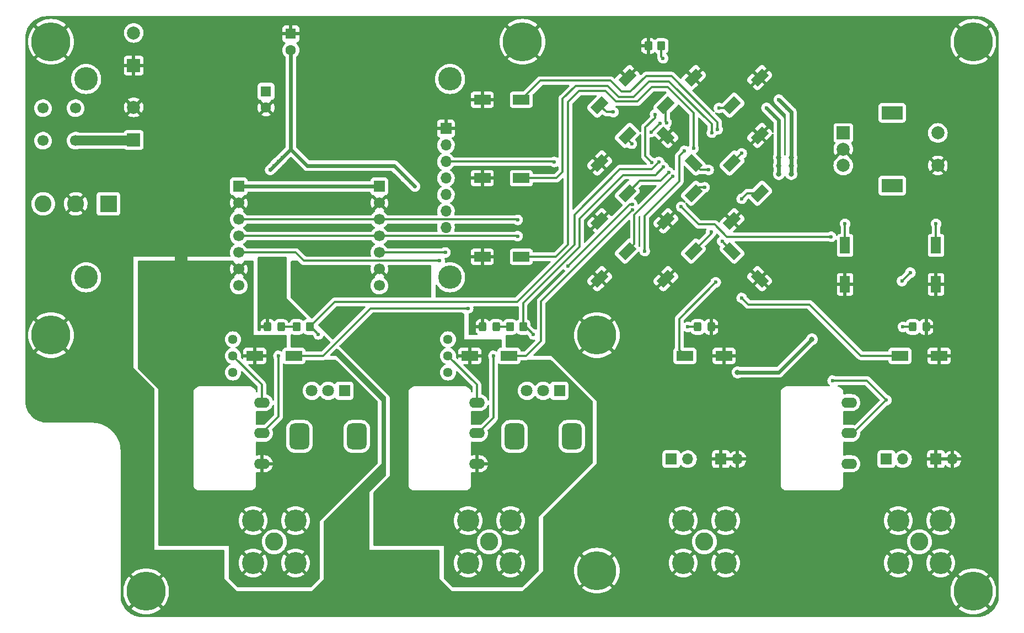
<source format=gtl>
G04 #@! TF.GenerationSoftware,KiCad,Pcbnew,(6.0.7)*
G04 #@! TF.CreationDate,2022-09-12T18:31:14+03:00*
G04 #@! TF.ProjectId,SigGen,53696747-656e-42e6-9b69-6361645f7063,rev?*
G04 #@! TF.SameCoordinates,Original*
G04 #@! TF.FileFunction,Copper,L1,Top*
G04 #@! TF.FilePolarity,Positive*
%FSLAX46Y46*%
G04 Gerber Fmt 4.6, Leading zero omitted, Abs format (unit mm)*
G04 Created by KiCad (PCBNEW (6.0.7)) date 2022-09-12 18:31:14*
%MOMM*%
%LPD*%
G01*
G04 APERTURE LIST*
G04 Aperture macros list*
%AMRoundRect*
0 Rectangle with rounded corners*
0 $1 Rounding radius*
0 $2 $3 $4 $5 $6 $7 $8 $9 X,Y pos of 4 corners*
0 Add a 4 corners polygon primitive as box body*
4,1,4,$2,$3,$4,$5,$6,$7,$8,$9,$2,$3,0*
0 Add four circle primitives for the rounded corners*
1,1,$1+$1,$2,$3*
1,1,$1+$1,$4,$5*
1,1,$1+$1,$6,$7*
1,1,$1+$1,$8,$9*
0 Add four rect primitives between the rounded corners*
20,1,$1+$1,$2,$3,$4,$5,0*
20,1,$1+$1,$4,$5,$6,$7,0*
20,1,$1+$1,$6,$7,$8,$9,0*
20,1,$1+$1,$8,$9,$2,$3,0*%
%AMRotRect*
0 Rectangle, with rotation*
0 The origin of the aperture is its center*
0 $1 length*
0 $2 width*
0 $3 Rotation angle, in degrees counterclockwise*
0 Add horizontal line*
21,1,$1,$2,0,0,$3*%
G04 Aperture macros list end*
G04 #@! TA.AperFunction,SMDPad,CuDef*
%ADD10RotRect,2.500000X1.500000X225.000000*%
G04 #@! TD*
G04 #@! TA.AperFunction,SMDPad,CuDef*
%ADD11RotRect,2.500000X1.500000X45.000000*%
G04 #@! TD*
G04 #@! TA.AperFunction,ComponentPad*
%ADD12C,0.800000*%
G04 #@! TD*
G04 #@! TA.AperFunction,ComponentPad*
%ADD13C,6.000000*%
G04 #@! TD*
G04 #@! TA.AperFunction,ComponentPad*
%ADD14C,2.800000*%
G04 #@! TD*
G04 #@! TA.AperFunction,ComponentPad*
%ADD15C,3.400000*%
G04 #@! TD*
G04 #@! TA.AperFunction,ComponentPad*
%ADD16O,2.400000X1.600000*%
G04 #@! TD*
G04 #@! TA.AperFunction,SMDPad,CuDef*
%ADD17RoundRect,0.250000X-0.325000X-0.450000X0.325000X-0.450000X0.325000X0.450000X-0.325000X0.450000X0*%
G04 #@! TD*
G04 #@! TA.AperFunction,SMDPad,CuDef*
%ADD18RoundRect,0.250000X0.350000X0.450000X-0.350000X0.450000X-0.350000X-0.450000X0.350000X-0.450000X0*%
G04 #@! TD*
G04 #@! TA.AperFunction,ComponentPad*
%ADD19R,1.700000X1.700000*%
G04 #@! TD*
G04 #@! TA.AperFunction,ComponentPad*
%ADD20O,1.700000X1.700000*%
G04 #@! TD*
G04 #@! TA.AperFunction,ComponentPad*
%ADD21R,1.800000X1.800000*%
G04 #@! TD*
G04 #@! TA.AperFunction,ComponentPad*
%ADD22C,1.800000*%
G04 #@! TD*
G04 #@! TA.AperFunction,ComponentPad*
%ADD23RoundRect,0.750000X-0.750000X1.250000X-0.750000X-1.250000X0.750000X-1.250000X0.750000X1.250000X0*%
G04 #@! TD*
G04 #@! TA.AperFunction,SMDPad,CuDef*
%ADD24RoundRect,0.250000X0.325000X0.450000X-0.325000X0.450000X-0.325000X-0.450000X0.325000X-0.450000X0*%
G04 #@! TD*
G04 #@! TA.AperFunction,SMDPad,CuDef*
%ADD25R,2.500000X1.500000*%
G04 #@! TD*
G04 #@! TA.AperFunction,SMDPad,CuDef*
%ADD26RotRect,2.500000X1.500000X315.000000*%
G04 #@! TD*
G04 #@! TA.AperFunction,ComponentPad*
%ADD27R,2.000000X2.000000*%
G04 #@! TD*
G04 #@! TA.AperFunction,ComponentPad*
%ADD28C,2.000000*%
G04 #@! TD*
G04 #@! TA.AperFunction,ComponentPad*
%ADD29R,3.200000X2.000000*%
G04 #@! TD*
G04 #@! TA.AperFunction,SMDPad,CuDef*
%ADD30R,1.500000X2.500000*%
G04 #@! TD*
G04 #@! TA.AperFunction,WasherPad*
%ADD31C,3.600000*%
G04 #@! TD*
G04 #@! TA.AperFunction,SMDPad,CuDef*
%ADD32RotRect,2.500000X1.500000X135.000000*%
G04 #@! TD*
G04 #@! TA.AperFunction,ComponentPad*
%ADD33C,1.700000*%
G04 #@! TD*
G04 #@! TA.AperFunction,ComponentPad*
%ADD34R,2.600000X2.600000*%
G04 #@! TD*
G04 #@! TA.AperFunction,ComponentPad*
%ADD35C,2.600000*%
G04 #@! TD*
G04 #@! TA.AperFunction,ComponentPad*
%ADD36C,1.440000*%
G04 #@! TD*
G04 #@! TA.AperFunction,ComponentPad*
%ADD37R,1.600000X1.600000*%
G04 #@! TD*
G04 #@! TA.AperFunction,ComponentPad*
%ADD38C,1.600000*%
G04 #@! TD*
G04 #@! TA.AperFunction,ViaPad*
%ADD39C,0.600000*%
G04 #@! TD*
G04 #@! TA.AperFunction,ViaPad*
%ADD40C,0.800000*%
G04 #@! TD*
G04 #@! TA.AperFunction,Conductor*
%ADD41C,0.300000*%
G04 #@! TD*
G04 #@! TA.AperFunction,Conductor*
%ADD42C,0.600000*%
G04 #@! TD*
G04 #@! TA.AperFunction,Conductor*
%ADD43C,1.500000*%
G04 #@! TD*
G04 APERTURE END LIST*
D10*
X136741320Y-40423680D03*
X132498680Y-44666320D03*
X126581320Y-31533680D03*
X122338680Y-35776320D03*
D11*
X122338680Y-62446320D03*
X126581320Y-58203680D03*
D12*
X171135990Y-112080990D03*
X171135990Y-108899010D03*
X167954010Y-112080990D03*
D13*
X169545000Y-110490000D03*
D12*
X167295000Y-110490000D03*
X167954010Y-108899010D03*
X171795000Y-110490000D03*
X169545000Y-112740000D03*
X169545000Y-108240000D03*
X25690000Y-26035000D03*
X29530990Y-24444010D03*
X26349010Y-27625990D03*
X29530990Y-27625990D03*
X30190000Y-26035000D03*
X26349010Y-24444010D03*
X27940000Y-28285000D03*
D13*
X27940000Y-26035000D03*
D12*
X27940000Y-23785000D03*
D14*
X161290000Y-102870000D03*
D15*
X158040000Y-106120000D03*
X158040000Y-99620000D03*
X164540000Y-99620000D03*
X164540000Y-106120000D03*
D16*
X60310000Y-81495000D03*
X60310000Y-86195000D03*
X60310000Y-90895000D03*
D12*
X109510000Y-71120000D03*
X111760000Y-68870000D03*
X113350990Y-69529010D03*
X114010000Y-71120000D03*
X111760000Y-73370000D03*
X110169010Y-69529010D03*
X113350990Y-72710990D03*
X110169010Y-72710990D03*
D13*
X111760000Y-71120000D03*
D17*
X61205000Y-69850000D03*
X63255000Y-69850000D03*
D18*
X121650000Y-26670000D03*
X119650000Y-26670000D03*
D19*
X163830000Y-90170000D03*
D20*
X166370000Y-90170000D03*
D11*
X112178680Y-62446320D03*
X116421320Y-58203680D03*
X132498680Y-53556320D03*
X136741320Y-49313680D03*
D14*
X62230000Y-102870000D03*
D15*
X58980000Y-106120000D03*
X65480000Y-106120000D03*
X58980000Y-99620000D03*
X65480000Y-99620000D03*
D10*
X116421320Y-31533680D03*
X112178680Y-35776320D03*
D11*
X112178680Y-53556320D03*
X116421320Y-49313680D03*
D18*
X100425000Y-69850000D03*
X98425000Y-69850000D03*
D21*
X72985000Y-79675000D03*
D22*
X70485000Y-79675000D03*
X67985000Y-79675000D03*
D23*
X74885000Y-86675000D03*
X66085000Y-86675000D03*
D11*
X122338680Y-53556320D03*
X126581320Y-49313680D03*
D12*
X111760000Y-109565000D03*
X110169010Y-105724010D03*
X111760000Y-105065000D03*
X109510000Y-107315000D03*
X113350990Y-105724010D03*
X113350990Y-108905990D03*
D13*
X111760000Y-107315000D03*
D12*
X110169010Y-108905990D03*
X114010000Y-107315000D03*
D19*
X156210000Y-90170000D03*
D20*
X158750000Y-90170000D03*
D10*
X136741320Y-31533680D03*
X132498680Y-35776320D03*
D24*
X129295000Y-69850000D03*
X127245000Y-69850000D03*
D25*
X59230000Y-74295000D03*
X65230000Y-74295000D03*
D26*
X122338680Y-40423680D03*
X126581320Y-44666320D03*
D12*
X100330000Y-28285000D03*
X98739010Y-24444010D03*
X98080000Y-26035000D03*
D13*
X100330000Y-26035000D03*
D12*
X101920990Y-27625990D03*
X101920990Y-24444010D03*
X100330000Y-23785000D03*
X102580000Y-26035000D03*
X98739010Y-27625990D03*
D27*
X149595000Y-40045000D03*
D28*
X149595000Y-45045000D03*
X149595000Y-42545000D03*
D29*
X157095000Y-48145000D03*
X157095000Y-36945000D03*
D28*
X164095000Y-45045000D03*
X164095000Y-40045000D03*
D12*
X40954010Y-112080990D03*
D13*
X42545000Y-110490000D03*
D12*
X40954010Y-108899010D03*
X40295000Y-110490000D03*
X42545000Y-108240000D03*
X44795000Y-110490000D03*
X44135990Y-108899010D03*
X44135990Y-112080990D03*
X42545000Y-112740000D03*
D11*
X112178680Y-44666320D03*
X116421320Y-40423680D03*
D25*
X100155000Y-46990000D03*
X94155000Y-46990000D03*
D14*
X128270000Y-102870000D03*
D15*
X131520000Y-99620000D03*
X131520000Y-106120000D03*
X125020000Y-99620000D03*
X125020000Y-106120000D03*
D12*
X167295000Y-26035000D03*
X169545000Y-23785000D03*
X171135990Y-27625990D03*
X171795000Y-26035000D03*
X169545000Y-28285000D03*
D13*
X169545000Y-26035000D03*
D12*
X167954010Y-24444010D03*
X171135990Y-24444010D03*
X167954010Y-27625990D03*
D21*
X106005000Y-79675000D03*
D22*
X103505000Y-79675000D03*
X101005000Y-79675000D03*
D23*
X99105000Y-86675000D03*
X107905000Y-86675000D03*
D25*
X92250000Y-74295000D03*
X98250000Y-74295000D03*
D19*
X123190000Y-90170000D03*
D20*
X125730000Y-90170000D03*
D25*
X164290000Y-74295000D03*
X158290000Y-74295000D03*
D18*
X67675000Y-69850000D03*
X65675000Y-69850000D03*
D16*
X150480000Y-81495000D03*
X150480000Y-86195000D03*
X150480000Y-90895000D03*
D30*
X149860000Y-57325000D03*
X149860000Y-63325000D03*
D24*
X162315000Y-69850000D03*
X160265000Y-69850000D03*
D16*
X93330000Y-81495000D03*
X93330000Y-86195000D03*
X93330000Y-90895000D03*
D30*
X163830000Y-57325000D03*
X163830000Y-63325000D03*
D12*
X25690000Y-71120000D03*
X30190000Y-71120000D03*
X27940000Y-68870000D03*
X27940000Y-73370000D03*
X29530990Y-69529010D03*
X26349010Y-72710990D03*
D13*
X27940000Y-71120000D03*
D12*
X29530990Y-72710990D03*
X26349010Y-69529010D03*
D31*
X33330000Y-31750000D03*
X89210000Y-31750000D03*
X89210000Y-62230000D03*
X33330000Y-62230000D03*
D19*
X88575000Y-39370000D03*
D20*
X88575000Y-41910000D03*
X88575000Y-44450000D03*
X88575000Y-46990000D03*
X88575000Y-49530000D03*
X88575000Y-52070000D03*
X88575000Y-54610000D03*
D25*
X100155000Y-34925000D03*
X94155000Y-34925000D03*
X131270000Y-74295000D03*
X125270000Y-74295000D03*
D17*
X94225000Y-69850000D03*
X96275000Y-69850000D03*
D14*
X95250000Y-102870000D03*
D15*
X92000000Y-99620000D03*
X98500000Y-99620000D03*
X98500000Y-106120000D03*
X92000000Y-106120000D03*
D25*
X100155000Y-59055000D03*
X94155000Y-59055000D03*
D32*
X136741320Y-62446320D03*
X132498680Y-58203680D03*
D19*
X130810000Y-90170000D03*
D20*
X133350000Y-90170000D03*
D27*
X40640000Y-41102677D03*
D28*
X40640000Y-36102677D03*
D19*
X78360000Y-48260000D03*
D33*
X78360000Y-50800000D03*
X78360000Y-53340000D03*
X78360000Y-55880000D03*
X78360000Y-58420000D03*
X78360000Y-60960000D03*
X78360000Y-63500000D03*
D34*
X36750000Y-50935000D03*
D35*
X31750000Y-50935000D03*
X26750000Y-50935000D03*
D36*
X55880000Y-76845000D03*
X55880000Y-74305000D03*
X55880000Y-71765000D03*
X88900000Y-76845000D03*
X88900000Y-74305000D03*
X88900000Y-71765000D03*
D27*
X40640000Y-29672677D03*
D28*
X40640000Y-24672677D03*
D37*
X60960000Y-33655000D03*
D38*
X60960000Y-36155000D03*
D33*
X31710000Y-41235000D03*
X26710000Y-36235000D03*
X26710000Y-41235000D03*
X31710000Y-36235000D03*
D19*
X56770000Y-48260000D03*
D33*
X56770000Y-50800000D03*
X56770000Y-53340000D03*
X56770000Y-55880000D03*
X56770000Y-58420000D03*
X56770000Y-60960000D03*
X56770000Y-63500000D03*
D37*
X64770000Y-24817621D03*
D38*
X64770000Y-27317621D03*
D39*
X120700000Y-37200000D03*
X120200000Y-44600000D03*
D40*
X139700000Y-45085000D03*
X139700000Y-43815000D03*
D39*
X137795000Y-36195000D03*
D40*
X139700000Y-46355000D03*
D39*
X138430000Y-36830000D03*
X139065000Y-37465000D03*
X140335000Y-35560000D03*
X139700000Y-34925000D03*
X140970000Y-36195000D03*
D40*
X141605000Y-45085000D03*
X141605000Y-46355000D03*
X141605000Y-43815000D03*
D39*
X62230000Y-45085000D03*
X63500000Y-43815000D03*
X83185000Y-47625000D03*
X82550000Y-46990000D03*
X81915000Y-46355000D03*
X62865000Y-44450000D03*
X83820000Y-48260000D03*
X61595000Y-45720000D03*
D40*
X133350000Y-76835000D03*
X144780000Y-71755000D03*
D39*
X158750000Y-69850000D03*
X121920000Y-28575000D03*
X120100000Y-39900000D03*
X121456310Y-38543690D03*
X62865000Y-74295000D03*
X95885000Y-74295000D03*
X131000000Y-56700000D03*
X129302244Y-55297756D03*
X133985000Y-65405000D03*
X130000000Y-63000000D03*
X117200000Y-51900000D03*
X117200000Y-51000000D03*
X92000000Y-67000000D03*
X107300000Y-60500000D03*
X117100000Y-41700000D03*
X114300000Y-36830000D03*
X122459266Y-38459266D03*
X130500000Y-36200000D03*
X133985000Y-43180000D03*
X128905000Y-45720000D03*
X133985000Y-50165000D03*
X122800000Y-46100000D03*
X123400000Y-46700000D03*
X128300000Y-48400000D03*
X147955000Y-78105000D03*
X156210000Y-81100000D03*
X105200000Y-44500000D03*
X87630000Y-59690000D03*
X99600000Y-55900000D03*
X99600000Y-53400000D03*
X88500000Y-58400000D03*
X147700000Y-56000000D03*
X124700000Y-51400000D03*
X109220000Y-40640000D03*
X62230000Y-67310000D03*
X87630000Y-70485000D03*
X132080000Y-65405000D03*
X79375000Y-71755000D03*
X63200000Y-60100000D03*
X110490000Y-47625000D03*
X154900000Y-73300000D03*
X94615000Y-43180000D03*
X95250000Y-94615000D03*
X140335000Y-59690000D03*
X92075000Y-48260000D03*
X97790000Y-67945000D03*
X78105000Y-70485000D03*
X153035000Y-64135000D03*
X80645000Y-31750000D03*
X104775000Y-49530000D03*
X113665000Y-50165000D03*
X79375000Y-76835000D03*
X67945000Y-76835000D03*
X78740000Y-71120000D03*
X69215000Y-57785000D03*
X62230000Y-94615000D03*
X99060000Y-67945000D03*
X130810000Y-64135000D03*
X147955000Y-53975000D03*
X158115000Y-54610000D03*
X80645000Y-24765000D03*
X138430000Y-26670000D03*
X90500000Y-45700000D03*
X144780000Y-102870000D03*
X63500000Y-67310000D03*
X92100000Y-45700000D03*
X155575000Y-62865000D03*
X139065000Y-60960000D03*
X142240000Y-70485000D03*
X52705000Y-66675000D03*
X74295000Y-108585000D03*
X120015000Y-28575000D03*
X158115000Y-55880000D03*
X142875000Y-53975000D03*
X109855000Y-46990000D03*
X125500000Y-37500000D03*
X142875000Y-51435000D03*
X78105000Y-76835000D03*
X74930000Y-110490000D03*
X139065000Y-59690000D03*
X38100000Y-61595000D03*
X104140000Y-50165000D03*
X109855000Y-38735000D03*
X63200000Y-50900000D03*
X67945000Y-57785000D03*
X80645000Y-62230000D03*
X142240000Y-52070000D03*
X69215000Y-76835000D03*
X148590000Y-53340000D03*
X144780000Y-104140000D03*
X82550000Y-31115000D03*
X128905000Y-32385000D03*
X118745000Y-28575000D03*
X81280000Y-24130000D03*
X143510000Y-52070000D03*
X113030000Y-50800000D03*
X70485000Y-87630000D03*
X159385000Y-55880000D03*
X60325000Y-94615000D03*
X148590000Y-52070000D03*
X158750000Y-53975000D03*
X105410000Y-45720000D03*
X71755000Y-64135000D03*
X139700000Y-59055000D03*
X135890000Y-59055000D03*
X102235000Y-86360000D03*
X93345000Y-94615000D03*
X74930000Y-109220000D03*
X96520000Y-67945000D03*
X43815000Y-67945000D03*
X82550000Y-25400000D03*
X104775000Y-39370000D03*
X74930000Y-107950000D03*
X129540000Y-33020000D03*
X44450000Y-76835000D03*
X43180000Y-76835000D03*
X52705000Y-67945000D03*
X155575000Y-64135000D03*
X63200000Y-61400000D03*
X75565000Y-108585000D03*
X64135000Y-94615000D03*
X83185000Y-31750000D03*
X109220000Y-39370000D03*
X69215000Y-86360000D03*
X38100000Y-57785000D03*
X125500000Y-38400000D03*
X136525000Y-26035000D03*
X81280000Y-25400000D03*
X84600000Y-68000000D03*
X147320000Y-53340000D03*
X49600000Y-110800000D03*
X63200000Y-52000000D03*
X70485000Y-86360000D03*
X102870000Y-48895000D03*
X109220000Y-47625000D03*
X128905000Y-34925000D03*
X134620000Y-67945000D03*
X66300000Y-46500000D03*
X71755000Y-86360000D03*
X50165000Y-57785000D03*
X138430000Y-54610000D03*
X146050000Y-102870000D03*
X139700000Y-61595000D03*
X109855000Y-48260000D03*
X82550000Y-24130000D03*
X154305000Y-62865000D03*
X142875000Y-52705000D03*
X80645000Y-64770000D03*
X121800000Y-73300000D03*
X86995000Y-69850000D03*
X81915000Y-31750000D03*
X81280000Y-31115000D03*
X71755000Y-68580000D03*
X139700000Y-67945000D03*
X144780000Y-101600000D03*
X158750000Y-55245000D03*
X73025000Y-64135000D03*
X97155000Y-94615000D03*
X134620000Y-60325000D03*
X130175000Y-33655000D03*
X139065000Y-26035000D03*
X142240000Y-53340000D03*
X52705000Y-69215000D03*
X137160000Y-25400000D03*
X139700000Y-60325000D03*
X63200000Y-49700000D03*
X72390000Y-69215000D03*
X103505000Y-49530000D03*
X103505000Y-76835000D03*
X83185000Y-24765000D03*
X137795000Y-26035000D03*
X109220000Y-48895000D03*
X81280000Y-32385000D03*
X143510000Y-102870000D03*
X137160000Y-26670000D03*
X102235000Y-76835000D03*
X59600000Y-46500000D03*
X159385000Y-54610000D03*
X147955000Y-52705000D03*
X154305000Y-65405000D03*
X137795000Y-53975000D03*
X64770000Y-67310000D03*
X104140000Y-40005000D03*
X133350000Y-61595000D03*
X135890000Y-69215000D03*
X74295000Y-109855000D03*
X103505000Y-86360000D03*
X138430000Y-25400000D03*
X70485000Y-57785000D03*
X71120000Y-67945000D03*
X140335000Y-60960000D03*
X72390000Y-63500000D03*
X38100000Y-59055000D03*
X154305000Y-64135000D03*
X92075000Y-43180000D03*
X47625000Y-57785000D03*
X104775000Y-40640000D03*
X81700000Y-62230000D03*
X93980000Y-76835000D03*
X90500000Y-48260000D03*
X109220000Y-46355000D03*
X104140000Y-45720000D03*
X45720000Y-76835000D03*
X110490000Y-39370000D03*
X63200000Y-62600000D03*
X93345000Y-43180000D03*
X103505000Y-39370000D03*
X63200000Y-46500000D03*
X82550000Y-32385000D03*
X147955000Y-51435000D03*
X82600000Y-110800000D03*
X109855000Y-40005000D03*
X130175000Y-59690000D03*
X103505000Y-40640000D03*
X104775000Y-86360000D03*
X147320000Y-52070000D03*
X143510000Y-53340000D03*
X138430000Y-53340000D03*
X81700000Y-64770000D03*
X114300000Y-51435000D03*
X103505000Y-85090000D03*
X84600000Y-69900000D03*
X133350000Y-66675000D03*
X129540000Y-34290000D03*
X105410000Y-48895000D03*
X158750000Y-56515000D03*
X153035000Y-65405000D03*
X70485000Y-85090000D03*
X109220000Y-38100000D03*
X128905000Y-33655000D03*
X46355000Y-57785000D03*
X71755000Y-57785000D03*
X104140000Y-48895000D03*
X140970000Y-69215000D03*
X129540000Y-57150000D03*
X70485000Y-76835000D03*
X75565000Y-109855000D03*
X48895000Y-57785000D03*
X76835000Y-76835000D03*
X103505000Y-87630000D03*
X100965000Y-76835000D03*
X72390000Y-67945000D03*
X88265000Y-69850000D03*
X81915000Y-24765000D03*
X38100000Y-60325000D03*
X69000000Y-71000000D03*
X121300000Y-44500000D03*
X102000000Y-71000000D03*
X122000000Y-45300000D03*
X119100000Y-58200000D03*
X125200000Y-42800000D03*
X158600000Y-62800000D03*
X159900000Y-61500000D03*
X126600000Y-42400000D03*
X129400000Y-40000000D03*
X130300000Y-39500000D03*
X163830000Y-54000000D03*
X149860000Y-54000000D03*
X125730000Y-69850000D03*
D41*
X120700000Y-37700000D02*
X120700000Y-37200000D01*
X120200000Y-44600000D02*
X119200000Y-43600000D01*
X119200000Y-43600000D02*
X119200000Y-39200000D01*
X119200000Y-39200000D02*
X120700000Y-37700000D01*
D42*
X139700000Y-38100000D02*
X139700000Y-46355000D01*
X138430000Y-36830000D02*
X137795000Y-36195000D01*
X139065000Y-37465000D02*
X139700000Y-38100000D01*
X56770000Y-48260000D02*
X78360000Y-48260000D01*
X138430000Y-36830000D02*
X139065000Y-37465000D01*
D43*
X31710000Y-41235000D02*
X40507677Y-41235000D01*
X40507677Y-41235000D02*
X40640000Y-41102677D01*
D42*
X140970000Y-36195000D02*
X141605000Y-36830000D01*
X141605000Y-43815000D02*
X141605000Y-45085000D01*
X141605000Y-45085000D02*
X141605000Y-46355000D01*
X140335000Y-35560000D02*
X140970000Y-36195000D01*
X140335000Y-35560000D02*
X139700000Y-34925000D01*
X141605000Y-36830000D02*
X141605000Y-43815000D01*
X83185000Y-47625000D02*
X83820000Y-48260000D01*
X63500000Y-43815000D02*
X62865000Y-44450000D01*
X62230000Y-45085000D02*
X61595000Y-45720000D01*
X82550000Y-46990000D02*
X83185000Y-47625000D01*
X64770000Y-42545000D02*
X63500000Y-43815000D01*
X62865000Y-44450000D02*
X62230000Y-45085000D01*
X64770000Y-27317621D02*
X64770000Y-42545000D01*
X81280000Y-45720000D02*
X81915000Y-46355000D01*
X67310000Y-45085000D02*
X80645000Y-45085000D01*
X64770000Y-42545000D02*
X67310000Y-45085000D01*
X80645000Y-45085000D02*
X81280000Y-45720000D01*
X81915000Y-46355000D02*
X82550000Y-46990000D01*
X144780000Y-71755000D02*
X139700000Y-76835000D01*
X139700000Y-76835000D02*
X133350000Y-76835000D01*
D41*
X63255000Y-69850000D02*
X65675000Y-69850000D01*
X160265000Y-69850000D02*
X158750000Y-69850000D01*
X121650000Y-26670000D02*
X121650000Y-28305000D01*
X121650000Y-28305000D02*
X121920000Y-28575000D01*
X120100000Y-39900000D02*
X121456310Y-38543690D01*
X60310000Y-86195000D02*
X62865000Y-83640000D01*
X62865000Y-83640000D02*
X62865000Y-74295000D01*
X93330000Y-86195000D02*
X93510000Y-86195000D01*
X93510000Y-86195000D02*
X95885000Y-83820000D01*
X95885000Y-83820000D02*
X95885000Y-74295000D01*
X60310000Y-78735000D02*
X55880000Y-74305000D01*
X60310000Y-81495000D02*
X60310000Y-78735000D01*
X88900000Y-74305000D02*
X93330000Y-78735000D01*
X93330000Y-78735000D02*
X93330000Y-81495000D01*
X132498680Y-58198680D02*
X131000000Y-56700000D01*
X132498680Y-58203680D02*
X132498680Y-58198680D01*
X129302244Y-55482756D02*
X126581320Y-58203680D01*
X129302244Y-55297756D02*
X129302244Y-55482756D01*
X158290000Y-74295000D02*
X152295000Y-74295000D01*
X144400000Y-66400000D02*
X134980000Y-66400000D01*
X152295000Y-74295000D02*
X144400000Y-66400000D01*
X134980000Y-66400000D02*
X133985000Y-65405000D01*
X124400000Y-73400000D02*
X124400000Y-68600000D01*
X125270000Y-74295000D02*
X125270000Y-74270000D01*
X124400000Y-68600000D02*
X130000000Y-63000000D01*
X125270000Y-74270000D02*
X124400000Y-73400000D01*
X117200000Y-51900000D02*
X103200000Y-65900000D01*
X100905000Y-74295000D02*
X98250000Y-74295000D01*
X103200000Y-65900000D02*
X103200000Y-72000000D01*
X103200000Y-72000000D02*
X100905000Y-74295000D01*
X116800000Y-51000000D02*
X117200000Y-51000000D01*
X65230000Y-74295000D02*
X69705000Y-74295000D01*
X69705000Y-74295000D02*
X77000000Y-67000000D01*
X77000000Y-67000000D02*
X92000000Y-67000000D01*
X107300000Y-60500000D02*
X116800000Y-51000000D01*
X116421320Y-41021320D02*
X116421320Y-40423680D01*
X117100000Y-41700000D02*
X116421320Y-41021320D01*
X113232360Y-36830000D02*
X112178680Y-35776320D01*
X114300000Y-36830000D02*
X113232360Y-36830000D01*
X122459266Y-38459266D02*
X122338680Y-38338680D01*
X122338680Y-38338680D02*
X122338680Y-35776320D01*
X130500000Y-36200000D02*
X132075000Y-36200000D01*
X132075000Y-36200000D02*
X132498680Y-35776320D01*
X132498680Y-44666320D02*
X133985000Y-43180000D01*
X126581320Y-44666320D02*
X127635000Y-45720000D01*
X127635000Y-45720000D02*
X128905000Y-45720000D01*
X134836320Y-49313680D02*
X133985000Y-50165000D01*
X136741320Y-49313680D02*
X134836320Y-49313680D01*
X122800000Y-46100000D02*
X121500000Y-47400000D01*
X118335000Y-47400000D02*
X116421320Y-49313680D01*
X121500000Y-47400000D02*
X118335000Y-47400000D01*
X117500000Y-52600000D02*
X117500000Y-57125000D01*
X117500000Y-57125000D02*
X116421320Y-58203680D01*
X123400000Y-46700000D02*
X117500000Y-52600000D01*
X127495000Y-48400000D02*
X126581320Y-49313680D01*
X128300000Y-48400000D02*
X127495000Y-48400000D01*
X156200000Y-81100000D02*
X151105000Y-86195000D01*
X156210000Y-81100000D02*
X156200000Y-81100000D01*
X151105000Y-86195000D02*
X150480000Y-86195000D01*
X156210000Y-81100000D02*
X153215000Y-78105000D01*
X153215000Y-78105000D02*
X147955000Y-78105000D01*
X105150000Y-44450000D02*
X88575000Y-44450000D01*
X105200000Y-44500000D02*
X105150000Y-44450000D01*
X87630000Y-59690000D02*
X87620000Y-59700000D01*
X66800000Y-59700000D02*
X65520000Y-58420000D01*
X87620000Y-59700000D02*
X66800000Y-59700000D01*
X65520000Y-58420000D02*
X56770000Y-58420000D01*
X99600000Y-55900000D02*
X99580000Y-55880000D01*
X56770000Y-55880000D02*
X78360000Y-55880000D01*
X99580000Y-55880000D02*
X78360000Y-55880000D01*
X56770000Y-53340000D02*
X78360000Y-53340000D01*
X78360000Y-53340000D02*
X99540000Y-53340000D01*
X99540000Y-53340000D02*
X99600000Y-53400000D01*
X88480000Y-58420000D02*
X88500000Y-58400000D01*
X78360000Y-58420000D02*
X88480000Y-58420000D01*
X124700000Y-51400000D02*
X127400000Y-54100000D01*
X131700000Y-56000000D02*
X147700000Y-56000000D01*
X127400000Y-54100000D02*
X129800000Y-54100000D01*
X129800000Y-54100000D02*
X131700000Y-56000000D01*
X108300000Y-57200000D02*
X108300000Y-52600000D01*
X69000000Y-71000000D02*
X67850000Y-69850000D01*
X99500000Y-66000000D02*
X108300000Y-57200000D01*
X115300000Y-45600000D02*
X120200000Y-45600000D01*
X71525000Y-66000000D02*
X99500000Y-66000000D01*
X120200000Y-45600000D02*
X121300000Y-44500000D01*
X108300000Y-52600000D02*
X115300000Y-45600000D01*
X67675000Y-69850000D02*
X71525000Y-66000000D01*
X67850000Y-69850000D02*
X67675000Y-69850000D01*
X100850000Y-69850000D02*
X100425000Y-69850000D01*
X100425000Y-66175000D02*
X109100000Y-57500000D01*
X100425000Y-69850000D02*
X100425000Y-66275000D01*
X120100000Y-46500000D02*
X120800000Y-46500000D01*
X109100000Y-57500000D02*
X109100000Y-53200000D01*
X102000000Y-71000000D02*
X100850000Y-69850000D01*
X120800000Y-46500000D02*
X122000000Y-45300000D01*
X115800000Y-46500000D02*
X120100000Y-46500000D01*
X100425000Y-66275000D02*
X100425000Y-66175000D01*
X109100000Y-53200000D02*
X115800000Y-46500000D01*
X119100000Y-52800000D02*
X119100000Y-58200000D01*
X125200000Y-42800000D02*
X124400000Y-43600000D01*
X124400000Y-47500000D02*
X119100000Y-52800000D01*
X124400000Y-43600000D02*
X124400000Y-47500000D01*
X158600000Y-62800000D02*
X159900000Y-61500000D01*
X122600000Y-33000000D02*
X120200000Y-33000000D01*
X105445000Y-59055000D02*
X100155000Y-59055000D01*
X120200000Y-33000000D02*
X118000000Y-35200000D01*
X107300000Y-35300000D02*
X107300000Y-57200000D01*
X118000000Y-35200000D02*
X114700000Y-35200000D01*
X126600000Y-37000000D02*
X122600000Y-33000000D01*
X113100000Y-33600000D02*
X109000000Y-33600000D01*
X107300000Y-57200000D02*
X105445000Y-59055000D01*
X126600000Y-42400000D02*
X126600000Y-37000000D01*
X114700000Y-35200000D02*
X113100000Y-33600000D01*
X109000000Y-33600000D02*
X107300000Y-35300000D01*
X122800000Y-32100000D02*
X119800000Y-32100000D01*
X119800000Y-32100000D02*
X117400000Y-34500000D01*
X105510000Y-46990000D02*
X100155000Y-46990000D01*
X129400000Y-38700000D02*
X122800000Y-32100000D01*
X106500000Y-46000000D02*
X105510000Y-46990000D01*
X106500000Y-34800000D02*
X106500000Y-46000000D01*
X108500000Y-32800000D02*
X106500000Y-34800000D01*
X117400000Y-34500000D02*
X115100000Y-34500000D01*
X113400000Y-32800000D02*
X108500000Y-32800000D01*
X129400000Y-40000000D02*
X129400000Y-38700000D01*
X115100000Y-34500000D02*
X113400000Y-32800000D01*
X130300000Y-39500000D02*
X130300000Y-38400000D01*
X116900000Y-33700000D02*
X115500000Y-33700000D01*
X103080000Y-32000000D02*
X100155000Y-34925000D01*
X119300000Y-31300000D02*
X116900000Y-33700000D01*
X115500000Y-33700000D02*
X113800000Y-32000000D01*
X113800000Y-32000000D02*
X103080000Y-32000000D01*
X130300000Y-38400000D02*
X123200000Y-31300000D01*
X123200000Y-31300000D02*
X119300000Y-31300000D01*
X163830000Y-57325000D02*
X163830000Y-54000000D01*
X149860000Y-57325000D02*
X149860000Y-54000000D01*
X96275000Y-69850000D02*
X98425000Y-69850000D01*
X127245000Y-69850000D02*
X125730000Y-69850000D01*
G04 #@! TA.AperFunction,Conductor*
G36*
X170150018Y-22100000D02*
G01*
X170164851Y-22102310D01*
X170164855Y-22102310D01*
X170173724Y-22103691D01*
X170192436Y-22101244D01*
X170215366Y-22100353D01*
X170518503Y-22116240D01*
X170531617Y-22117618D01*
X170859898Y-22169613D01*
X170872798Y-22172355D01*
X171193846Y-22258379D01*
X171206382Y-22262453D01*
X171477468Y-22366513D01*
X171516672Y-22381562D01*
X171528720Y-22386926D01*
X171824867Y-22537820D01*
X171836288Y-22544414D01*
X172115040Y-22725437D01*
X172125710Y-22733190D01*
X172384004Y-22942352D01*
X172393805Y-22951177D01*
X172628823Y-23186195D01*
X172637648Y-23195996D01*
X172846810Y-23454290D01*
X172854563Y-23464960D01*
X173035586Y-23743712D01*
X173042180Y-23755133D01*
X173193074Y-24051280D01*
X173198438Y-24063328D01*
X173251098Y-24200510D01*
X173317545Y-24373610D01*
X173321621Y-24386154D01*
X173407645Y-24707202D01*
X173410387Y-24720102D01*
X173462382Y-25048383D01*
X173463760Y-25061500D01*
X173479262Y-25357298D01*
X173477935Y-25383273D01*
X173477691Y-25384843D01*
X173477691Y-25384849D01*
X173476309Y-25393724D01*
X173477473Y-25402626D01*
X173477473Y-25402628D01*
X173480436Y-25425283D01*
X173481500Y-25441621D01*
X173481500Y-111075633D01*
X173480000Y-111095018D01*
X173477690Y-111109851D01*
X173477690Y-111109855D01*
X173476309Y-111118724D01*
X173478136Y-111132693D01*
X173478756Y-111137433D01*
X173479647Y-111160368D01*
X173463760Y-111463501D01*
X173462382Y-111476617D01*
X173410387Y-111804898D01*
X173407645Y-111817798D01*
X173321621Y-112138846D01*
X173317545Y-112151390D01*
X173198438Y-112461672D01*
X173193074Y-112473720D01*
X173042180Y-112769867D01*
X173035586Y-112781288D01*
X172854563Y-113060040D01*
X172846810Y-113070710D01*
X172637648Y-113329004D01*
X172628823Y-113338805D01*
X172393805Y-113573823D01*
X172384004Y-113582648D01*
X172125710Y-113791810D01*
X172115040Y-113799563D01*
X171836288Y-113980586D01*
X171824867Y-113987180D01*
X171528720Y-114138074D01*
X171516671Y-114143438D01*
X171206382Y-114262547D01*
X171193846Y-114266621D01*
X170872798Y-114352645D01*
X170859898Y-114355387D01*
X170531617Y-114407382D01*
X170518501Y-114408760D01*
X170484848Y-114410524D01*
X170222702Y-114424262D01*
X170196727Y-114422935D01*
X170195157Y-114422691D01*
X170195151Y-114422691D01*
X170186276Y-114421309D01*
X170177374Y-114422473D01*
X170177372Y-114422473D01*
X170162323Y-114424441D01*
X170154714Y-114425436D01*
X170138379Y-114426500D01*
X41959367Y-114426500D01*
X41939982Y-114425000D01*
X41925149Y-114422690D01*
X41925145Y-114422690D01*
X41916276Y-114421309D01*
X41897564Y-114423756D01*
X41874634Y-114424647D01*
X41571497Y-114408760D01*
X41558383Y-114407382D01*
X41230102Y-114355387D01*
X41217202Y-114352645D01*
X40896154Y-114266621D01*
X40883618Y-114262547D01*
X40573329Y-114143438D01*
X40561280Y-114138074D01*
X40265133Y-113987180D01*
X40253712Y-113980586D01*
X39974960Y-113799563D01*
X39964290Y-113791810D01*
X39705996Y-113582648D01*
X39696195Y-113573823D01*
X39461177Y-113338805D01*
X39452352Y-113329004D01*
X39303499Y-113145186D01*
X40254960Y-113145186D01*
X40262418Y-113155554D01*
X40477662Y-113329854D01*
X40482984Y-113333721D01*
X40785823Y-113530387D01*
X40791532Y-113533683D01*
X41113275Y-113697620D01*
X41119286Y-113700296D01*
X41456395Y-113829700D01*
X41462672Y-113831740D01*
X41811463Y-113925198D01*
X41817901Y-113926567D01*
X42174560Y-113983055D01*
X42181104Y-113983743D01*
X42541699Y-114002641D01*
X42548301Y-114002641D01*
X42908896Y-113983743D01*
X42915440Y-113983055D01*
X43272099Y-113926567D01*
X43278537Y-113925198D01*
X43627328Y-113831740D01*
X43633605Y-113829700D01*
X43970714Y-113700296D01*
X43976725Y-113697620D01*
X44298468Y-113533683D01*
X44304177Y-113530387D01*
X44607016Y-113333721D01*
X44612338Y-113329854D01*
X44826634Y-113156322D01*
X44834327Y-113145186D01*
X167254960Y-113145186D01*
X167262418Y-113155554D01*
X167477662Y-113329854D01*
X167482984Y-113333721D01*
X167785823Y-113530387D01*
X167791532Y-113533683D01*
X168113275Y-113697620D01*
X168119286Y-113700296D01*
X168456395Y-113829700D01*
X168462672Y-113831740D01*
X168811463Y-113925198D01*
X168817901Y-113926567D01*
X169174560Y-113983055D01*
X169181104Y-113983743D01*
X169541699Y-114002641D01*
X169548301Y-114002641D01*
X169908896Y-113983743D01*
X169915440Y-113983055D01*
X170272099Y-113926567D01*
X170278537Y-113925198D01*
X170627328Y-113831740D01*
X170633605Y-113829700D01*
X170970714Y-113700296D01*
X170976725Y-113697620D01*
X171298468Y-113533683D01*
X171304177Y-113530387D01*
X171607016Y-113333721D01*
X171612338Y-113329854D01*
X171826634Y-113156322D01*
X171835100Y-113144067D01*
X171828766Y-113132976D01*
X169557812Y-110862022D01*
X169543868Y-110854408D01*
X169542035Y-110854539D01*
X169535420Y-110858790D01*
X167262100Y-113132110D01*
X167254960Y-113145186D01*
X44834327Y-113145186D01*
X44835100Y-113144067D01*
X44828766Y-113132976D01*
X42557812Y-110862022D01*
X42543868Y-110854408D01*
X42542035Y-110854539D01*
X42535420Y-110858790D01*
X40262100Y-113132110D01*
X40254960Y-113145186D01*
X39303499Y-113145186D01*
X39243190Y-113070710D01*
X39235437Y-113060040D01*
X39054414Y-112781288D01*
X39047820Y-112769867D01*
X38896926Y-112473720D01*
X38891562Y-112461672D01*
X38772455Y-112151390D01*
X38768379Y-112138846D01*
X38682355Y-111817798D01*
X38679613Y-111804898D01*
X38627618Y-111476617D01*
X38626240Y-111463501D01*
X38613664Y-111223537D01*
X38610932Y-111171413D01*
X38612506Y-111143910D01*
X38612770Y-111142341D01*
X38613576Y-111137552D01*
X38613729Y-111125000D01*
X38609773Y-111097376D01*
X38608500Y-111079514D01*
X38608500Y-110493301D01*
X39032359Y-110493301D01*
X39051257Y-110853896D01*
X39051945Y-110860440D01*
X39108433Y-111217099D01*
X39109802Y-111223537D01*
X39203260Y-111572328D01*
X39205300Y-111578605D01*
X39334704Y-111915714D01*
X39337380Y-111921725D01*
X39501317Y-112243468D01*
X39504613Y-112249177D01*
X39701279Y-112552016D01*
X39705146Y-112557338D01*
X39878678Y-112771634D01*
X39890933Y-112780100D01*
X39902024Y-112773766D01*
X42172978Y-110502812D01*
X42179356Y-110491132D01*
X42909408Y-110491132D01*
X42909539Y-110492965D01*
X42913790Y-110499580D01*
X45187110Y-112772900D01*
X45200186Y-112780040D01*
X45210554Y-112772582D01*
X45384854Y-112557338D01*
X45388721Y-112552016D01*
X45585387Y-112249177D01*
X45588683Y-112243468D01*
X45752620Y-111921725D01*
X45755296Y-111915714D01*
X45884700Y-111578605D01*
X45886740Y-111572328D01*
X45980198Y-111223537D01*
X45981567Y-111217099D01*
X46038055Y-110860440D01*
X46038743Y-110853896D01*
X46057641Y-110493301D01*
X46057641Y-110486699D01*
X46038743Y-110126104D01*
X46038055Y-110119560D01*
X45981567Y-109762901D01*
X45980198Y-109756463D01*
X45886740Y-109407672D01*
X45884700Y-109401395D01*
X45755296Y-109064286D01*
X45752620Y-109058275D01*
X45588683Y-108736532D01*
X45585387Y-108730823D01*
X45388721Y-108427984D01*
X45384854Y-108422662D01*
X45211322Y-108208366D01*
X45199067Y-108199900D01*
X45187976Y-108206234D01*
X42917022Y-110477188D01*
X42909408Y-110491132D01*
X42179356Y-110491132D01*
X42180592Y-110488868D01*
X42180461Y-110487035D01*
X42176210Y-110480420D01*
X39902890Y-108207100D01*
X39889814Y-108199960D01*
X39879446Y-108207418D01*
X39705146Y-108422662D01*
X39701279Y-108427984D01*
X39504613Y-108730823D01*
X39501317Y-108736532D01*
X39337380Y-109058275D01*
X39334704Y-109064286D01*
X39205300Y-109401395D01*
X39203260Y-109407672D01*
X39109802Y-109756463D01*
X39108433Y-109762901D01*
X39051945Y-110119560D01*
X39051257Y-110126104D01*
X39032359Y-110486699D01*
X39032359Y-110493301D01*
X38608500Y-110493301D01*
X38608500Y-107835933D01*
X40254900Y-107835933D01*
X40261234Y-107847024D01*
X42532188Y-110117978D01*
X42546132Y-110125592D01*
X42547965Y-110125461D01*
X42554580Y-110121210D01*
X44827900Y-107847890D01*
X44835040Y-107834814D01*
X44827582Y-107824446D01*
X44612338Y-107650146D01*
X44607016Y-107646279D01*
X44304177Y-107449613D01*
X44298468Y-107446317D01*
X43976725Y-107282380D01*
X43970714Y-107279704D01*
X43633605Y-107150300D01*
X43627328Y-107148260D01*
X43278537Y-107054802D01*
X43272099Y-107053433D01*
X42915440Y-106996945D01*
X42908896Y-106996257D01*
X42548301Y-106977359D01*
X42541699Y-106977359D01*
X42181104Y-106996257D01*
X42174560Y-106996945D01*
X41817901Y-107053433D01*
X41811463Y-107054802D01*
X41462672Y-107148260D01*
X41456395Y-107150300D01*
X41119286Y-107279704D01*
X41113275Y-107282380D01*
X40791532Y-107446317D01*
X40785823Y-107449613D01*
X40482984Y-107646279D01*
X40477662Y-107650146D01*
X40263366Y-107823678D01*
X40254900Y-107835933D01*
X38608500Y-107835933D01*
X38608500Y-88953250D01*
X38610246Y-88932345D01*
X38612770Y-88917344D01*
X38612770Y-88917341D01*
X38613576Y-88912552D01*
X38613729Y-88900000D01*
X38613039Y-88895182D01*
X38612722Y-88890321D01*
X38612797Y-88890316D01*
X38612539Y-88887595D01*
X38611552Y-88866233D01*
X38596980Y-88551055D01*
X38594805Y-88504004D01*
X38594804Y-88503997D01*
X38594671Y-88501113D01*
X38542792Y-88129200D01*
X38539907Y-88108518D01*
X38539906Y-88108515D01*
X38539504Y-88105630D01*
X38448081Y-87716924D01*
X38321183Y-87338311D01*
X38262036Y-87204357D01*
X38161067Y-86975683D01*
X38161063Y-86975674D01*
X38159892Y-86973023D01*
X38158485Y-86970496D01*
X38158480Y-86970487D01*
X37967000Y-86626714D01*
X37966998Y-86626710D01*
X37965585Y-86624174D01*
X37739919Y-86294742D01*
X37738071Y-86292516D01*
X37738063Y-86292506D01*
X37486676Y-85989774D01*
X37486673Y-85989771D01*
X37484819Y-85987538D01*
X37202462Y-85705181D01*
X37200226Y-85703324D01*
X36897494Y-85451937D01*
X36897484Y-85451929D01*
X36895258Y-85450081D01*
X36565826Y-85224415D01*
X36559336Y-85220800D01*
X36219513Y-85031520D01*
X36219504Y-85031515D01*
X36216977Y-85030108D01*
X36214326Y-85028937D01*
X36214317Y-85028933D01*
X35854359Y-84869996D01*
X35851689Y-84868817D01*
X35473076Y-84741919D01*
X35470243Y-84741253D01*
X35470237Y-84741251D01*
X35297525Y-84700630D01*
X35084370Y-84650496D01*
X35081485Y-84650094D01*
X35081482Y-84650093D01*
X34797660Y-84610502D01*
X34688887Y-84595329D01*
X34686003Y-84595196D01*
X34685996Y-84595195D01*
X34318695Y-84578214D01*
X34312217Y-84577522D01*
X34312204Y-84577667D01*
X34307353Y-84577232D01*
X34302552Y-84576424D01*
X34296114Y-84576346D01*
X34294860Y-84576330D01*
X34294857Y-84576330D01*
X34290000Y-84576271D01*
X34272648Y-84578756D01*
X34262376Y-84580227D01*
X34244514Y-84581500D01*
X27354367Y-84581500D01*
X27334982Y-84580000D01*
X27320149Y-84577690D01*
X27320145Y-84577690D01*
X27311276Y-84576309D01*
X27292564Y-84578756D01*
X27269634Y-84579647D01*
X26966497Y-84563760D01*
X26953383Y-84562382D01*
X26625102Y-84510387D01*
X26612202Y-84507645D01*
X26291154Y-84421621D01*
X26278618Y-84417547D01*
X25968329Y-84298438D01*
X25956280Y-84293074D01*
X25660133Y-84142180D01*
X25648712Y-84135586D01*
X25369960Y-83954563D01*
X25359290Y-83946810D01*
X25100996Y-83737648D01*
X25091195Y-83728823D01*
X24856177Y-83493805D01*
X24847352Y-83484004D01*
X24638190Y-83225710D01*
X24630437Y-83215040D01*
X24449414Y-82936288D01*
X24442820Y-82924867D01*
X24291926Y-82628720D01*
X24286562Y-82616672D01*
X24242235Y-82501198D01*
X24167453Y-82306382D01*
X24163379Y-82293846D01*
X24125305Y-82151749D01*
X24077355Y-81972798D01*
X24074613Y-81959898D01*
X24063557Y-81890095D01*
X24022618Y-81631616D01*
X24021240Y-81618501D01*
X24021167Y-81617111D01*
X24005932Y-81326413D01*
X24007506Y-81298910D01*
X24007770Y-81297341D01*
X24008576Y-81292552D01*
X24008729Y-81280000D01*
X24004773Y-81252376D01*
X24003500Y-81234514D01*
X24003500Y-76200000D01*
X40640000Y-76200000D01*
X43778095Y-79338095D01*
X43812121Y-79400407D01*
X43815000Y-79427190D01*
X43815000Y-104140000D01*
X54484000Y-104140000D01*
X54552121Y-104160002D01*
X54598614Y-104213658D01*
X54610000Y-104266000D01*
X54610000Y-108585000D01*
X56515000Y-110490000D01*
X67945000Y-110490000D01*
X69850000Y-108585000D01*
X69850000Y-99747190D01*
X69870002Y-99679069D01*
X69886905Y-99658095D01*
X78740000Y-90805000D01*
X78740000Y-81280000D01*
X71755000Y-74295000D01*
X70940450Y-74295000D01*
X70872329Y-74274998D01*
X70825836Y-74221342D01*
X70815732Y-74151068D01*
X70845226Y-74086488D01*
X70851355Y-74079905D01*
X71741535Y-73189725D01*
X71803847Y-73155699D01*
X71874662Y-73160764D01*
X71919725Y-73189725D01*
X79338095Y-80608095D01*
X79372121Y-80670407D01*
X79375000Y-80697190D01*
X79375000Y-92657810D01*
X79354998Y-92725931D01*
X79338095Y-92746905D01*
X76835000Y-95250000D01*
X76835000Y-104140000D01*
X87504000Y-104140000D01*
X87572121Y-104160002D01*
X87618614Y-104213658D01*
X87630000Y-104266000D01*
X87630000Y-108585000D01*
X89535000Y-110490000D01*
X100330000Y-110490000D01*
X100849814Y-109970186D01*
X109469960Y-109970186D01*
X109477418Y-109980554D01*
X109692662Y-110154854D01*
X109697984Y-110158721D01*
X110000823Y-110355387D01*
X110006532Y-110358683D01*
X110328275Y-110522620D01*
X110334286Y-110525296D01*
X110671395Y-110654700D01*
X110677672Y-110656740D01*
X111026463Y-110750198D01*
X111032901Y-110751567D01*
X111389560Y-110808055D01*
X111396104Y-110808743D01*
X111756699Y-110827641D01*
X111763301Y-110827641D01*
X112123896Y-110808743D01*
X112130440Y-110808055D01*
X112487099Y-110751567D01*
X112493537Y-110750198D01*
X112842328Y-110656740D01*
X112848605Y-110654700D01*
X113185714Y-110525296D01*
X113191725Y-110522620D01*
X113249267Y-110493301D01*
X166032359Y-110493301D01*
X166051257Y-110853896D01*
X166051945Y-110860440D01*
X166108433Y-111217099D01*
X166109802Y-111223537D01*
X166203260Y-111572328D01*
X166205300Y-111578605D01*
X166334704Y-111915714D01*
X166337380Y-111921725D01*
X166501317Y-112243468D01*
X166504613Y-112249177D01*
X166701279Y-112552016D01*
X166705146Y-112557338D01*
X166878678Y-112771634D01*
X166890933Y-112780100D01*
X166902024Y-112773766D01*
X169172978Y-110502812D01*
X169179356Y-110491132D01*
X169909408Y-110491132D01*
X169909539Y-110492965D01*
X169913790Y-110499580D01*
X172187110Y-112772900D01*
X172200186Y-112780040D01*
X172210554Y-112772582D01*
X172384854Y-112557338D01*
X172388721Y-112552016D01*
X172585387Y-112249177D01*
X172588683Y-112243468D01*
X172752620Y-111921725D01*
X172755296Y-111915714D01*
X172884700Y-111578605D01*
X172886740Y-111572328D01*
X172980198Y-111223537D01*
X172981567Y-111217099D01*
X173038055Y-110860440D01*
X173038743Y-110853896D01*
X173057641Y-110493301D01*
X173057641Y-110486699D01*
X173038743Y-110126104D01*
X173038055Y-110119560D01*
X172981567Y-109762901D01*
X172980198Y-109756463D01*
X172886740Y-109407672D01*
X172884700Y-109401395D01*
X172755296Y-109064286D01*
X172752620Y-109058275D01*
X172588683Y-108736532D01*
X172585387Y-108730823D01*
X172388721Y-108427984D01*
X172384854Y-108422662D01*
X172211322Y-108208366D01*
X172199067Y-108199900D01*
X172187976Y-108206234D01*
X169917022Y-110477188D01*
X169909408Y-110491132D01*
X169179356Y-110491132D01*
X169180592Y-110488868D01*
X169180461Y-110487035D01*
X169176210Y-110480420D01*
X166902890Y-108207100D01*
X166889814Y-108199960D01*
X166879446Y-108207418D01*
X166705146Y-108422662D01*
X166701279Y-108427984D01*
X166504613Y-108730823D01*
X166501317Y-108736532D01*
X166337380Y-109058275D01*
X166334704Y-109064286D01*
X166205300Y-109401395D01*
X166203260Y-109407672D01*
X166109802Y-109756463D01*
X166108433Y-109762901D01*
X166051945Y-110119560D01*
X166051257Y-110126104D01*
X166032359Y-110486699D01*
X166032359Y-110493301D01*
X113249267Y-110493301D01*
X113513468Y-110358683D01*
X113519177Y-110355387D01*
X113822016Y-110158721D01*
X113827338Y-110154854D01*
X114041634Y-109981322D01*
X114050100Y-109969067D01*
X114043766Y-109957976D01*
X111772812Y-107687022D01*
X111758868Y-107679408D01*
X111757035Y-107679539D01*
X111750420Y-107683790D01*
X109477100Y-109957110D01*
X109469960Y-109970186D01*
X100849814Y-109970186D01*
X103501699Y-107318301D01*
X108247359Y-107318301D01*
X108266257Y-107678896D01*
X108266945Y-107685440D01*
X108323433Y-108042099D01*
X108324802Y-108048537D01*
X108418260Y-108397328D01*
X108420300Y-108403605D01*
X108549704Y-108740714D01*
X108552380Y-108746725D01*
X108716317Y-109068468D01*
X108719613Y-109074177D01*
X108916279Y-109377016D01*
X108920146Y-109382338D01*
X109093678Y-109596634D01*
X109105933Y-109605100D01*
X109117024Y-109598766D01*
X111387978Y-107327812D01*
X111394356Y-107316132D01*
X112124408Y-107316132D01*
X112124539Y-107317965D01*
X112128790Y-107324580D01*
X114402110Y-109597900D01*
X114415186Y-109605040D01*
X114425554Y-109597582D01*
X114599854Y-109382338D01*
X114603721Y-109377016D01*
X114800387Y-109074177D01*
X114803683Y-109068468D01*
X114967620Y-108746725D01*
X114970296Y-108740714D01*
X115099700Y-108403605D01*
X115101740Y-108397328D01*
X115195198Y-108048537D01*
X115196567Y-108042099D01*
X115226450Y-107853424D01*
X123652032Y-107853424D01*
X123658489Y-107862783D01*
X123669871Y-107872765D01*
X123676399Y-107877774D01*
X123910198Y-108033993D01*
X123917335Y-108038114D01*
X124169527Y-108162481D01*
X124177122Y-108165627D01*
X124443391Y-108256014D01*
X124451351Y-108258147D01*
X124727137Y-108313004D01*
X124735295Y-108314078D01*
X125015881Y-108332468D01*
X125024119Y-108332468D01*
X125304705Y-108314078D01*
X125312863Y-108313004D01*
X125588649Y-108258147D01*
X125596609Y-108256014D01*
X125862878Y-108165627D01*
X125870473Y-108162481D01*
X126122665Y-108038114D01*
X126129802Y-108033993D01*
X126363601Y-107877774D01*
X126370129Y-107872765D01*
X126379646Y-107864419D01*
X126386620Y-107853424D01*
X130152032Y-107853424D01*
X130158489Y-107862783D01*
X130169871Y-107872765D01*
X130176399Y-107877774D01*
X130410198Y-108033993D01*
X130417335Y-108038114D01*
X130669527Y-108162481D01*
X130677122Y-108165627D01*
X130943391Y-108256014D01*
X130951351Y-108258147D01*
X131227137Y-108313004D01*
X131235295Y-108314078D01*
X131515881Y-108332468D01*
X131524119Y-108332468D01*
X131804705Y-108314078D01*
X131812863Y-108313004D01*
X132088649Y-108258147D01*
X132096609Y-108256014D01*
X132362878Y-108165627D01*
X132370473Y-108162481D01*
X132622665Y-108038114D01*
X132629802Y-108033993D01*
X132863601Y-107877774D01*
X132870129Y-107872765D01*
X132879646Y-107864419D01*
X132886620Y-107853424D01*
X156672032Y-107853424D01*
X156678489Y-107862783D01*
X156689871Y-107872765D01*
X156696399Y-107877774D01*
X156930198Y-108033993D01*
X156937335Y-108038114D01*
X157189527Y-108162481D01*
X157197122Y-108165627D01*
X157463391Y-108256014D01*
X157471351Y-108258147D01*
X157747137Y-108313004D01*
X157755295Y-108314078D01*
X158035881Y-108332468D01*
X158044119Y-108332468D01*
X158324705Y-108314078D01*
X158332863Y-108313004D01*
X158608649Y-108258147D01*
X158616609Y-108256014D01*
X158882878Y-108165627D01*
X158890473Y-108162481D01*
X159142665Y-108038114D01*
X159149802Y-108033993D01*
X159383601Y-107877774D01*
X159390129Y-107872765D01*
X159399646Y-107864419D01*
X159406620Y-107853424D01*
X163172032Y-107853424D01*
X163178489Y-107862783D01*
X163189871Y-107872765D01*
X163196399Y-107877774D01*
X163430198Y-108033993D01*
X163437335Y-108038114D01*
X163689527Y-108162481D01*
X163697122Y-108165627D01*
X163963391Y-108256014D01*
X163971351Y-108258147D01*
X164247137Y-108313004D01*
X164255295Y-108314078D01*
X164535881Y-108332468D01*
X164544119Y-108332468D01*
X164824705Y-108314078D01*
X164832863Y-108313004D01*
X165108649Y-108258147D01*
X165116609Y-108256014D01*
X165382878Y-108165627D01*
X165390473Y-108162481D01*
X165642665Y-108038114D01*
X165649802Y-108033993D01*
X165883601Y-107877774D01*
X165890129Y-107872765D01*
X165899646Y-107864419D01*
X165908041Y-107851183D01*
X165902206Y-107841416D01*
X165896723Y-107835933D01*
X167254900Y-107835933D01*
X167261234Y-107847024D01*
X169532188Y-110117978D01*
X169546132Y-110125592D01*
X169547965Y-110125461D01*
X169554580Y-110121210D01*
X171827900Y-107847890D01*
X171835040Y-107834814D01*
X171827582Y-107824446D01*
X171612338Y-107650146D01*
X171607016Y-107646279D01*
X171304177Y-107449613D01*
X171298468Y-107446317D01*
X170976725Y-107282380D01*
X170970714Y-107279704D01*
X170633605Y-107150300D01*
X170627328Y-107148260D01*
X170278537Y-107054802D01*
X170272099Y-107053433D01*
X169915440Y-106996945D01*
X169908896Y-106996257D01*
X169548301Y-106977359D01*
X169541699Y-106977359D01*
X169181104Y-106996257D01*
X169174560Y-106996945D01*
X168817901Y-107053433D01*
X168811463Y-107054802D01*
X168462672Y-107148260D01*
X168456395Y-107150300D01*
X168119286Y-107279704D01*
X168113275Y-107282380D01*
X167791532Y-107446317D01*
X167785823Y-107449613D01*
X167482984Y-107646279D01*
X167477662Y-107650146D01*
X167263366Y-107823678D01*
X167254900Y-107835933D01*
X165896723Y-107835933D01*
X164552812Y-106492022D01*
X164538868Y-106484408D01*
X164537035Y-106484539D01*
X164530420Y-106488790D01*
X163179547Y-107839663D01*
X163172032Y-107853424D01*
X159406620Y-107853424D01*
X159408041Y-107851183D01*
X159402206Y-107841416D01*
X158052812Y-106492022D01*
X158038868Y-106484408D01*
X158037035Y-106484539D01*
X158030420Y-106488790D01*
X156679547Y-107839663D01*
X156672032Y-107853424D01*
X132886620Y-107853424D01*
X132888041Y-107851183D01*
X132882206Y-107841416D01*
X131532812Y-106492022D01*
X131518868Y-106484408D01*
X131517035Y-106484539D01*
X131510420Y-106488790D01*
X130159547Y-107839663D01*
X130152032Y-107853424D01*
X126386620Y-107853424D01*
X126388041Y-107851183D01*
X126382206Y-107841416D01*
X125032812Y-106492022D01*
X125018868Y-106484408D01*
X125017035Y-106484539D01*
X125010420Y-106488790D01*
X123659547Y-107839663D01*
X123652032Y-107853424D01*
X115226450Y-107853424D01*
X115253055Y-107685440D01*
X115253743Y-107678896D01*
X115272641Y-107318301D01*
X115272641Y-107311699D01*
X115253743Y-106951104D01*
X115253055Y-106944560D01*
X115196567Y-106587901D01*
X115195198Y-106581463D01*
X115101740Y-106232672D01*
X115099700Y-106226395D01*
X115060440Y-106124119D01*
X122807532Y-106124119D01*
X122825922Y-106404705D01*
X122826996Y-106412863D01*
X122881853Y-106688649D01*
X122883986Y-106696609D01*
X122974373Y-106962878D01*
X122977519Y-106970473D01*
X123101886Y-107222665D01*
X123106007Y-107229802D01*
X123262226Y-107463601D01*
X123267235Y-107470129D01*
X123275581Y-107479646D01*
X123288817Y-107488041D01*
X123298584Y-107482206D01*
X124647978Y-106132812D01*
X124654356Y-106121132D01*
X125384408Y-106121132D01*
X125384539Y-106122965D01*
X125388790Y-106129580D01*
X126739663Y-107480453D01*
X126753424Y-107487968D01*
X126762783Y-107481511D01*
X126772765Y-107470129D01*
X126777774Y-107463601D01*
X126933993Y-107229802D01*
X126938114Y-107222665D01*
X127062481Y-106970473D01*
X127065627Y-106962878D01*
X127156014Y-106696609D01*
X127158147Y-106688649D01*
X127213004Y-106412863D01*
X127214078Y-106404705D01*
X127232468Y-106124119D01*
X129307532Y-106124119D01*
X129325922Y-106404705D01*
X129326996Y-106412863D01*
X129381853Y-106688649D01*
X129383986Y-106696609D01*
X129474373Y-106962878D01*
X129477519Y-106970473D01*
X129601886Y-107222665D01*
X129606007Y-107229802D01*
X129762226Y-107463601D01*
X129767235Y-107470129D01*
X129775581Y-107479646D01*
X129788817Y-107488041D01*
X129798584Y-107482206D01*
X131147978Y-106132812D01*
X131154356Y-106121132D01*
X131884408Y-106121132D01*
X131884539Y-106122965D01*
X131888790Y-106129580D01*
X133239663Y-107480453D01*
X133253424Y-107487968D01*
X133262783Y-107481511D01*
X133272765Y-107470129D01*
X133277774Y-107463601D01*
X133433993Y-107229802D01*
X133438114Y-107222665D01*
X133562481Y-106970473D01*
X133565627Y-106962878D01*
X133656014Y-106696609D01*
X133658147Y-106688649D01*
X133713004Y-106412863D01*
X133714078Y-106404705D01*
X133732468Y-106124119D01*
X155827532Y-106124119D01*
X155845922Y-106404705D01*
X155846996Y-106412863D01*
X155901853Y-106688649D01*
X155903986Y-106696609D01*
X155994373Y-106962878D01*
X155997519Y-106970473D01*
X156121886Y-107222665D01*
X156126007Y-107229802D01*
X156282226Y-107463601D01*
X156287235Y-107470129D01*
X156295581Y-107479646D01*
X156308817Y-107488041D01*
X156318584Y-107482206D01*
X157667978Y-106132812D01*
X157674356Y-106121132D01*
X158404408Y-106121132D01*
X158404539Y-106122965D01*
X158408790Y-106129580D01*
X159759663Y-107480453D01*
X159773424Y-107487968D01*
X159782783Y-107481511D01*
X159792765Y-107470129D01*
X159797774Y-107463601D01*
X159953993Y-107229802D01*
X159958114Y-107222665D01*
X160082481Y-106970473D01*
X160085627Y-106962878D01*
X160176014Y-106696609D01*
X160178147Y-106688649D01*
X160233004Y-106412863D01*
X160234078Y-106404705D01*
X160252468Y-106124119D01*
X162327532Y-106124119D01*
X162345922Y-106404705D01*
X162346996Y-106412863D01*
X162401853Y-106688649D01*
X162403986Y-106696609D01*
X162494373Y-106962878D01*
X162497519Y-106970473D01*
X162621886Y-107222665D01*
X162626007Y-107229802D01*
X162782226Y-107463601D01*
X162787235Y-107470129D01*
X162795581Y-107479646D01*
X162808817Y-107488041D01*
X162818584Y-107482206D01*
X164167978Y-106132812D01*
X164174356Y-106121132D01*
X164904408Y-106121132D01*
X164904539Y-106122965D01*
X164908790Y-106129580D01*
X166259663Y-107480453D01*
X166273424Y-107487968D01*
X166282783Y-107481511D01*
X166292765Y-107470129D01*
X166297774Y-107463601D01*
X166453993Y-107229802D01*
X166458114Y-107222665D01*
X166582481Y-106970473D01*
X166585627Y-106962878D01*
X166676014Y-106696609D01*
X166678147Y-106688649D01*
X166733004Y-106412863D01*
X166734078Y-106404705D01*
X166752468Y-106124119D01*
X166752468Y-106115881D01*
X166734078Y-105835295D01*
X166733004Y-105827137D01*
X166678147Y-105551351D01*
X166676014Y-105543391D01*
X166585627Y-105277122D01*
X166582481Y-105269527D01*
X166458114Y-105017335D01*
X166453993Y-105010198D01*
X166297774Y-104776399D01*
X166292765Y-104769871D01*
X166284419Y-104760354D01*
X166271183Y-104751959D01*
X166261416Y-104757794D01*
X164912022Y-106107188D01*
X164904408Y-106121132D01*
X164174356Y-106121132D01*
X164175592Y-106118868D01*
X164175461Y-106117035D01*
X164171210Y-106110420D01*
X162820337Y-104759547D01*
X162806576Y-104752032D01*
X162797217Y-104758489D01*
X162787235Y-104769871D01*
X162782226Y-104776399D01*
X162626007Y-105010198D01*
X162621886Y-105017335D01*
X162497519Y-105269527D01*
X162494373Y-105277122D01*
X162403986Y-105543391D01*
X162401853Y-105551351D01*
X162346996Y-105827137D01*
X162345922Y-105835295D01*
X162327532Y-106115881D01*
X162327532Y-106124119D01*
X160252468Y-106124119D01*
X160252468Y-106115881D01*
X160234078Y-105835295D01*
X160233004Y-105827137D01*
X160178147Y-105551351D01*
X160176014Y-105543391D01*
X160085627Y-105277122D01*
X160082481Y-105269527D01*
X159958114Y-105017335D01*
X159953993Y-105010198D01*
X159797774Y-104776399D01*
X159792765Y-104769871D01*
X159784419Y-104760354D01*
X159771183Y-104751959D01*
X159761416Y-104757794D01*
X158412022Y-106107188D01*
X158404408Y-106121132D01*
X157674356Y-106121132D01*
X157675592Y-106118868D01*
X157675461Y-106117035D01*
X157671210Y-106110420D01*
X156320337Y-104759547D01*
X156306576Y-104752032D01*
X156297217Y-104758489D01*
X156287235Y-104769871D01*
X156282226Y-104776399D01*
X156126007Y-105010198D01*
X156121886Y-105017335D01*
X155997519Y-105269527D01*
X155994373Y-105277122D01*
X155903986Y-105543391D01*
X155901853Y-105551351D01*
X155846996Y-105827137D01*
X155845922Y-105835295D01*
X155827532Y-106115881D01*
X155827532Y-106124119D01*
X133732468Y-106124119D01*
X133732468Y-106115881D01*
X133714078Y-105835295D01*
X133713004Y-105827137D01*
X133658147Y-105551351D01*
X133656014Y-105543391D01*
X133565627Y-105277122D01*
X133562481Y-105269527D01*
X133438114Y-105017335D01*
X133433993Y-105010198D01*
X133277774Y-104776399D01*
X133272765Y-104769871D01*
X133264419Y-104760354D01*
X133251183Y-104751959D01*
X133241416Y-104757794D01*
X131892022Y-106107188D01*
X131884408Y-106121132D01*
X131154356Y-106121132D01*
X131155592Y-106118868D01*
X131155461Y-106117035D01*
X131151210Y-106110420D01*
X129800337Y-104759547D01*
X129786576Y-104752032D01*
X129777217Y-104758489D01*
X129767235Y-104769871D01*
X129762226Y-104776399D01*
X129606007Y-105010198D01*
X129601886Y-105017335D01*
X129477519Y-105269527D01*
X129474373Y-105277122D01*
X129383986Y-105543391D01*
X129381853Y-105551351D01*
X129326996Y-105827137D01*
X129325922Y-105835295D01*
X129307532Y-106115881D01*
X129307532Y-106124119D01*
X127232468Y-106124119D01*
X127232468Y-106115881D01*
X127214078Y-105835295D01*
X127213004Y-105827137D01*
X127158147Y-105551351D01*
X127156014Y-105543391D01*
X127065627Y-105277122D01*
X127062481Y-105269527D01*
X126938114Y-105017335D01*
X126933993Y-105010198D01*
X126777774Y-104776399D01*
X126772765Y-104769871D01*
X126764419Y-104760354D01*
X126751183Y-104751959D01*
X126741416Y-104757794D01*
X125392022Y-106107188D01*
X125384408Y-106121132D01*
X124654356Y-106121132D01*
X124655592Y-106118868D01*
X124655461Y-106117035D01*
X124651210Y-106110420D01*
X123300337Y-104759547D01*
X123286576Y-104752032D01*
X123277217Y-104758489D01*
X123267235Y-104769871D01*
X123262226Y-104776399D01*
X123106007Y-105010198D01*
X123101886Y-105017335D01*
X122977519Y-105269527D01*
X122974373Y-105277122D01*
X122883986Y-105543391D01*
X122881853Y-105551351D01*
X122826996Y-105827137D01*
X122825922Y-105835295D01*
X122807532Y-106115881D01*
X122807532Y-106124119D01*
X115060440Y-106124119D01*
X114970296Y-105889286D01*
X114967620Y-105883275D01*
X114803683Y-105561532D01*
X114800387Y-105555823D01*
X114603721Y-105252984D01*
X114599854Y-105247662D01*
X114426322Y-105033366D01*
X114414067Y-105024900D01*
X114402976Y-105031234D01*
X112132022Y-107302188D01*
X112124408Y-107316132D01*
X111394356Y-107316132D01*
X111395592Y-107313868D01*
X111395461Y-107312035D01*
X111391210Y-107305420D01*
X109117890Y-105032100D01*
X109104814Y-105024960D01*
X109094446Y-105032418D01*
X108920146Y-105247662D01*
X108916279Y-105252984D01*
X108719613Y-105555823D01*
X108716317Y-105561532D01*
X108552380Y-105883275D01*
X108549704Y-105889286D01*
X108420300Y-106226395D01*
X108418260Y-106232672D01*
X108324802Y-106581463D01*
X108323433Y-106587901D01*
X108266945Y-106944560D01*
X108266257Y-106951104D01*
X108247359Y-107311699D01*
X108247359Y-107318301D01*
X103501699Y-107318301D01*
X103505000Y-107315000D01*
X103505000Y-104660933D01*
X109469900Y-104660933D01*
X109476234Y-104672024D01*
X111747188Y-106942978D01*
X111761132Y-106950592D01*
X111762965Y-106950461D01*
X111769580Y-106946210D01*
X114042900Y-104672890D01*
X114050040Y-104659814D01*
X114042582Y-104649446D01*
X113827338Y-104475146D01*
X113822016Y-104471279D01*
X113695036Y-104388817D01*
X123651959Y-104388817D01*
X123657794Y-104398584D01*
X125007188Y-105747978D01*
X125021132Y-105755592D01*
X125022965Y-105755461D01*
X125029580Y-105751210D01*
X126380453Y-104400337D01*
X126387968Y-104386576D01*
X126381511Y-104377217D01*
X126370129Y-104367235D01*
X126363601Y-104362226D01*
X126129802Y-104206007D01*
X126122665Y-104201886D01*
X125870473Y-104077519D01*
X125862878Y-104074373D01*
X125596609Y-103983986D01*
X125588649Y-103981853D01*
X125312863Y-103926996D01*
X125304705Y-103925922D01*
X125024119Y-103907532D01*
X125015881Y-103907532D01*
X124735295Y-103925922D01*
X124727137Y-103926996D01*
X124451351Y-103981853D01*
X124443391Y-103983986D01*
X124177122Y-104074373D01*
X124169527Y-104077519D01*
X123917335Y-104201886D01*
X123910198Y-104206007D01*
X123676399Y-104362226D01*
X123669871Y-104367235D01*
X123660354Y-104375581D01*
X123651959Y-104388817D01*
X113695036Y-104388817D01*
X113519177Y-104274613D01*
X113513468Y-104271317D01*
X113191725Y-104107380D01*
X113185714Y-104104704D01*
X112848605Y-103975300D01*
X112842328Y-103973260D01*
X112493537Y-103879802D01*
X112487099Y-103878433D01*
X112130440Y-103821945D01*
X112123896Y-103821257D01*
X111763301Y-103802359D01*
X111756699Y-103802359D01*
X111396104Y-103821257D01*
X111389560Y-103821945D01*
X111032901Y-103878433D01*
X111026463Y-103879802D01*
X110677672Y-103973260D01*
X110671395Y-103975300D01*
X110334286Y-104104704D01*
X110328275Y-104107380D01*
X110006532Y-104271317D01*
X110000823Y-104274613D01*
X109697984Y-104471279D01*
X109692662Y-104475146D01*
X109478366Y-104648678D01*
X109469900Y-104660933D01*
X103505000Y-104660933D01*
X103505000Y-102809899D01*
X126357569Y-102809899D01*
X126368180Y-103079963D01*
X126416737Y-103345837D01*
X126418146Y-103350060D01*
X126475882Y-103523115D01*
X126502272Y-103602217D01*
X126504265Y-103606205D01*
X126602278Y-103802359D01*
X126623078Y-103843987D01*
X126669761Y-103911531D01*
X126729563Y-103998058D01*
X126776744Y-104066324D01*
X126960205Y-104264790D01*
X126963659Y-104267602D01*
X126963660Y-104267603D01*
X127030104Y-104321697D01*
X127169799Y-104435427D01*
X127401346Y-104574830D01*
X127405441Y-104576564D01*
X127405443Y-104576565D01*
X127646124Y-104678480D01*
X127646131Y-104678482D01*
X127650225Y-104680216D01*
X127746358Y-104705705D01*
X127907172Y-104748345D01*
X127907177Y-104748346D01*
X127911469Y-104749484D01*
X127915878Y-104750006D01*
X127915884Y-104750007D01*
X128065210Y-104767680D01*
X128179868Y-104781251D01*
X128450064Y-104774883D01*
X128454459Y-104774151D01*
X128454464Y-104774151D01*
X128712267Y-104731241D01*
X128712271Y-104731240D01*
X128716669Y-104730508D01*
X128936663Y-104660933D01*
X128970114Y-104650354D01*
X128970116Y-104650353D01*
X128974360Y-104649011D01*
X128978371Y-104647085D01*
X128978376Y-104647083D01*
X129213979Y-104533948D01*
X129213980Y-104533947D01*
X129217998Y-104532018D01*
X129415073Y-104400337D01*
X129432314Y-104388817D01*
X130151959Y-104388817D01*
X130157794Y-104398584D01*
X131507188Y-105747978D01*
X131521132Y-105755592D01*
X131522965Y-105755461D01*
X131529580Y-105751210D01*
X132880453Y-104400337D01*
X132886744Y-104388817D01*
X156671959Y-104388817D01*
X156677794Y-104398584D01*
X158027188Y-105747978D01*
X158041132Y-105755592D01*
X158042965Y-105755461D01*
X158049580Y-105751210D01*
X159400453Y-104400337D01*
X159407968Y-104386576D01*
X159401511Y-104377217D01*
X159390129Y-104367235D01*
X159383601Y-104362226D01*
X159149802Y-104206007D01*
X159142665Y-104201886D01*
X158890473Y-104077519D01*
X158882878Y-104074373D01*
X158616609Y-103983986D01*
X158608649Y-103981853D01*
X158332863Y-103926996D01*
X158324705Y-103925922D01*
X158044119Y-103907532D01*
X158035881Y-103907532D01*
X157755295Y-103925922D01*
X157747137Y-103926996D01*
X157471351Y-103981853D01*
X157463391Y-103983986D01*
X157197122Y-104074373D01*
X157189527Y-104077519D01*
X156937335Y-104201886D01*
X156930198Y-104206007D01*
X156696399Y-104362226D01*
X156689871Y-104367235D01*
X156680354Y-104375581D01*
X156671959Y-104388817D01*
X132886744Y-104388817D01*
X132887968Y-104386576D01*
X132881511Y-104377217D01*
X132870129Y-104367235D01*
X132863601Y-104362226D01*
X132629802Y-104206007D01*
X132622665Y-104201886D01*
X132370473Y-104077519D01*
X132362878Y-104074373D01*
X132096609Y-103983986D01*
X132088649Y-103981853D01*
X131812863Y-103926996D01*
X131804705Y-103925922D01*
X131524119Y-103907532D01*
X131515881Y-103907532D01*
X131235295Y-103925922D01*
X131227137Y-103926996D01*
X130951351Y-103981853D01*
X130943391Y-103983986D01*
X130677122Y-104074373D01*
X130669527Y-104077519D01*
X130417335Y-104201886D01*
X130410198Y-104206007D01*
X130176399Y-104362226D01*
X130169871Y-104367235D01*
X130160354Y-104375581D01*
X130151959Y-104388817D01*
X129432314Y-104388817D01*
X129439013Y-104384341D01*
X129439017Y-104384338D01*
X129442721Y-104381863D01*
X129446038Y-104378892D01*
X129446042Y-104378889D01*
X129640729Y-104204512D01*
X129644045Y-104201542D01*
X129817953Y-103994654D01*
X129825937Y-103981853D01*
X129958614Y-103769111D01*
X129958615Y-103769109D01*
X129960975Y-103765325D01*
X130070258Y-103518133D01*
X130143620Y-103258008D01*
X130166946Y-103084343D01*
X130179172Y-102993324D01*
X130179173Y-102993316D01*
X130179599Y-102990142D01*
X130183375Y-102870000D01*
X130179120Y-102809899D01*
X159377569Y-102809899D01*
X159388180Y-103079963D01*
X159436737Y-103345837D01*
X159438146Y-103350060D01*
X159495882Y-103523115D01*
X159522272Y-103602217D01*
X159524265Y-103606205D01*
X159622278Y-103802359D01*
X159643078Y-103843987D01*
X159689761Y-103911531D01*
X159749563Y-103998058D01*
X159796744Y-104066324D01*
X159980205Y-104264790D01*
X159983659Y-104267602D01*
X159983660Y-104267603D01*
X160050104Y-104321697D01*
X160189799Y-104435427D01*
X160421346Y-104574830D01*
X160425441Y-104576564D01*
X160425443Y-104576565D01*
X160666124Y-104678480D01*
X160666131Y-104678482D01*
X160670225Y-104680216D01*
X160766358Y-104705705D01*
X160927172Y-104748345D01*
X160927177Y-104748346D01*
X160931469Y-104749484D01*
X160935878Y-104750006D01*
X160935884Y-104750007D01*
X161085210Y-104767680D01*
X161199868Y-104781251D01*
X161470064Y-104774883D01*
X161474459Y-104774151D01*
X161474464Y-104774151D01*
X161732267Y-104731241D01*
X161732271Y-104731240D01*
X161736669Y-104730508D01*
X161956663Y-104660933D01*
X161990114Y-104650354D01*
X161990116Y-104650353D01*
X161994360Y-104649011D01*
X161998371Y-104647085D01*
X161998376Y-104647083D01*
X162233979Y-104533948D01*
X162233980Y-104533947D01*
X162237998Y-104532018D01*
X162435073Y-104400337D01*
X162452314Y-104388817D01*
X163171959Y-104388817D01*
X163177794Y-104398584D01*
X164527188Y-105747978D01*
X164541132Y-105755592D01*
X164542965Y-105755461D01*
X164549580Y-105751210D01*
X165900453Y-104400337D01*
X165907968Y-104386576D01*
X165901511Y-104377217D01*
X165890129Y-104367235D01*
X165883601Y-104362226D01*
X165649802Y-104206007D01*
X165642665Y-104201886D01*
X165390473Y-104077519D01*
X165382878Y-104074373D01*
X165116609Y-103983986D01*
X165108649Y-103981853D01*
X164832863Y-103926996D01*
X164824705Y-103925922D01*
X164544119Y-103907532D01*
X164535881Y-103907532D01*
X164255295Y-103925922D01*
X164247137Y-103926996D01*
X163971351Y-103981853D01*
X163963391Y-103983986D01*
X163697122Y-104074373D01*
X163689527Y-104077519D01*
X163437335Y-104201886D01*
X163430198Y-104206007D01*
X163196399Y-104362226D01*
X163189871Y-104367235D01*
X163180354Y-104375581D01*
X163171959Y-104388817D01*
X162452314Y-104388817D01*
X162459013Y-104384341D01*
X162459017Y-104384338D01*
X162462721Y-104381863D01*
X162466038Y-104378892D01*
X162466042Y-104378889D01*
X162660729Y-104204512D01*
X162664045Y-104201542D01*
X162837953Y-103994654D01*
X162845937Y-103981853D01*
X162978614Y-103769111D01*
X162978615Y-103769109D01*
X162980975Y-103765325D01*
X163090258Y-103518133D01*
X163163620Y-103258008D01*
X163186946Y-103084343D01*
X163199172Y-102993324D01*
X163199173Y-102993316D01*
X163199599Y-102990142D01*
X163203375Y-102870000D01*
X163184287Y-102600403D01*
X163127402Y-102336185D01*
X163107801Y-102283053D01*
X163035397Y-102086796D01*
X163033856Y-102082619D01*
X163004510Y-102028231D01*
X162907629Y-101848678D01*
X162907629Y-101848677D01*
X162905516Y-101844762D01*
X162744942Y-101627362D01*
X162555338Y-101434756D01*
X162461031Y-101362783D01*
X162448768Y-101353424D01*
X163172032Y-101353424D01*
X163178489Y-101362783D01*
X163189871Y-101372765D01*
X163196399Y-101377774D01*
X163430198Y-101533993D01*
X163437335Y-101538114D01*
X163689527Y-101662481D01*
X163697122Y-101665627D01*
X163963391Y-101756014D01*
X163971351Y-101758147D01*
X164247137Y-101813004D01*
X164255295Y-101814078D01*
X164535881Y-101832468D01*
X164544119Y-101832468D01*
X164824705Y-101814078D01*
X164832863Y-101813004D01*
X165108649Y-101758147D01*
X165116609Y-101756014D01*
X165382878Y-101665627D01*
X165390473Y-101662481D01*
X165642665Y-101538114D01*
X165649802Y-101533993D01*
X165883601Y-101377774D01*
X165890129Y-101372765D01*
X165899646Y-101364419D01*
X165908041Y-101351183D01*
X165902206Y-101341416D01*
X164552812Y-99992022D01*
X164538868Y-99984408D01*
X164537035Y-99984539D01*
X164530420Y-99988790D01*
X163179547Y-101339663D01*
X163172032Y-101353424D01*
X162448768Y-101353424D01*
X162344028Y-101273489D01*
X162344024Y-101273487D01*
X162340487Y-101270787D01*
X162104675Y-101138727D01*
X161852609Y-101041210D01*
X161848284Y-101040207D01*
X161848279Y-101040206D01*
X161742748Y-101015746D01*
X161589318Y-100980182D01*
X161320054Y-100956861D01*
X161315619Y-100957105D01*
X161315615Y-100957105D01*
X161054634Y-100971468D01*
X161054627Y-100971469D01*
X161050191Y-100971713D01*
X160918622Y-100997883D01*
X160789484Y-101023570D01*
X160789479Y-101023571D01*
X160785112Y-101024440D01*
X160780909Y-101025916D01*
X160534315Y-101112513D01*
X160534312Y-101112514D01*
X160530107Y-101113991D01*
X160526154Y-101116044D01*
X160526148Y-101116047D01*
X160482488Y-101138727D01*
X160290264Y-101238580D01*
X160286649Y-101241163D01*
X160286643Y-101241167D01*
X160073990Y-101393131D01*
X160073986Y-101393134D01*
X160070369Y-101395719D01*
X160067149Y-101398791D01*
X159921101Y-101538114D01*
X159874808Y-101582275D01*
X159707485Y-101794524D01*
X159705253Y-101798366D01*
X159705250Y-101798371D01*
X159573974Y-102024377D01*
X159573971Y-102024384D01*
X159571736Y-102028231D01*
X159470272Y-102278735D01*
X159469201Y-102283048D01*
X159469199Y-102283053D01*
X159456001Y-102336185D01*
X159405116Y-102541035D01*
X159404662Y-102545463D01*
X159404662Y-102545465D01*
X159378023Y-102805467D01*
X159377569Y-102809899D01*
X130179120Y-102809899D01*
X130164287Y-102600403D01*
X130107402Y-102336185D01*
X130087801Y-102283053D01*
X130015397Y-102086796D01*
X130013856Y-102082619D01*
X129984510Y-102028231D01*
X129887629Y-101848678D01*
X129887629Y-101848677D01*
X129885516Y-101844762D01*
X129724942Y-101627362D01*
X129535338Y-101434756D01*
X129441031Y-101362783D01*
X129428768Y-101353424D01*
X130152032Y-101353424D01*
X130158489Y-101362783D01*
X130169871Y-101372765D01*
X130176399Y-101377774D01*
X130410198Y-101533993D01*
X130417335Y-101538114D01*
X130669527Y-101662481D01*
X130677122Y-101665627D01*
X130943391Y-101756014D01*
X130951351Y-101758147D01*
X131227137Y-101813004D01*
X131235295Y-101814078D01*
X131515881Y-101832468D01*
X131524119Y-101832468D01*
X131804705Y-101814078D01*
X131812863Y-101813004D01*
X132088649Y-101758147D01*
X132096609Y-101756014D01*
X132362878Y-101665627D01*
X132370473Y-101662481D01*
X132622665Y-101538114D01*
X132629802Y-101533993D01*
X132863601Y-101377774D01*
X132870129Y-101372765D01*
X132879646Y-101364419D01*
X132886620Y-101353424D01*
X156672032Y-101353424D01*
X156678489Y-101362783D01*
X156689871Y-101372765D01*
X156696399Y-101377774D01*
X156930198Y-101533993D01*
X156937335Y-101538114D01*
X157189527Y-101662481D01*
X157197122Y-101665627D01*
X157463391Y-101756014D01*
X157471351Y-101758147D01*
X157747137Y-101813004D01*
X157755295Y-101814078D01*
X158035881Y-101832468D01*
X158044119Y-101832468D01*
X158324705Y-101814078D01*
X158332863Y-101813004D01*
X158608649Y-101758147D01*
X158616609Y-101756014D01*
X158882878Y-101665627D01*
X158890473Y-101662481D01*
X159142665Y-101538114D01*
X159149802Y-101533993D01*
X159383601Y-101377774D01*
X159390129Y-101372765D01*
X159399646Y-101364419D01*
X159408041Y-101351183D01*
X159402206Y-101341416D01*
X158052812Y-99992022D01*
X158038868Y-99984408D01*
X158037035Y-99984539D01*
X158030420Y-99988790D01*
X156679547Y-101339663D01*
X156672032Y-101353424D01*
X132886620Y-101353424D01*
X132888041Y-101351183D01*
X132882206Y-101341416D01*
X131532812Y-99992022D01*
X131518868Y-99984408D01*
X131517035Y-99984539D01*
X131510420Y-99988790D01*
X130159547Y-101339663D01*
X130152032Y-101353424D01*
X129428768Y-101353424D01*
X129324028Y-101273489D01*
X129324024Y-101273487D01*
X129320487Y-101270787D01*
X129084675Y-101138727D01*
X128832609Y-101041210D01*
X128828284Y-101040207D01*
X128828279Y-101040206D01*
X128722748Y-101015746D01*
X128569318Y-100980182D01*
X128300054Y-100956861D01*
X128295619Y-100957105D01*
X128295615Y-100957105D01*
X128034634Y-100971468D01*
X128034627Y-100971469D01*
X128030191Y-100971713D01*
X127898622Y-100997883D01*
X127769484Y-101023570D01*
X127769479Y-101023571D01*
X127765112Y-101024440D01*
X127760909Y-101025916D01*
X127514315Y-101112513D01*
X127514312Y-101112514D01*
X127510107Y-101113991D01*
X127506154Y-101116044D01*
X127506148Y-101116047D01*
X127462488Y-101138727D01*
X127270264Y-101238580D01*
X127266649Y-101241163D01*
X127266643Y-101241167D01*
X127053990Y-101393131D01*
X127053986Y-101393134D01*
X127050369Y-101395719D01*
X127047149Y-101398791D01*
X126901101Y-101538114D01*
X126854808Y-101582275D01*
X126687485Y-101794524D01*
X126685253Y-101798366D01*
X126685250Y-101798371D01*
X126553974Y-102024377D01*
X126553971Y-102024384D01*
X126551736Y-102028231D01*
X126450272Y-102278735D01*
X126449201Y-102283048D01*
X126449199Y-102283053D01*
X126436001Y-102336185D01*
X126385116Y-102541035D01*
X126384662Y-102545463D01*
X126384662Y-102545465D01*
X126358023Y-102805467D01*
X126357569Y-102809899D01*
X103505000Y-102809899D01*
X103505000Y-101353424D01*
X123652032Y-101353424D01*
X123658489Y-101362783D01*
X123669871Y-101372765D01*
X123676399Y-101377774D01*
X123910198Y-101533993D01*
X123917335Y-101538114D01*
X124169527Y-101662481D01*
X124177122Y-101665627D01*
X124443391Y-101756014D01*
X124451351Y-101758147D01*
X124727137Y-101813004D01*
X124735295Y-101814078D01*
X125015881Y-101832468D01*
X125024119Y-101832468D01*
X125304705Y-101814078D01*
X125312863Y-101813004D01*
X125588649Y-101758147D01*
X125596609Y-101756014D01*
X125862878Y-101665627D01*
X125870473Y-101662481D01*
X126122665Y-101538114D01*
X126129802Y-101533993D01*
X126363601Y-101377774D01*
X126370129Y-101372765D01*
X126379646Y-101364419D01*
X126388041Y-101351183D01*
X126382206Y-101341416D01*
X125032812Y-99992022D01*
X125018868Y-99984408D01*
X125017035Y-99984539D01*
X125010420Y-99988790D01*
X123659547Y-101339663D01*
X123652032Y-101353424D01*
X103505000Y-101353424D01*
X103505000Y-99624119D01*
X122807532Y-99624119D01*
X122825922Y-99904705D01*
X122826996Y-99912863D01*
X122881853Y-100188649D01*
X122883986Y-100196609D01*
X122974373Y-100462878D01*
X122977519Y-100470473D01*
X123101886Y-100722665D01*
X123106007Y-100729802D01*
X123262226Y-100963601D01*
X123267235Y-100970129D01*
X123275581Y-100979646D01*
X123288817Y-100988041D01*
X123298584Y-100982206D01*
X124647978Y-99632812D01*
X124654356Y-99621132D01*
X125384408Y-99621132D01*
X125384539Y-99622965D01*
X125388790Y-99629580D01*
X126739663Y-100980453D01*
X126753424Y-100987968D01*
X126762783Y-100981511D01*
X126772765Y-100970129D01*
X126777774Y-100963601D01*
X126933993Y-100729802D01*
X126938114Y-100722665D01*
X127062481Y-100470473D01*
X127065627Y-100462878D01*
X127156014Y-100196609D01*
X127158147Y-100188649D01*
X127213004Y-99912863D01*
X127214078Y-99904705D01*
X127232468Y-99624119D01*
X129307532Y-99624119D01*
X129325922Y-99904705D01*
X129326996Y-99912863D01*
X129381853Y-100188649D01*
X129383986Y-100196609D01*
X129474373Y-100462878D01*
X129477519Y-100470473D01*
X129601886Y-100722665D01*
X129606007Y-100729802D01*
X129762226Y-100963601D01*
X129767235Y-100970129D01*
X129775581Y-100979646D01*
X129788817Y-100988041D01*
X129798584Y-100982206D01*
X131147978Y-99632812D01*
X131154356Y-99621132D01*
X131884408Y-99621132D01*
X131884539Y-99622965D01*
X131888790Y-99629580D01*
X133239663Y-100980453D01*
X133253424Y-100987968D01*
X133262783Y-100981511D01*
X133272765Y-100970129D01*
X133277774Y-100963601D01*
X133433993Y-100729802D01*
X133438114Y-100722665D01*
X133562481Y-100470473D01*
X133565627Y-100462878D01*
X133656014Y-100196609D01*
X133658147Y-100188649D01*
X133713004Y-99912863D01*
X133714078Y-99904705D01*
X133732468Y-99624119D01*
X155827532Y-99624119D01*
X155845922Y-99904705D01*
X155846996Y-99912863D01*
X155901853Y-100188649D01*
X155903986Y-100196609D01*
X155994373Y-100462878D01*
X155997519Y-100470473D01*
X156121886Y-100722665D01*
X156126007Y-100729802D01*
X156282226Y-100963601D01*
X156287235Y-100970129D01*
X156295581Y-100979646D01*
X156308817Y-100988041D01*
X156318584Y-100982206D01*
X157667978Y-99632812D01*
X157674356Y-99621132D01*
X158404408Y-99621132D01*
X158404539Y-99622965D01*
X158408790Y-99629580D01*
X159759663Y-100980453D01*
X159773424Y-100987968D01*
X159782783Y-100981511D01*
X159792765Y-100970129D01*
X159797774Y-100963601D01*
X159953993Y-100729802D01*
X159958114Y-100722665D01*
X160082481Y-100470473D01*
X160085627Y-100462878D01*
X160176014Y-100196609D01*
X160178147Y-100188649D01*
X160233004Y-99912863D01*
X160234078Y-99904705D01*
X160252468Y-99624119D01*
X162327532Y-99624119D01*
X162345922Y-99904705D01*
X162346996Y-99912863D01*
X162401853Y-100188649D01*
X162403986Y-100196609D01*
X162494373Y-100462878D01*
X162497519Y-100470473D01*
X162621886Y-100722665D01*
X162626007Y-100729802D01*
X162782226Y-100963601D01*
X162787235Y-100970129D01*
X162795581Y-100979646D01*
X162808817Y-100988041D01*
X162818584Y-100982206D01*
X164167978Y-99632812D01*
X164174356Y-99621132D01*
X164904408Y-99621132D01*
X164904539Y-99622965D01*
X164908790Y-99629580D01*
X166259663Y-100980453D01*
X166273424Y-100987968D01*
X166282783Y-100981511D01*
X166292765Y-100970129D01*
X166297774Y-100963601D01*
X166453993Y-100729802D01*
X166458114Y-100722665D01*
X166582481Y-100470473D01*
X166585627Y-100462878D01*
X166676014Y-100196609D01*
X166678147Y-100188649D01*
X166733004Y-99912863D01*
X166734078Y-99904705D01*
X166752468Y-99624119D01*
X166752468Y-99615881D01*
X166734078Y-99335295D01*
X166733004Y-99327137D01*
X166678147Y-99051351D01*
X166676014Y-99043391D01*
X166585627Y-98777122D01*
X166582481Y-98769527D01*
X166458114Y-98517335D01*
X166453993Y-98510198D01*
X166297774Y-98276399D01*
X166292765Y-98269871D01*
X166284419Y-98260354D01*
X166271183Y-98251959D01*
X166261416Y-98257794D01*
X164912022Y-99607188D01*
X164904408Y-99621132D01*
X164174356Y-99621132D01*
X164175592Y-99618868D01*
X164175461Y-99617035D01*
X164171210Y-99610420D01*
X162820337Y-98259547D01*
X162806576Y-98252032D01*
X162797217Y-98258489D01*
X162787235Y-98269871D01*
X162782226Y-98276399D01*
X162626007Y-98510198D01*
X162621886Y-98517335D01*
X162497519Y-98769527D01*
X162494373Y-98777122D01*
X162403986Y-99043391D01*
X162401853Y-99051351D01*
X162346996Y-99327137D01*
X162345922Y-99335295D01*
X162327532Y-99615881D01*
X162327532Y-99624119D01*
X160252468Y-99624119D01*
X160252468Y-99615881D01*
X160234078Y-99335295D01*
X160233004Y-99327137D01*
X160178147Y-99051351D01*
X160176014Y-99043391D01*
X160085627Y-98777122D01*
X160082481Y-98769527D01*
X159958114Y-98517335D01*
X159953993Y-98510198D01*
X159797774Y-98276399D01*
X159792765Y-98269871D01*
X159784419Y-98260354D01*
X159771183Y-98251959D01*
X159761416Y-98257794D01*
X158412022Y-99607188D01*
X158404408Y-99621132D01*
X157674356Y-99621132D01*
X157675592Y-99618868D01*
X157675461Y-99617035D01*
X157671210Y-99610420D01*
X156320337Y-98259547D01*
X156306576Y-98252032D01*
X156297217Y-98258489D01*
X156287235Y-98269871D01*
X156282226Y-98276399D01*
X156126007Y-98510198D01*
X156121886Y-98517335D01*
X155997519Y-98769527D01*
X155994373Y-98777122D01*
X155903986Y-99043391D01*
X155901853Y-99051351D01*
X155846996Y-99327137D01*
X155845922Y-99335295D01*
X155827532Y-99615881D01*
X155827532Y-99624119D01*
X133732468Y-99624119D01*
X133732468Y-99615881D01*
X133714078Y-99335295D01*
X133713004Y-99327137D01*
X133658147Y-99051351D01*
X133656014Y-99043391D01*
X133565627Y-98777122D01*
X133562481Y-98769527D01*
X133438114Y-98517335D01*
X133433993Y-98510198D01*
X133277774Y-98276399D01*
X133272765Y-98269871D01*
X133264419Y-98260354D01*
X133251183Y-98251959D01*
X133241416Y-98257794D01*
X131892022Y-99607188D01*
X131884408Y-99621132D01*
X131154356Y-99621132D01*
X131155592Y-99618868D01*
X131155461Y-99617035D01*
X131151210Y-99610420D01*
X129800337Y-98259547D01*
X129786576Y-98252032D01*
X129777217Y-98258489D01*
X129767235Y-98269871D01*
X129762226Y-98276399D01*
X129606007Y-98510198D01*
X129601886Y-98517335D01*
X129477519Y-98769527D01*
X129474373Y-98777122D01*
X129383986Y-99043391D01*
X129381853Y-99051351D01*
X129326996Y-99327137D01*
X129325922Y-99335295D01*
X129307532Y-99615881D01*
X129307532Y-99624119D01*
X127232468Y-99624119D01*
X127232468Y-99615881D01*
X127214078Y-99335295D01*
X127213004Y-99327137D01*
X127158147Y-99051351D01*
X127156014Y-99043391D01*
X127065627Y-98777122D01*
X127062481Y-98769527D01*
X126938114Y-98517335D01*
X126933993Y-98510198D01*
X126777774Y-98276399D01*
X126772765Y-98269871D01*
X126764419Y-98260354D01*
X126751183Y-98251959D01*
X126741416Y-98257794D01*
X125392022Y-99607188D01*
X125384408Y-99621132D01*
X124654356Y-99621132D01*
X124655592Y-99618868D01*
X124655461Y-99617035D01*
X124651210Y-99610420D01*
X123300337Y-98259547D01*
X123286576Y-98252032D01*
X123277217Y-98258489D01*
X123267235Y-98269871D01*
X123262226Y-98276399D01*
X123106007Y-98510198D01*
X123101886Y-98517335D01*
X122977519Y-98769527D01*
X122974373Y-98777122D01*
X122883986Y-99043391D01*
X122881853Y-99051351D01*
X122826996Y-99327137D01*
X122825922Y-99335295D01*
X122807532Y-99615881D01*
X122807532Y-99624119D01*
X103505000Y-99624119D01*
X103505000Y-99112190D01*
X103525002Y-99044069D01*
X103541905Y-99023095D01*
X104676183Y-97888817D01*
X123651959Y-97888817D01*
X123657794Y-97898584D01*
X125007188Y-99247978D01*
X125021132Y-99255592D01*
X125022965Y-99255461D01*
X125029580Y-99251210D01*
X126380453Y-97900337D01*
X126386744Y-97888817D01*
X130151959Y-97888817D01*
X130157794Y-97898584D01*
X131507188Y-99247978D01*
X131521132Y-99255592D01*
X131522965Y-99255461D01*
X131529580Y-99251210D01*
X132880453Y-97900337D01*
X132886744Y-97888817D01*
X156671959Y-97888817D01*
X156677794Y-97898584D01*
X158027188Y-99247978D01*
X158041132Y-99255592D01*
X158042965Y-99255461D01*
X158049580Y-99251210D01*
X159400453Y-97900337D01*
X159406744Y-97888817D01*
X163171959Y-97888817D01*
X163177794Y-97898584D01*
X164527188Y-99247978D01*
X164541132Y-99255592D01*
X164542965Y-99255461D01*
X164549580Y-99251210D01*
X165900453Y-97900337D01*
X165907968Y-97886576D01*
X165901511Y-97877217D01*
X165890129Y-97867235D01*
X165883601Y-97862226D01*
X165649802Y-97706007D01*
X165642665Y-97701886D01*
X165390473Y-97577519D01*
X165382878Y-97574373D01*
X165116609Y-97483986D01*
X165108649Y-97481853D01*
X164832863Y-97426996D01*
X164824705Y-97425922D01*
X164544119Y-97407532D01*
X164535881Y-97407532D01*
X164255295Y-97425922D01*
X164247137Y-97426996D01*
X163971351Y-97481853D01*
X163963391Y-97483986D01*
X163697122Y-97574373D01*
X163689527Y-97577519D01*
X163437335Y-97701886D01*
X163430198Y-97706007D01*
X163196399Y-97862226D01*
X163189871Y-97867235D01*
X163180354Y-97875581D01*
X163171959Y-97888817D01*
X159406744Y-97888817D01*
X159407968Y-97886576D01*
X159401511Y-97877217D01*
X159390129Y-97867235D01*
X159383601Y-97862226D01*
X159149802Y-97706007D01*
X159142665Y-97701886D01*
X158890473Y-97577519D01*
X158882878Y-97574373D01*
X158616609Y-97483986D01*
X158608649Y-97481853D01*
X158332863Y-97426996D01*
X158324705Y-97425922D01*
X158044119Y-97407532D01*
X158035881Y-97407532D01*
X157755295Y-97425922D01*
X157747137Y-97426996D01*
X157471351Y-97481853D01*
X157463391Y-97483986D01*
X157197122Y-97574373D01*
X157189527Y-97577519D01*
X156937335Y-97701886D01*
X156930198Y-97706007D01*
X156696399Y-97862226D01*
X156689871Y-97867235D01*
X156680354Y-97875581D01*
X156671959Y-97888817D01*
X132886744Y-97888817D01*
X132887968Y-97886576D01*
X132881511Y-97877217D01*
X132870129Y-97867235D01*
X132863601Y-97862226D01*
X132629802Y-97706007D01*
X132622665Y-97701886D01*
X132370473Y-97577519D01*
X132362878Y-97574373D01*
X132096609Y-97483986D01*
X132088649Y-97481853D01*
X131812863Y-97426996D01*
X131804705Y-97425922D01*
X131524119Y-97407532D01*
X131515881Y-97407532D01*
X131235295Y-97425922D01*
X131227137Y-97426996D01*
X130951351Y-97481853D01*
X130943391Y-97483986D01*
X130677122Y-97574373D01*
X130669527Y-97577519D01*
X130417335Y-97701886D01*
X130410198Y-97706007D01*
X130176399Y-97862226D01*
X130169871Y-97867235D01*
X130160354Y-97875581D01*
X130151959Y-97888817D01*
X126386744Y-97888817D01*
X126387968Y-97886576D01*
X126381511Y-97877217D01*
X126370129Y-97867235D01*
X126363601Y-97862226D01*
X126129802Y-97706007D01*
X126122665Y-97701886D01*
X125870473Y-97577519D01*
X125862878Y-97574373D01*
X125596609Y-97483986D01*
X125588649Y-97481853D01*
X125312863Y-97426996D01*
X125304705Y-97425922D01*
X125024119Y-97407532D01*
X125015881Y-97407532D01*
X124735295Y-97425922D01*
X124727137Y-97426996D01*
X124451351Y-97481853D01*
X124443391Y-97483986D01*
X124177122Y-97574373D01*
X124169527Y-97577519D01*
X123917335Y-97701886D01*
X123910198Y-97706007D01*
X123676399Y-97862226D01*
X123669871Y-97867235D01*
X123660354Y-97875581D01*
X123651959Y-97888817D01*
X104676183Y-97888817D01*
X108576276Y-93988724D01*
X139966309Y-93988724D01*
X139968136Y-94002692D01*
X139968345Y-94004290D01*
X139968929Y-94009644D01*
X139970830Y-94031368D01*
X139983028Y-94170793D01*
X140028700Y-94341245D01*
X140031022Y-94346226D01*
X140031023Y-94346227D01*
X140100951Y-94496189D01*
X140100954Y-94496194D01*
X140103277Y-94501176D01*
X140204493Y-94645727D01*
X140329273Y-94770507D01*
X140333781Y-94773664D01*
X140333784Y-94773666D01*
X140393126Y-94815217D01*
X140473824Y-94871723D01*
X140478806Y-94874046D01*
X140478811Y-94874049D01*
X140628773Y-94943977D01*
X140633755Y-94946300D01*
X140639063Y-94947722D01*
X140639065Y-94947723D01*
X140798892Y-94990548D01*
X140798893Y-94990548D01*
X140804207Y-94991972D01*
X140933712Y-95003302D01*
X140943626Y-95004568D01*
X140954556Y-95006407D01*
X140962656Y-95007770D01*
X140962658Y-95007770D01*
X140967448Y-95008576D01*
X140973724Y-95008652D01*
X140975140Y-95008670D01*
X140975143Y-95008670D01*
X140980000Y-95008729D01*
X141007624Y-95004773D01*
X141025486Y-95003500D01*
X148526750Y-95003500D01*
X148547655Y-95005246D01*
X148562656Y-95007770D01*
X148562659Y-95007770D01*
X148567448Y-95008576D01*
X148573525Y-95008650D01*
X148575135Y-95008670D01*
X148575139Y-95008670D01*
X148580000Y-95008729D01*
X148584814Y-95008040D01*
X148584824Y-95008039D01*
X148601280Y-95005682D01*
X148608149Y-95004889D01*
X148755793Y-94991972D01*
X148761107Y-94990548D01*
X148761108Y-94990548D01*
X148920935Y-94947723D01*
X148920937Y-94947722D01*
X148926245Y-94946300D01*
X148931227Y-94943977D01*
X149081189Y-94874049D01*
X149081194Y-94874046D01*
X149086176Y-94871723D01*
X149166874Y-94815217D01*
X149226216Y-94773666D01*
X149226219Y-94773664D01*
X149230727Y-94770507D01*
X149355507Y-94645727D01*
X149456723Y-94501176D01*
X149459046Y-94496194D01*
X149459049Y-94496189D01*
X149528977Y-94346227D01*
X149528978Y-94346226D01*
X149531300Y-94341245D01*
X149576972Y-94170793D01*
X149588302Y-94041288D01*
X149589569Y-94031368D01*
X149592770Y-94012344D01*
X149592770Y-94012342D01*
X149593576Y-94007552D01*
X149593729Y-93995000D01*
X149589773Y-93967376D01*
X149588500Y-93949514D01*
X149588500Y-92282168D01*
X149608502Y-92214047D01*
X149662158Y-92167554D01*
X149732432Y-92157450D01*
X149747105Y-92160460D01*
X149851913Y-92188543D01*
X149950120Y-92197135D01*
X150020149Y-92203262D01*
X150020156Y-92203262D01*
X150022873Y-92203500D01*
X150937127Y-92203500D01*
X150939844Y-92203262D01*
X150939851Y-92203262D01*
X151009880Y-92197135D01*
X151108087Y-92188543D01*
X151113400Y-92187119D01*
X151113402Y-92187119D01*
X151323933Y-92130707D01*
X151323935Y-92130706D01*
X151329243Y-92129284D01*
X151371501Y-92109579D01*
X151531762Y-92034849D01*
X151531767Y-92034846D01*
X151536749Y-92032523D01*
X151641611Y-91959098D01*
X151719789Y-91904357D01*
X151719792Y-91904355D01*
X151724300Y-91901198D01*
X151886198Y-91739300D01*
X152017523Y-91551749D01*
X152019846Y-91546767D01*
X152019849Y-91546762D01*
X152111961Y-91349225D01*
X152111961Y-91349224D01*
X152114284Y-91344243D01*
X152116101Y-91337464D01*
X152172119Y-91128402D01*
X152172119Y-91128400D01*
X152173543Y-91123087D01*
X152178351Y-91068134D01*
X154851500Y-91068134D01*
X154858255Y-91130316D01*
X154909385Y-91266705D01*
X154996739Y-91383261D01*
X155113295Y-91470615D01*
X155249684Y-91521745D01*
X155311866Y-91528500D01*
X157108134Y-91528500D01*
X157170316Y-91521745D01*
X157306705Y-91470615D01*
X157423261Y-91383261D01*
X157510615Y-91266705D01*
X157532799Y-91207529D01*
X157554598Y-91149382D01*
X157597240Y-91092618D01*
X157663802Y-91067918D01*
X157733150Y-91083126D01*
X157767817Y-91111114D01*
X157796250Y-91143938D01*
X157968126Y-91286632D01*
X158161000Y-91399338D01*
X158369692Y-91479030D01*
X158374760Y-91480061D01*
X158374763Y-91480062D01*
X158469862Y-91499410D01*
X158588597Y-91523567D01*
X158593772Y-91523757D01*
X158593774Y-91523757D01*
X158806673Y-91531564D01*
X158806677Y-91531564D01*
X158811837Y-91531753D01*
X158816957Y-91531097D01*
X158816959Y-91531097D01*
X159028288Y-91504025D01*
X159028289Y-91504025D01*
X159033416Y-91503368D01*
X159038366Y-91501883D01*
X159242429Y-91440661D01*
X159242434Y-91440659D01*
X159247384Y-91439174D01*
X159447994Y-91340896D01*
X159629860Y-91211173D01*
X159674693Y-91166497D01*
X159758355Y-91083126D01*
X159776877Y-91064669D01*
X162472001Y-91064669D01*
X162472371Y-91071490D01*
X162477895Y-91122352D01*
X162481521Y-91137604D01*
X162526676Y-91258054D01*
X162535214Y-91273649D01*
X162611715Y-91375724D01*
X162624276Y-91388285D01*
X162726351Y-91464786D01*
X162741946Y-91473324D01*
X162862394Y-91518478D01*
X162877649Y-91522105D01*
X162928514Y-91527631D01*
X162935328Y-91528000D01*
X163557885Y-91528000D01*
X163573124Y-91523525D01*
X163574329Y-91522135D01*
X163576000Y-91514452D01*
X163576000Y-91509884D01*
X164084000Y-91509884D01*
X164088475Y-91525123D01*
X164089865Y-91526328D01*
X164097548Y-91527999D01*
X164724669Y-91527999D01*
X164731490Y-91527629D01*
X164782352Y-91522105D01*
X164797604Y-91518479D01*
X164918054Y-91473324D01*
X164933649Y-91464786D01*
X165035724Y-91388285D01*
X165048285Y-91375724D01*
X165124786Y-91273649D01*
X165133325Y-91258052D01*
X165174425Y-91148418D01*
X165217066Y-91091653D01*
X165283628Y-91066953D01*
X165352977Y-91082160D01*
X165387645Y-91110150D01*
X165413219Y-91139674D01*
X165420580Y-91146883D01*
X165584434Y-91282916D01*
X165592881Y-91288831D01*
X165776756Y-91396279D01*
X165786042Y-91400729D01*
X165985001Y-91476703D01*
X165994899Y-91479579D01*
X166098250Y-91500606D01*
X166112299Y-91499410D01*
X166116000Y-91489065D01*
X166116000Y-91488517D01*
X166624000Y-91488517D01*
X166628064Y-91502359D01*
X166641478Y-91504393D01*
X166648184Y-91503534D01*
X166658262Y-91501392D01*
X166862255Y-91440191D01*
X166871842Y-91436433D01*
X167063095Y-91342739D01*
X167071945Y-91337464D01*
X167245328Y-91213792D01*
X167253200Y-91207139D01*
X167404052Y-91056812D01*
X167410730Y-91048965D01*
X167535003Y-90876020D01*
X167540313Y-90867183D01*
X167634670Y-90676267D01*
X167638469Y-90666672D01*
X167700377Y-90462910D01*
X167702555Y-90452837D01*
X167703986Y-90441962D01*
X167701775Y-90427778D01*
X167688617Y-90424000D01*
X166642115Y-90424000D01*
X166626876Y-90428475D01*
X166625671Y-90429865D01*
X166624000Y-90437548D01*
X166624000Y-91488517D01*
X166116000Y-91488517D01*
X166116000Y-90442115D01*
X166111525Y-90426876D01*
X166110135Y-90425671D01*
X166102452Y-90424000D01*
X164102115Y-90424000D01*
X164086876Y-90428475D01*
X164085671Y-90429865D01*
X164084000Y-90437548D01*
X164084000Y-91509884D01*
X163576000Y-91509884D01*
X163576000Y-90442115D01*
X163571525Y-90426876D01*
X163570135Y-90425671D01*
X163562452Y-90424000D01*
X162490116Y-90424000D01*
X162474877Y-90428475D01*
X162473672Y-90429865D01*
X162472001Y-90437548D01*
X162472001Y-91064669D01*
X159776877Y-91064669D01*
X159788096Y-91053489D01*
X159918453Y-90872077D01*
X159945273Y-90817812D01*
X160015136Y-90676453D01*
X160015137Y-90676451D01*
X160017430Y-90671811D01*
X160082370Y-90458069D01*
X160111529Y-90236590D01*
X160113156Y-90170000D01*
X160094852Y-89947361D01*
X160082424Y-89897885D01*
X162472000Y-89897885D01*
X162476475Y-89913124D01*
X162477865Y-89914329D01*
X162485548Y-89916000D01*
X163557885Y-89916000D01*
X163573124Y-89911525D01*
X163574329Y-89910135D01*
X163576000Y-89902452D01*
X163576000Y-89897885D01*
X164084000Y-89897885D01*
X164088475Y-89913124D01*
X164089865Y-89914329D01*
X164097548Y-89916000D01*
X166097885Y-89916000D01*
X166113124Y-89911525D01*
X166114329Y-89910135D01*
X166116000Y-89902452D01*
X166116000Y-89897885D01*
X166624000Y-89897885D01*
X166628475Y-89913124D01*
X166629865Y-89914329D01*
X166637548Y-89916000D01*
X167688344Y-89916000D01*
X167701875Y-89912027D01*
X167703180Y-89902947D01*
X167661214Y-89735875D01*
X167657894Y-89726124D01*
X167572972Y-89530814D01*
X167568105Y-89521739D01*
X167452426Y-89342926D01*
X167446136Y-89334757D01*
X167302806Y-89177240D01*
X167295273Y-89170215D01*
X167128139Y-89038222D01*
X167119552Y-89032517D01*
X166933117Y-88929599D01*
X166923705Y-88925369D01*
X166722959Y-88854280D01*
X166712988Y-88851646D01*
X166641837Y-88838972D01*
X166628540Y-88840432D01*
X166624000Y-88854989D01*
X166624000Y-89897885D01*
X166116000Y-89897885D01*
X166116000Y-88853102D01*
X166112082Y-88839758D01*
X166097806Y-88837771D01*
X166059324Y-88843660D01*
X166049288Y-88846051D01*
X165846868Y-88912212D01*
X165837359Y-88916209D01*
X165648463Y-89014542D01*
X165639738Y-89020036D01*
X165469433Y-89147905D01*
X165461726Y-89154748D01*
X165384094Y-89235985D01*
X165322570Y-89271415D01*
X165251657Y-89267958D01*
X165193871Y-89226712D01*
X165175018Y-89193164D01*
X165133324Y-89081946D01*
X165124786Y-89066351D01*
X165048285Y-88964276D01*
X165035724Y-88951715D01*
X164933649Y-88875214D01*
X164918054Y-88866676D01*
X164797606Y-88821522D01*
X164782351Y-88817895D01*
X164731486Y-88812369D01*
X164724672Y-88812000D01*
X164102115Y-88812000D01*
X164086876Y-88816475D01*
X164085671Y-88817865D01*
X164084000Y-88825548D01*
X164084000Y-89897885D01*
X163576000Y-89897885D01*
X163576000Y-88830116D01*
X163571525Y-88814877D01*
X163570135Y-88813672D01*
X163562452Y-88812001D01*
X162935331Y-88812001D01*
X162928510Y-88812371D01*
X162877648Y-88817895D01*
X162862396Y-88821521D01*
X162741946Y-88866676D01*
X162726351Y-88875214D01*
X162624276Y-88951715D01*
X162611715Y-88964276D01*
X162535214Y-89066351D01*
X162526676Y-89081946D01*
X162481522Y-89202394D01*
X162477895Y-89217649D01*
X162472369Y-89268514D01*
X162472000Y-89275328D01*
X162472000Y-89897885D01*
X160082424Y-89897885D01*
X160040431Y-89730702D01*
X159951354Y-89525840D01*
X159830014Y-89338277D01*
X159679670Y-89173051D01*
X159675619Y-89169852D01*
X159675615Y-89169848D01*
X159508414Y-89037800D01*
X159508410Y-89037798D01*
X159504359Y-89034598D01*
X159486837Y-89024925D01*
X159376970Y-88964276D01*
X159308789Y-88926638D01*
X159303920Y-88924914D01*
X159303916Y-88924912D01*
X159103087Y-88853795D01*
X159103083Y-88853794D01*
X159098212Y-88852069D01*
X159093119Y-88851162D01*
X159093116Y-88851161D01*
X158883373Y-88813800D01*
X158883367Y-88813799D01*
X158878284Y-88812894D01*
X158804452Y-88811992D01*
X158660081Y-88810228D01*
X158660079Y-88810228D01*
X158654911Y-88810165D01*
X158434091Y-88843955D01*
X158221756Y-88913357D01*
X158023607Y-89016507D01*
X158019474Y-89019610D01*
X158019471Y-89019612D01*
X157890948Y-89116110D01*
X157844965Y-89150635D01*
X157788537Y-89209684D01*
X157764283Y-89235064D01*
X157702759Y-89270494D01*
X157631846Y-89267037D01*
X157574060Y-89225791D01*
X157555207Y-89192243D01*
X157513767Y-89081703D01*
X157510615Y-89073295D01*
X157423261Y-88956739D01*
X157306705Y-88869385D01*
X157170316Y-88818255D01*
X157108134Y-88811500D01*
X155311866Y-88811500D01*
X155249684Y-88818255D01*
X155113295Y-88869385D01*
X154996739Y-88956739D01*
X154909385Y-89073295D01*
X154858255Y-89209684D01*
X154851500Y-89271866D01*
X154851500Y-91068134D01*
X152178351Y-91068134D01*
X152193498Y-90895000D01*
X152173543Y-90666913D01*
X152161746Y-90622885D01*
X152115707Y-90451067D01*
X152115706Y-90451065D01*
X152114284Y-90445757D01*
X152110456Y-90437548D01*
X152019849Y-90243238D01*
X152019846Y-90243233D01*
X152017523Y-90238251D01*
X151886198Y-90050700D01*
X151724300Y-89888802D01*
X151719792Y-89885645D01*
X151719789Y-89885643D01*
X151641611Y-89830902D01*
X151536749Y-89757477D01*
X151531767Y-89755154D01*
X151531762Y-89755151D01*
X151334225Y-89663039D01*
X151334224Y-89663039D01*
X151329243Y-89660716D01*
X151323935Y-89659294D01*
X151323933Y-89659293D01*
X151113402Y-89602881D01*
X151113400Y-89602881D01*
X151108087Y-89601457D01*
X151008520Y-89592746D01*
X150939851Y-89586738D01*
X150939844Y-89586738D01*
X150937127Y-89586500D01*
X150022873Y-89586500D01*
X150020156Y-89586738D01*
X150020149Y-89586738D01*
X149951480Y-89592746D01*
X149851913Y-89601457D01*
X149747110Y-89629539D01*
X149676135Y-89627849D01*
X149617339Y-89588055D01*
X149589391Y-89522791D01*
X149588500Y-89507832D01*
X149588500Y-87582168D01*
X149608502Y-87514047D01*
X149662158Y-87467554D01*
X149732432Y-87457450D01*
X149747105Y-87460460D01*
X149851913Y-87488543D01*
X149951480Y-87497254D01*
X150020149Y-87503262D01*
X150020156Y-87503262D01*
X150022873Y-87503500D01*
X150937127Y-87503500D01*
X150939844Y-87503262D01*
X150939851Y-87503262D01*
X151008520Y-87497254D01*
X151108087Y-87488543D01*
X151113400Y-87487119D01*
X151113402Y-87487119D01*
X151323933Y-87430707D01*
X151323935Y-87430706D01*
X151329243Y-87429284D01*
X151371501Y-87409579D01*
X151531762Y-87334849D01*
X151531767Y-87334846D01*
X151536749Y-87332523D01*
X151655675Y-87249250D01*
X151719789Y-87204357D01*
X151719792Y-87204355D01*
X151724300Y-87201198D01*
X151886198Y-87039300D01*
X152017523Y-86851749D01*
X152019846Y-86846767D01*
X152019849Y-86846762D01*
X152111961Y-86649225D01*
X152111961Y-86649224D01*
X152114284Y-86644243D01*
X152173543Y-86423087D01*
X152193498Y-86195000D01*
X152185969Y-86108941D01*
X152199958Y-86039337D01*
X152222395Y-86008865D01*
X156298380Y-81932880D01*
X156362141Y-81898548D01*
X156366579Y-81897637D01*
X156373600Y-81896998D01*
X156406333Y-81886362D01*
X156539409Y-81843124D01*
X156539412Y-81843123D01*
X156546108Y-81840947D01*
X156701912Y-81748069D01*
X156833266Y-81622982D01*
X156933643Y-81471902D01*
X156998055Y-81302338D01*
X157000113Y-81287693D01*
X157022748Y-81126639D01*
X157022748Y-81126636D01*
X157023299Y-81122717D01*
X157023616Y-81100000D01*
X157003397Y-80919745D01*
X156993478Y-80891262D01*
X156946064Y-80755106D01*
X156946062Y-80755103D01*
X156943745Y-80748448D01*
X156911716Y-80697190D01*
X156851359Y-80600598D01*
X156847626Y-80594624D01*
X156842664Y-80589627D01*
X156724778Y-80470915D01*
X156724774Y-80470912D01*
X156719815Y-80465918D01*
X156566666Y-80368727D01*
X156395790Y-80307881D01*
X156388801Y-80307048D01*
X156388790Y-80307045D01*
X156386146Y-80306730D01*
X156384568Y-80306055D01*
X156381934Y-80305437D01*
X156382043Y-80304974D01*
X156320873Y-80278802D01*
X156311972Y-80270712D01*
X153738655Y-77697395D01*
X153730665Y-77688615D01*
X153730663Y-77688613D01*
X153726416Y-77681920D01*
X153674742Y-77633395D01*
X153671901Y-77630641D01*
X153651333Y-77610073D01*
X153647826Y-77607353D01*
X153638804Y-77599647D01*
X153610913Y-77573456D01*
X153605133Y-77568028D01*
X153598181Y-77564206D01*
X153586342Y-77557697D01*
X153569818Y-77546843D01*
X153559132Y-77538555D01*
X153552868Y-77533696D01*
X153545596Y-77530549D01*
X153545594Y-77530548D01*
X153510465Y-77515346D01*
X153499805Y-77510124D01*
X153466284Y-77491695D01*
X153466282Y-77491694D01*
X153459337Y-77487876D01*
X153438559Y-77482541D01*
X153419869Y-77476142D01*
X153400176Y-77467620D01*
X153354552Y-77460394D01*
X153342929Y-77457987D01*
X153314928Y-77450798D01*
X153298188Y-77446500D01*
X153276741Y-77446500D01*
X153257031Y-77444949D01*
X153243677Y-77442834D01*
X153235848Y-77441594D01*
X153189859Y-77445941D01*
X153178004Y-77446500D01*
X148462944Y-77446500D01*
X148395430Y-77426885D01*
X148372222Y-77412157D01*
X148311666Y-77373727D01*
X148282463Y-77363328D01*
X148147425Y-77315243D01*
X148147420Y-77315242D01*
X148140790Y-77312881D01*
X148133802Y-77312048D01*
X148133799Y-77312047D01*
X148010698Y-77297368D01*
X147960680Y-77291404D01*
X147953677Y-77292140D01*
X147953676Y-77292140D01*
X147787288Y-77309628D01*
X147787286Y-77309629D01*
X147780288Y-77310364D01*
X147608579Y-77368818D01*
X147602575Y-77372512D01*
X147460095Y-77460166D01*
X147460092Y-77460168D01*
X147454088Y-77463862D01*
X147449053Y-77468793D01*
X147449050Y-77468795D01*
X147365133Y-77550973D01*
X147324493Y-77590771D01*
X147226235Y-77743238D01*
X147223826Y-77749858D01*
X147223824Y-77749861D01*
X147209331Y-77789681D01*
X147164197Y-77913685D01*
X147141463Y-78093640D01*
X147159163Y-78274160D01*
X147216418Y-78446273D01*
X147220065Y-78452295D01*
X147220066Y-78452297D01*
X147304198Y-78591216D01*
X147310380Y-78601424D01*
X147315269Y-78606487D01*
X147315270Y-78606488D01*
X147341043Y-78633176D01*
X147436382Y-78731902D01*
X147442278Y-78735760D01*
X147442279Y-78735761D01*
X147471783Y-78755068D01*
X147517832Y-78809106D01*
X147527355Y-78879461D01*
X147497330Y-78943796D01*
X147437289Y-78981685D01*
X147402790Y-78986500D01*
X141033250Y-78986500D01*
X141012345Y-78984754D01*
X140997344Y-78982230D01*
X140997341Y-78982230D01*
X140992552Y-78981424D01*
X140986475Y-78981350D01*
X140984865Y-78981330D01*
X140984861Y-78981330D01*
X140980000Y-78981271D01*
X140975186Y-78981960D01*
X140975176Y-78981961D01*
X140958720Y-78984318D01*
X140951851Y-78985111D01*
X140804207Y-78998028D01*
X140798893Y-78999452D01*
X140798892Y-78999452D01*
X140639065Y-79042277D01*
X140639063Y-79042278D01*
X140633755Y-79043700D01*
X140628774Y-79046022D01*
X140628773Y-79046023D01*
X140478811Y-79115951D01*
X140478806Y-79115954D01*
X140473824Y-79118277D01*
X140393126Y-79174783D01*
X140333784Y-79216334D01*
X140333781Y-79216336D01*
X140329273Y-79219493D01*
X140204493Y-79344273D01*
X140201336Y-79348781D01*
X140201334Y-79348784D01*
X140170293Y-79393115D01*
X140103277Y-79488824D01*
X140100954Y-79493806D01*
X140100951Y-79493811D01*
X140034957Y-79635336D01*
X140028700Y-79648755D01*
X139983028Y-79819207D01*
X139978888Y-79866529D01*
X139970987Y-79956839D01*
X139969969Y-79965224D01*
X139966309Y-79988724D01*
X139968771Y-80007552D01*
X139970436Y-80020283D01*
X139971500Y-80036621D01*
X139971500Y-93945633D01*
X139970000Y-93965018D01*
X139967690Y-93979851D01*
X139967690Y-93979855D01*
X139966309Y-93988724D01*
X108576276Y-93988724D01*
X111496866Y-91068134D01*
X121831500Y-91068134D01*
X121838255Y-91130316D01*
X121889385Y-91266705D01*
X121976739Y-91383261D01*
X122093295Y-91470615D01*
X122229684Y-91521745D01*
X122291866Y-91528500D01*
X124088134Y-91528500D01*
X124150316Y-91521745D01*
X124286705Y-91470615D01*
X124403261Y-91383261D01*
X124490615Y-91266705D01*
X124512799Y-91207529D01*
X124534598Y-91149382D01*
X124577240Y-91092618D01*
X124643802Y-91067918D01*
X124713150Y-91083126D01*
X124747817Y-91111114D01*
X124776250Y-91143938D01*
X124948126Y-91286632D01*
X125141000Y-91399338D01*
X125349692Y-91479030D01*
X125354760Y-91480061D01*
X125354763Y-91480062D01*
X125449862Y-91499410D01*
X125568597Y-91523567D01*
X125573772Y-91523757D01*
X125573774Y-91523757D01*
X125786673Y-91531564D01*
X125786677Y-91531564D01*
X125791837Y-91531753D01*
X125796957Y-91531097D01*
X125796959Y-91531097D01*
X126008288Y-91504025D01*
X126008289Y-91504025D01*
X126013416Y-91503368D01*
X126018366Y-91501883D01*
X126222429Y-91440661D01*
X126222434Y-91440659D01*
X126227384Y-91439174D01*
X126427994Y-91340896D01*
X126609860Y-91211173D01*
X126654693Y-91166497D01*
X126738355Y-91083126D01*
X126756877Y-91064669D01*
X129452001Y-91064669D01*
X129452371Y-91071490D01*
X129457895Y-91122352D01*
X129461521Y-91137604D01*
X129506676Y-91258054D01*
X129515214Y-91273649D01*
X129591715Y-91375724D01*
X129604276Y-91388285D01*
X129706351Y-91464786D01*
X129721946Y-91473324D01*
X129842394Y-91518478D01*
X129857649Y-91522105D01*
X129908514Y-91527631D01*
X129915328Y-91528000D01*
X130537885Y-91528000D01*
X130553124Y-91523525D01*
X130554329Y-91522135D01*
X130556000Y-91514452D01*
X130556000Y-91509884D01*
X131064000Y-91509884D01*
X131068475Y-91525123D01*
X131069865Y-91526328D01*
X131077548Y-91527999D01*
X131704669Y-91527999D01*
X131711490Y-91527629D01*
X131762352Y-91522105D01*
X131777604Y-91518479D01*
X131898054Y-91473324D01*
X131913649Y-91464786D01*
X132015724Y-91388285D01*
X132028285Y-91375724D01*
X132104786Y-91273649D01*
X132113325Y-91258052D01*
X132154425Y-91148418D01*
X132197066Y-91091653D01*
X132263628Y-91066953D01*
X132332977Y-91082160D01*
X132367645Y-91110150D01*
X132393219Y-91139674D01*
X132400580Y-91146883D01*
X132564434Y-91282916D01*
X132572881Y-91288831D01*
X132756756Y-91396279D01*
X132766042Y-91400729D01*
X132965001Y-91476703D01*
X132974899Y-91479579D01*
X133078250Y-91500606D01*
X133092299Y-91499410D01*
X133096000Y-91489065D01*
X133096000Y-91488517D01*
X133604000Y-91488517D01*
X133608064Y-91502359D01*
X133621478Y-91504393D01*
X133628184Y-91503534D01*
X133638262Y-91501392D01*
X133842255Y-91440191D01*
X133851842Y-91436433D01*
X134043095Y-91342739D01*
X134051945Y-91337464D01*
X134225328Y-91213792D01*
X134233200Y-91207139D01*
X134384052Y-91056812D01*
X134390730Y-91048965D01*
X134515003Y-90876020D01*
X134520313Y-90867183D01*
X134614670Y-90676267D01*
X134618469Y-90666672D01*
X134680377Y-90462910D01*
X134682555Y-90452837D01*
X134683986Y-90441962D01*
X134681775Y-90427778D01*
X134668617Y-90424000D01*
X133622115Y-90424000D01*
X133606876Y-90428475D01*
X133605671Y-90429865D01*
X133604000Y-90437548D01*
X133604000Y-91488517D01*
X133096000Y-91488517D01*
X133096000Y-90442115D01*
X133091525Y-90426876D01*
X133090135Y-90425671D01*
X133082452Y-90424000D01*
X131082115Y-90424000D01*
X131066876Y-90428475D01*
X131065671Y-90429865D01*
X131064000Y-90437548D01*
X131064000Y-91509884D01*
X130556000Y-91509884D01*
X130556000Y-90442115D01*
X130551525Y-90426876D01*
X130550135Y-90425671D01*
X130542452Y-90424000D01*
X129470116Y-90424000D01*
X129454877Y-90428475D01*
X129453672Y-90429865D01*
X129452001Y-90437548D01*
X129452001Y-91064669D01*
X126756877Y-91064669D01*
X126768096Y-91053489D01*
X126898453Y-90872077D01*
X126925273Y-90817812D01*
X126995136Y-90676453D01*
X126995137Y-90676451D01*
X126997430Y-90671811D01*
X127062370Y-90458069D01*
X127091529Y-90236590D01*
X127093156Y-90170000D01*
X127074852Y-89947361D01*
X127062424Y-89897885D01*
X129452000Y-89897885D01*
X129456475Y-89913124D01*
X129457865Y-89914329D01*
X129465548Y-89916000D01*
X130537885Y-89916000D01*
X130553124Y-89911525D01*
X130554329Y-89910135D01*
X130556000Y-89902452D01*
X130556000Y-89897885D01*
X131064000Y-89897885D01*
X131068475Y-89913124D01*
X131069865Y-89914329D01*
X131077548Y-89916000D01*
X133077885Y-89916000D01*
X133093124Y-89911525D01*
X133094329Y-89910135D01*
X133096000Y-89902452D01*
X133096000Y-89897885D01*
X133604000Y-89897885D01*
X133608475Y-89913124D01*
X133609865Y-89914329D01*
X133617548Y-89916000D01*
X134668344Y-89916000D01*
X134681875Y-89912027D01*
X134683180Y-89902947D01*
X134641214Y-89735875D01*
X134637894Y-89726124D01*
X134552972Y-89530814D01*
X134548105Y-89521739D01*
X134432426Y-89342926D01*
X134426136Y-89334757D01*
X134282806Y-89177240D01*
X134275273Y-89170215D01*
X134108139Y-89038222D01*
X134099552Y-89032517D01*
X133913117Y-88929599D01*
X133903705Y-88925369D01*
X133702959Y-88854280D01*
X133692988Y-88851646D01*
X133621837Y-88838972D01*
X133608540Y-88840432D01*
X133604000Y-88854989D01*
X133604000Y-89897885D01*
X133096000Y-89897885D01*
X133096000Y-88853102D01*
X133092082Y-88839758D01*
X133077806Y-88837771D01*
X133039324Y-88843660D01*
X133029288Y-88846051D01*
X132826868Y-88912212D01*
X132817359Y-88916209D01*
X132628463Y-89014542D01*
X132619738Y-89020036D01*
X132449433Y-89147905D01*
X132441726Y-89154748D01*
X132364094Y-89235985D01*
X132302570Y-89271415D01*
X132231657Y-89267958D01*
X132173871Y-89226712D01*
X132155018Y-89193164D01*
X132113324Y-89081946D01*
X132104786Y-89066351D01*
X132028285Y-88964276D01*
X132015724Y-88951715D01*
X131913649Y-88875214D01*
X131898054Y-88866676D01*
X131777606Y-88821522D01*
X131762351Y-88817895D01*
X131711486Y-88812369D01*
X131704672Y-88812000D01*
X131082115Y-88812000D01*
X131066876Y-88816475D01*
X131065671Y-88817865D01*
X131064000Y-88825548D01*
X131064000Y-89897885D01*
X130556000Y-89897885D01*
X130556000Y-88830116D01*
X130551525Y-88814877D01*
X130550135Y-88813672D01*
X130542452Y-88812001D01*
X129915331Y-88812001D01*
X129908510Y-88812371D01*
X129857648Y-88817895D01*
X129842396Y-88821521D01*
X129721946Y-88866676D01*
X129706351Y-88875214D01*
X129604276Y-88951715D01*
X129591715Y-88964276D01*
X129515214Y-89066351D01*
X129506676Y-89081946D01*
X129461522Y-89202394D01*
X129457895Y-89217649D01*
X129452369Y-89268514D01*
X129452000Y-89275328D01*
X129452000Y-89897885D01*
X127062424Y-89897885D01*
X127020431Y-89730702D01*
X126931354Y-89525840D01*
X126810014Y-89338277D01*
X126659670Y-89173051D01*
X126655619Y-89169852D01*
X126655615Y-89169848D01*
X126488414Y-89037800D01*
X126488410Y-89037798D01*
X126484359Y-89034598D01*
X126466837Y-89024925D01*
X126356970Y-88964276D01*
X126288789Y-88926638D01*
X126283920Y-88924914D01*
X126283916Y-88924912D01*
X126083087Y-88853795D01*
X126083083Y-88853794D01*
X126078212Y-88852069D01*
X126073119Y-88851162D01*
X126073116Y-88851161D01*
X125863373Y-88813800D01*
X125863367Y-88813799D01*
X125858284Y-88812894D01*
X125784452Y-88811992D01*
X125640081Y-88810228D01*
X125640079Y-88810228D01*
X125634911Y-88810165D01*
X125414091Y-88843955D01*
X125201756Y-88913357D01*
X125003607Y-89016507D01*
X124999474Y-89019610D01*
X124999471Y-89019612D01*
X124870948Y-89116110D01*
X124824965Y-89150635D01*
X124768537Y-89209684D01*
X124744283Y-89235064D01*
X124682759Y-89270494D01*
X124611846Y-89267037D01*
X124554060Y-89225791D01*
X124535207Y-89192243D01*
X124493767Y-89081703D01*
X124490615Y-89073295D01*
X124403261Y-88956739D01*
X124286705Y-88869385D01*
X124150316Y-88818255D01*
X124088134Y-88811500D01*
X122291866Y-88811500D01*
X122229684Y-88818255D01*
X122093295Y-88869385D01*
X121976739Y-88956739D01*
X121889385Y-89073295D01*
X121838255Y-89209684D01*
X121831500Y-89271866D01*
X121831500Y-91068134D01*
X111496866Y-91068134D01*
X111760000Y-90805000D01*
X111760000Y-81280000D01*
X107315000Y-76835000D01*
X132436496Y-76835000D01*
X132456458Y-77024928D01*
X132515473Y-77206556D01*
X132610960Y-77371944D01*
X132615378Y-77376851D01*
X132615379Y-77376852D01*
X132718784Y-77491695D01*
X132738747Y-77513866D01*
X132820765Y-77573456D01*
X132867773Y-77607609D01*
X132893248Y-77626118D01*
X132899276Y-77628802D01*
X132899278Y-77628803D01*
X133061681Y-77701109D01*
X133067712Y-77703794D01*
X133161113Y-77723647D01*
X133248056Y-77742128D01*
X133248061Y-77742128D01*
X133254513Y-77743500D01*
X133445487Y-77743500D01*
X133451939Y-77742128D01*
X133451944Y-77742128D01*
X133538887Y-77723647D01*
X133632288Y-77703794D01*
X133646661Y-77697395D01*
X133743245Y-77654393D01*
X133794494Y-77643500D01*
X139690786Y-77643500D01*
X139692106Y-77643507D01*
X139782221Y-77644451D01*
X139824597Y-77635289D01*
X139837163Y-77633231D01*
X139880255Y-77628397D01*
X139886906Y-77626081D01*
X139886910Y-77626080D01*
X139911930Y-77617367D01*
X139926742Y-77613204D01*
X139952619Y-77607609D01*
X139959510Y-77606119D01*
X139998813Y-77587792D01*
X140010589Y-77583010D01*
X140051552Y-77568745D01*
X140057527Y-77565011D01*
X140057530Y-77565010D01*
X140079995Y-77550973D01*
X140093512Y-77543634D01*
X140117514Y-77532441D01*
X140117515Y-77532440D01*
X140123902Y-77529462D01*
X140145138Y-77512990D01*
X140158153Y-77502894D01*
X140168612Y-77495598D01*
X140199404Y-77476358D01*
X140199407Y-77476356D01*
X140205376Y-77472626D01*
X140214202Y-77463862D01*
X140234185Y-77444018D01*
X140234807Y-77443436D01*
X140235470Y-77442922D01*
X140261460Y-77416932D01*
X140334082Y-77344815D01*
X140334740Y-77343778D01*
X140335843Y-77342549D01*
X145031912Y-72646480D01*
X145069758Y-72620468D01*
X145230722Y-72548803D01*
X145230724Y-72548802D01*
X145236752Y-72546118D01*
X145391253Y-72433866D01*
X145519040Y-72291944D01*
X145589808Y-72169370D01*
X145611223Y-72132279D01*
X145611224Y-72132278D01*
X145614527Y-72126556D01*
X145673542Y-71944928D01*
X145675140Y-71929729D01*
X145692814Y-71761565D01*
X145693504Y-71755000D01*
X145690074Y-71722364D01*
X145674232Y-71571635D01*
X145674232Y-71571633D01*
X145673542Y-71565072D01*
X145614527Y-71383444D01*
X145593658Y-71347297D01*
X145577314Y-71318990D01*
X145519040Y-71218056D01*
X145504888Y-71202338D01*
X145395675Y-71081045D01*
X145395674Y-71081044D01*
X145391253Y-71076134D01*
X145253525Y-70976068D01*
X145242094Y-70967763D01*
X145242093Y-70967762D01*
X145236752Y-70963882D01*
X145230724Y-70961198D01*
X145230722Y-70961197D01*
X145068319Y-70888891D01*
X145068318Y-70888891D01*
X145062288Y-70886206D01*
X144968888Y-70866353D01*
X144881944Y-70847872D01*
X144881939Y-70847872D01*
X144875487Y-70846500D01*
X144684513Y-70846500D01*
X144678061Y-70847872D01*
X144678056Y-70847872D01*
X144591112Y-70866353D01*
X144497712Y-70886206D01*
X144491682Y-70888891D01*
X144491681Y-70888891D01*
X144329278Y-70961197D01*
X144329276Y-70961198D01*
X144323248Y-70963882D01*
X144317907Y-70967762D01*
X144317906Y-70967763D01*
X144306475Y-70976068D01*
X144168747Y-71076134D01*
X144164326Y-71081044D01*
X144164325Y-71081045D01*
X144055113Y-71202338D01*
X144040960Y-71218056D01*
X143945473Y-71383444D01*
X143943433Y-71389724D01*
X143943432Y-71389725D01*
X143924646Y-71447542D01*
X143893908Y-71497700D01*
X139402013Y-75989595D01*
X139339701Y-76023621D01*
X139312918Y-76026500D01*
X133794494Y-76026500D01*
X133743245Y-76015607D01*
X133638319Y-75968891D01*
X133638318Y-75968891D01*
X133632288Y-75966206D01*
X133538888Y-75946353D01*
X133451944Y-75927872D01*
X133451939Y-75927872D01*
X133445487Y-75926500D01*
X133254513Y-75926500D01*
X133248061Y-75927872D01*
X133248056Y-75927872D01*
X133161112Y-75946353D01*
X133067712Y-75966206D01*
X133061682Y-75968891D01*
X133061681Y-75968891D01*
X132899278Y-76041197D01*
X132899276Y-76041198D01*
X132893248Y-76043882D01*
X132887907Y-76047762D01*
X132887906Y-76047763D01*
X132875425Y-76056831D01*
X132738747Y-76156134D01*
X132734326Y-76161044D01*
X132734325Y-76161045D01*
X132666021Y-76236905D01*
X132610960Y-76298056D01*
X132515473Y-76463444D01*
X132456458Y-76645072D01*
X132436496Y-76835000D01*
X107315000Y-76835000D01*
X105573134Y-75093134D01*
X123511500Y-75093134D01*
X123518255Y-75155316D01*
X123569385Y-75291705D01*
X123656739Y-75408261D01*
X123773295Y-75495615D01*
X123909684Y-75546745D01*
X123971866Y-75553500D01*
X126568134Y-75553500D01*
X126630316Y-75546745D01*
X126766705Y-75495615D01*
X126883261Y-75408261D01*
X126970615Y-75291705D01*
X127021745Y-75155316D01*
X127028500Y-75093134D01*
X127028500Y-75089669D01*
X129512001Y-75089669D01*
X129512371Y-75096490D01*
X129517895Y-75147352D01*
X129521521Y-75162604D01*
X129566676Y-75283054D01*
X129575214Y-75298649D01*
X129651715Y-75400724D01*
X129664276Y-75413285D01*
X129766351Y-75489786D01*
X129781946Y-75498324D01*
X129902394Y-75543478D01*
X129917649Y-75547105D01*
X129968514Y-75552631D01*
X129975328Y-75553000D01*
X130997885Y-75553000D01*
X131013124Y-75548525D01*
X131014329Y-75547135D01*
X131016000Y-75539452D01*
X131016000Y-75534884D01*
X131524000Y-75534884D01*
X131528475Y-75550123D01*
X131529865Y-75551328D01*
X131537548Y-75552999D01*
X132564669Y-75552999D01*
X132571490Y-75552629D01*
X132622352Y-75547105D01*
X132637604Y-75543479D01*
X132758054Y-75498324D01*
X132773649Y-75489786D01*
X132875724Y-75413285D01*
X132888285Y-75400724D01*
X132964786Y-75298649D01*
X132973324Y-75283054D01*
X133018478Y-75162606D01*
X133022105Y-75147351D01*
X133027631Y-75096486D01*
X133028000Y-75089672D01*
X133028000Y-74567115D01*
X133023525Y-74551876D01*
X133022135Y-74550671D01*
X133014452Y-74549000D01*
X131542115Y-74549000D01*
X131526876Y-74553475D01*
X131525671Y-74554865D01*
X131524000Y-74562548D01*
X131524000Y-75534884D01*
X131016000Y-75534884D01*
X131016000Y-74567115D01*
X131011525Y-74551876D01*
X131010135Y-74550671D01*
X131002452Y-74549000D01*
X129530116Y-74549000D01*
X129514877Y-74553475D01*
X129513672Y-74554865D01*
X129512001Y-74562548D01*
X129512001Y-75089669D01*
X127028500Y-75089669D01*
X127028500Y-74022885D01*
X129512000Y-74022885D01*
X129516475Y-74038124D01*
X129517865Y-74039329D01*
X129525548Y-74041000D01*
X130997885Y-74041000D01*
X131013124Y-74036525D01*
X131014329Y-74035135D01*
X131016000Y-74027452D01*
X131016000Y-74022885D01*
X131524000Y-74022885D01*
X131528475Y-74038124D01*
X131529865Y-74039329D01*
X131537548Y-74041000D01*
X133009884Y-74041000D01*
X133025123Y-74036525D01*
X133026328Y-74035135D01*
X133027999Y-74027452D01*
X133027999Y-73500331D01*
X133027629Y-73493510D01*
X133022105Y-73442648D01*
X133018479Y-73427396D01*
X132973324Y-73306946D01*
X132964786Y-73291351D01*
X132888285Y-73189276D01*
X132875724Y-73176715D01*
X132773649Y-73100214D01*
X132758054Y-73091676D01*
X132637606Y-73046522D01*
X132622351Y-73042895D01*
X132571486Y-73037369D01*
X132564672Y-73037000D01*
X131542115Y-73037000D01*
X131526876Y-73041475D01*
X131525671Y-73042865D01*
X131524000Y-73050548D01*
X131524000Y-74022885D01*
X131016000Y-74022885D01*
X131016000Y-73055116D01*
X131011525Y-73039877D01*
X131010135Y-73038672D01*
X131002452Y-73037001D01*
X129975331Y-73037001D01*
X129968510Y-73037371D01*
X129917648Y-73042895D01*
X129902396Y-73046521D01*
X129781946Y-73091676D01*
X129766351Y-73100214D01*
X129664276Y-73176715D01*
X129651715Y-73189276D01*
X129575214Y-73291351D01*
X129566676Y-73306946D01*
X129521522Y-73427394D01*
X129517895Y-73442649D01*
X129512369Y-73493514D01*
X129512000Y-73500328D01*
X129512000Y-74022885D01*
X127028500Y-74022885D01*
X127028500Y-73496866D01*
X127021745Y-73434684D01*
X126970615Y-73298295D01*
X126883261Y-73181739D01*
X126766705Y-73094385D01*
X126630316Y-73043255D01*
X126568134Y-73036500D01*
X125184500Y-73036500D01*
X125116379Y-73016498D01*
X125069886Y-72962842D01*
X125058500Y-72910500D01*
X125058500Y-70609891D01*
X125078502Y-70541770D01*
X125132158Y-70495277D01*
X125202432Y-70485173D01*
X125253493Y-70504459D01*
X125286427Y-70526010D01*
X125363159Y-70576222D01*
X125369763Y-70578678D01*
X125369765Y-70578679D01*
X125526558Y-70636990D01*
X125526560Y-70636990D01*
X125533168Y-70639448D01*
X125616995Y-70650633D01*
X125705980Y-70662507D01*
X125705984Y-70662507D01*
X125712961Y-70663438D01*
X125719972Y-70662800D01*
X125719976Y-70662800D01*
X125862459Y-70649832D01*
X125893600Y-70646998D01*
X125900302Y-70644820D01*
X125900304Y-70644820D01*
X126059409Y-70593124D01*
X126059412Y-70593123D01*
X126066108Y-70590947D01*
X126072158Y-70587340D01*
X126075611Y-70585774D01*
X126145910Y-70575848D01*
X126210416Y-70605505D01*
X126234806Y-70634217D01*
X126321522Y-70774348D01*
X126446697Y-70899305D01*
X126452927Y-70903145D01*
X126452928Y-70903146D01*
X126590288Y-70987816D01*
X126597262Y-70992115D01*
X126624713Y-71001220D01*
X126758611Y-71045632D01*
X126758613Y-71045632D01*
X126765139Y-71047797D01*
X126771975Y-71048497D01*
X126771978Y-71048498D01*
X126815031Y-71052909D01*
X126869600Y-71058500D01*
X127620400Y-71058500D01*
X127623646Y-71058163D01*
X127623650Y-71058163D01*
X127719308Y-71048238D01*
X127719312Y-71048237D01*
X127726166Y-71047526D01*
X127732702Y-71045345D01*
X127732704Y-71045345D01*
X127864962Y-71001220D01*
X127893946Y-70991550D01*
X128044348Y-70898478D01*
X128169305Y-70773303D01*
X128172102Y-70768765D01*
X128229353Y-70728176D01*
X128300276Y-70724946D01*
X128361687Y-70760572D01*
X128369062Y-70769068D01*
X128377098Y-70779207D01*
X128491829Y-70893739D01*
X128503240Y-70902751D01*
X128641243Y-70987816D01*
X128654424Y-70993963D01*
X128808710Y-71045138D01*
X128822086Y-71048005D01*
X128916438Y-71057672D01*
X128922854Y-71058000D01*
X129022885Y-71058000D01*
X129038124Y-71053525D01*
X129039329Y-71052135D01*
X129041000Y-71044452D01*
X129041000Y-71039884D01*
X129549000Y-71039884D01*
X129553475Y-71055123D01*
X129554865Y-71056328D01*
X129562548Y-71057999D01*
X129667095Y-71057999D01*
X129673614Y-71057662D01*
X129769206Y-71047743D01*
X129782600Y-71044851D01*
X129936784Y-70993412D01*
X129949962Y-70987239D01*
X130087807Y-70901937D01*
X130099208Y-70892901D01*
X130213739Y-70778171D01*
X130222751Y-70766760D01*
X130307816Y-70628757D01*
X130313963Y-70615576D01*
X130365138Y-70461290D01*
X130368005Y-70447914D01*
X130377672Y-70353562D01*
X130378000Y-70347146D01*
X130378000Y-70122115D01*
X130373525Y-70106876D01*
X130372135Y-70105671D01*
X130364452Y-70104000D01*
X129567115Y-70104000D01*
X129551876Y-70108475D01*
X129550671Y-70109865D01*
X129549000Y-70117548D01*
X129549000Y-71039884D01*
X129041000Y-71039884D01*
X129041000Y-69577885D01*
X129549000Y-69577885D01*
X129553475Y-69593124D01*
X129554865Y-69594329D01*
X129562548Y-69596000D01*
X130359884Y-69596000D01*
X130375123Y-69591525D01*
X130376328Y-69590135D01*
X130377999Y-69582452D01*
X130377999Y-69352905D01*
X130377662Y-69346386D01*
X130367743Y-69250794D01*
X130364851Y-69237400D01*
X130313412Y-69083216D01*
X130307239Y-69070038D01*
X130221937Y-68932193D01*
X130212901Y-68920792D01*
X130098171Y-68806261D01*
X130086760Y-68797249D01*
X129948757Y-68712184D01*
X129935576Y-68706037D01*
X129781290Y-68654862D01*
X129767914Y-68651995D01*
X129673562Y-68642328D01*
X129667145Y-68642000D01*
X129567115Y-68642000D01*
X129551876Y-68646475D01*
X129550671Y-68647865D01*
X129549000Y-68655548D01*
X129549000Y-69577885D01*
X129041000Y-69577885D01*
X129041000Y-68660116D01*
X129036525Y-68644877D01*
X129035135Y-68643672D01*
X129027452Y-68642001D01*
X128922905Y-68642001D01*
X128916386Y-68642338D01*
X128820794Y-68652257D01*
X128807400Y-68655149D01*
X128653216Y-68706588D01*
X128640038Y-68712761D01*
X128502193Y-68798063D01*
X128490792Y-68807099D01*
X128376262Y-68921828D01*
X128369206Y-68930762D01*
X128311288Y-68971823D01*
X128240365Y-68975053D01*
X128178954Y-68939426D01*
X128172154Y-68931593D01*
X128168478Y-68925652D01*
X128043303Y-68800695D01*
X128037072Y-68796854D01*
X127898968Y-68711725D01*
X127898966Y-68711724D01*
X127892738Y-68707885D01*
X127812995Y-68681436D01*
X127731389Y-68654368D01*
X127731387Y-68654368D01*
X127724861Y-68652203D01*
X127718025Y-68651503D01*
X127718022Y-68651502D01*
X127674969Y-68647091D01*
X127620400Y-68641500D01*
X126869600Y-68641500D01*
X126866354Y-68641837D01*
X126866350Y-68641837D01*
X126770692Y-68651762D01*
X126770688Y-68651763D01*
X126763834Y-68652474D01*
X126757298Y-68654655D01*
X126757296Y-68654655D01*
X126740928Y-68660116D01*
X126596054Y-68708450D01*
X126445652Y-68801522D01*
X126320695Y-68926697D01*
X126316855Y-68932927D01*
X126316854Y-68932928D01*
X126235000Y-69065719D01*
X126182227Y-69113213D01*
X126112156Y-69124636D01*
X126085473Y-69118302D01*
X125922425Y-69060243D01*
X125922420Y-69060242D01*
X125915790Y-69057881D01*
X125908802Y-69057048D01*
X125908799Y-69057047D01*
X125785698Y-69042368D01*
X125735680Y-69036404D01*
X125728677Y-69037140D01*
X125728676Y-69037140D01*
X125562288Y-69054628D01*
X125562286Y-69054629D01*
X125555288Y-69055364D01*
X125383579Y-69113818D01*
X125250520Y-69195677D01*
X125182022Y-69214335D01*
X125114308Y-69192997D01*
X125068879Y-69138437D01*
X125058500Y-69088359D01*
X125058500Y-68924950D01*
X125078502Y-68856829D01*
X125095405Y-68835855D01*
X128537620Y-65393640D01*
X133171463Y-65393640D01*
X133189163Y-65574160D01*
X133246418Y-65746273D01*
X133250065Y-65752295D01*
X133250066Y-65752297D01*
X133336276Y-65894647D01*
X133340380Y-65901424D01*
X133345269Y-65906487D01*
X133345270Y-65906488D01*
X133374732Y-65936996D01*
X133466382Y-66031902D01*
X133618159Y-66131222D01*
X133624763Y-66133678D01*
X133624765Y-66133679D01*
X133781558Y-66191990D01*
X133781560Y-66191990D01*
X133788168Y-66194448D01*
X133795151Y-66195380D01*
X133795156Y-66195381D01*
X133807770Y-66197064D01*
X133809385Y-66197279D01*
X133874262Y-66226114D01*
X133881816Y-66233076D01*
X134456345Y-66807604D01*
X134464335Y-66816385D01*
X134468584Y-66823080D01*
X134474362Y-66828506D01*
X134474363Y-66828507D01*
X134520273Y-66871619D01*
X134523115Y-66874374D01*
X134543667Y-66894926D01*
X134546801Y-66897357D01*
X134547163Y-66897638D01*
X134556191Y-66905348D01*
X134589867Y-66936972D01*
X134596818Y-66940793D01*
X134596819Y-66940794D01*
X134608655Y-66947301D01*
X134625184Y-66958158D01*
X134635869Y-66966447D01*
X134635871Y-66966448D01*
X134642131Y-66971304D01*
X134684544Y-66989657D01*
X134695181Y-66994868D01*
X134735663Y-67017124D01*
X134743342Y-67019096D01*
X134743343Y-67019096D01*
X134756434Y-67022457D01*
X134775136Y-67028859D01*
X134794823Y-67037379D01*
X134802652Y-67038619D01*
X134840448Y-67044605D01*
X134852074Y-67047013D01*
X134889135Y-67056529D01*
X134889136Y-67056529D01*
X134896812Y-67058500D01*
X134918258Y-67058500D01*
X134937968Y-67060051D01*
X134959151Y-67063406D01*
X135005135Y-67059059D01*
X135016994Y-67058500D01*
X144075050Y-67058500D01*
X144143171Y-67078502D01*
X144164145Y-67095405D01*
X151771345Y-74702605D01*
X151779335Y-74711385D01*
X151783584Y-74718080D01*
X151789362Y-74723506D01*
X151789363Y-74723507D01*
X151835257Y-74766604D01*
X151838099Y-74769359D01*
X151858667Y-74789927D01*
X151862170Y-74792644D01*
X151871195Y-74800352D01*
X151904867Y-74831972D01*
X151911818Y-74835793D01*
X151911819Y-74835794D01*
X151923658Y-74842303D01*
X151940182Y-74853157D01*
X151950271Y-74860982D01*
X151957132Y-74866304D01*
X151964404Y-74869451D01*
X151964406Y-74869452D01*
X151999535Y-74884654D01*
X152010196Y-74889876D01*
X152050663Y-74912124D01*
X152071441Y-74917459D01*
X152090131Y-74923858D01*
X152109824Y-74932380D01*
X152144563Y-74937882D01*
X152155448Y-74939606D01*
X152167071Y-74942013D01*
X152191754Y-74948350D01*
X152211812Y-74953500D01*
X152233259Y-74953500D01*
X152252969Y-74955051D01*
X152274152Y-74958406D01*
X152320141Y-74954059D01*
X152331996Y-74953500D01*
X156405500Y-74953500D01*
X156473621Y-74973502D01*
X156520114Y-75027158D01*
X156531500Y-75079500D01*
X156531500Y-75093134D01*
X156538255Y-75155316D01*
X156589385Y-75291705D01*
X156676739Y-75408261D01*
X156793295Y-75495615D01*
X156929684Y-75546745D01*
X156991866Y-75553500D01*
X159588134Y-75553500D01*
X159650316Y-75546745D01*
X159786705Y-75495615D01*
X159903261Y-75408261D01*
X159990615Y-75291705D01*
X160041745Y-75155316D01*
X160048500Y-75093134D01*
X160048500Y-75089669D01*
X162532001Y-75089669D01*
X162532371Y-75096490D01*
X162537895Y-75147352D01*
X162541521Y-75162604D01*
X162586676Y-75283054D01*
X162595214Y-75298649D01*
X162671715Y-75400724D01*
X162684276Y-75413285D01*
X162786351Y-75489786D01*
X162801946Y-75498324D01*
X162922394Y-75543478D01*
X162937649Y-75547105D01*
X162988514Y-75552631D01*
X162995328Y-75553000D01*
X164017885Y-75553000D01*
X164033124Y-75548525D01*
X164034329Y-75547135D01*
X164036000Y-75539452D01*
X164036000Y-75534884D01*
X164544000Y-75534884D01*
X164548475Y-75550123D01*
X164549865Y-75551328D01*
X164557548Y-75552999D01*
X165584669Y-75552999D01*
X165591490Y-75552629D01*
X165642352Y-75547105D01*
X165657604Y-75543479D01*
X165778054Y-75498324D01*
X165793649Y-75489786D01*
X165895724Y-75413285D01*
X165908285Y-75400724D01*
X165984786Y-75298649D01*
X165993324Y-75283054D01*
X166038478Y-75162606D01*
X166042105Y-75147351D01*
X166047631Y-75096486D01*
X166048000Y-75089672D01*
X166048000Y-74567115D01*
X166043525Y-74551876D01*
X166042135Y-74550671D01*
X166034452Y-74549000D01*
X164562115Y-74549000D01*
X164546876Y-74553475D01*
X164545671Y-74554865D01*
X164544000Y-74562548D01*
X164544000Y-75534884D01*
X164036000Y-75534884D01*
X164036000Y-74567115D01*
X164031525Y-74551876D01*
X164030135Y-74550671D01*
X164022452Y-74549000D01*
X162550116Y-74549000D01*
X162534877Y-74553475D01*
X162533672Y-74554865D01*
X162532001Y-74562548D01*
X162532001Y-75089669D01*
X160048500Y-75089669D01*
X160048500Y-74022885D01*
X162532000Y-74022885D01*
X162536475Y-74038124D01*
X162537865Y-74039329D01*
X162545548Y-74041000D01*
X164017885Y-74041000D01*
X164033124Y-74036525D01*
X164034329Y-74035135D01*
X164036000Y-74027452D01*
X164036000Y-74022885D01*
X164544000Y-74022885D01*
X164548475Y-74038124D01*
X164549865Y-74039329D01*
X164557548Y-74041000D01*
X166029884Y-74041000D01*
X166045123Y-74036525D01*
X166046328Y-74035135D01*
X166047999Y-74027452D01*
X166047999Y-73500331D01*
X166047629Y-73493510D01*
X166042105Y-73442648D01*
X166038479Y-73427396D01*
X165993324Y-73306946D01*
X165984786Y-73291351D01*
X165908285Y-73189276D01*
X165895724Y-73176715D01*
X165793649Y-73100214D01*
X165778054Y-73091676D01*
X165657606Y-73046522D01*
X165642351Y-73042895D01*
X165591486Y-73037369D01*
X165584672Y-73037000D01*
X164562115Y-73037000D01*
X164546876Y-73041475D01*
X164545671Y-73042865D01*
X164544000Y-73050548D01*
X164544000Y-74022885D01*
X164036000Y-74022885D01*
X164036000Y-73055116D01*
X164031525Y-73039877D01*
X164030135Y-73038672D01*
X164022452Y-73037001D01*
X162995331Y-73037001D01*
X162988510Y-73037371D01*
X162937648Y-73042895D01*
X162922396Y-73046521D01*
X162801946Y-73091676D01*
X162786351Y-73100214D01*
X162684276Y-73176715D01*
X162671715Y-73189276D01*
X162595214Y-73291351D01*
X162586676Y-73306946D01*
X162541522Y-73427394D01*
X162537895Y-73442649D01*
X162532369Y-73493514D01*
X162532000Y-73500328D01*
X162532000Y-74022885D01*
X160048500Y-74022885D01*
X160048500Y-73496866D01*
X160041745Y-73434684D01*
X159990615Y-73298295D01*
X159903261Y-73181739D01*
X159786705Y-73094385D01*
X159650316Y-73043255D01*
X159588134Y-73036500D01*
X156991866Y-73036500D01*
X156929684Y-73043255D01*
X156793295Y-73094385D01*
X156676739Y-73181739D01*
X156589385Y-73298295D01*
X156538255Y-73434684D01*
X156531500Y-73496866D01*
X156531500Y-73510500D01*
X156511498Y-73578621D01*
X156457842Y-73625114D01*
X156405500Y-73636500D01*
X152619950Y-73636500D01*
X152551829Y-73616498D01*
X152530855Y-73599595D01*
X148769900Y-69838640D01*
X157936463Y-69838640D01*
X157954163Y-70019160D01*
X158011418Y-70191273D01*
X158015065Y-70197295D01*
X158015066Y-70197297D01*
X158078500Y-70302039D01*
X158105380Y-70346424D01*
X158110269Y-70351487D01*
X158110270Y-70351488D01*
X158155018Y-70397825D01*
X158231382Y-70476902D01*
X158259462Y-70495277D01*
X158377262Y-70572363D01*
X158383159Y-70576222D01*
X158389763Y-70578678D01*
X158389765Y-70578679D01*
X158546558Y-70636990D01*
X158546560Y-70636990D01*
X158553168Y-70639448D01*
X158636995Y-70650633D01*
X158725980Y-70662507D01*
X158725984Y-70662507D01*
X158732961Y-70663438D01*
X158739972Y-70662800D01*
X158739976Y-70662800D01*
X158882459Y-70649832D01*
X158913600Y-70646998D01*
X158920302Y-70644820D01*
X158920304Y-70644820D01*
X159079409Y-70593124D01*
X159079412Y-70593123D01*
X159086108Y-70590947D01*
X159092158Y-70587340D01*
X159095611Y-70585774D01*
X159165910Y-70575848D01*
X159230416Y-70605505D01*
X159254806Y-70634217D01*
X159341522Y-70774348D01*
X159466697Y-70899305D01*
X159472927Y-70903145D01*
X159472928Y-70903146D01*
X159610288Y-70987816D01*
X159617262Y-70992115D01*
X159644713Y-71001220D01*
X159778611Y-71045632D01*
X159778613Y-71045632D01*
X159785139Y-71047797D01*
X159791975Y-71048497D01*
X159791978Y-71048498D01*
X159835031Y-71052909D01*
X159889600Y-71058500D01*
X160640400Y-71058500D01*
X160643646Y-71058163D01*
X160643650Y-71058163D01*
X160739308Y-71048238D01*
X160739312Y-71048237D01*
X160746166Y-71047526D01*
X160752702Y-71045345D01*
X160752704Y-71045345D01*
X160884962Y-71001220D01*
X160913946Y-70991550D01*
X161064348Y-70898478D01*
X161189305Y-70773303D01*
X161192102Y-70768765D01*
X161249353Y-70728176D01*
X161320276Y-70724946D01*
X161381687Y-70760572D01*
X161389062Y-70769068D01*
X161397098Y-70779207D01*
X161511829Y-70893739D01*
X161523240Y-70902751D01*
X161661243Y-70987816D01*
X161674424Y-70993963D01*
X161828710Y-71045138D01*
X161842086Y-71048005D01*
X161936438Y-71057672D01*
X161942854Y-71058000D01*
X162042885Y-71058000D01*
X162058124Y-71053525D01*
X162059329Y-71052135D01*
X162061000Y-71044452D01*
X162061000Y-71039884D01*
X162569000Y-71039884D01*
X162573475Y-71055123D01*
X162574865Y-71056328D01*
X162582548Y-71057999D01*
X162687095Y-71057999D01*
X162693614Y-71057662D01*
X162789206Y-71047743D01*
X162802600Y-71044851D01*
X162956784Y-70993412D01*
X162969962Y-70987239D01*
X163107807Y-70901937D01*
X163119208Y-70892901D01*
X163233739Y-70778171D01*
X163242751Y-70766760D01*
X163327816Y-70628757D01*
X163333963Y-70615576D01*
X163385138Y-70461290D01*
X163388005Y-70447914D01*
X163397672Y-70353562D01*
X163398000Y-70347146D01*
X163398000Y-70122115D01*
X163393525Y-70106876D01*
X163392135Y-70105671D01*
X163384452Y-70104000D01*
X162587115Y-70104000D01*
X162571876Y-70108475D01*
X162570671Y-70109865D01*
X162569000Y-70117548D01*
X162569000Y-71039884D01*
X162061000Y-71039884D01*
X162061000Y-69577885D01*
X162569000Y-69577885D01*
X162573475Y-69593124D01*
X162574865Y-69594329D01*
X162582548Y-69596000D01*
X163379884Y-69596000D01*
X163395123Y-69591525D01*
X163396328Y-69590135D01*
X163397999Y-69582452D01*
X163397999Y-69352905D01*
X163397662Y-69346386D01*
X163387743Y-69250794D01*
X163384851Y-69237400D01*
X163333412Y-69083216D01*
X163327239Y-69070038D01*
X163241937Y-68932193D01*
X163232901Y-68920792D01*
X163118171Y-68806261D01*
X163106760Y-68797249D01*
X162968757Y-68712184D01*
X162955576Y-68706037D01*
X162801290Y-68654862D01*
X162787914Y-68651995D01*
X162693562Y-68642328D01*
X162687145Y-68642000D01*
X162587115Y-68642000D01*
X162571876Y-68646475D01*
X162570671Y-68647865D01*
X162569000Y-68655548D01*
X162569000Y-69577885D01*
X162061000Y-69577885D01*
X162061000Y-68660116D01*
X162056525Y-68644877D01*
X162055135Y-68643672D01*
X162047452Y-68642001D01*
X161942905Y-68642001D01*
X161936386Y-68642338D01*
X161840794Y-68652257D01*
X161827400Y-68655149D01*
X161673216Y-68706588D01*
X161660038Y-68712761D01*
X161522193Y-68798063D01*
X161510792Y-68807099D01*
X161396262Y-68921828D01*
X161389206Y-68930762D01*
X161331288Y-68971823D01*
X161260365Y-68975053D01*
X161198954Y-68939426D01*
X161192154Y-68931593D01*
X161188478Y-68925652D01*
X161063303Y-68800695D01*
X161057072Y-68796854D01*
X160918968Y-68711725D01*
X160918966Y-68711724D01*
X160912738Y-68707885D01*
X160832995Y-68681436D01*
X160751389Y-68654368D01*
X160751387Y-68654368D01*
X160744861Y-68652203D01*
X160738025Y-68651503D01*
X160738022Y-68651502D01*
X160694969Y-68647091D01*
X160640400Y-68641500D01*
X159889600Y-68641500D01*
X159886354Y-68641837D01*
X159886350Y-68641837D01*
X159790692Y-68651762D01*
X159790688Y-68651763D01*
X159783834Y-68652474D01*
X159777298Y-68654655D01*
X159777296Y-68654655D01*
X159760928Y-68660116D01*
X159616054Y-68708450D01*
X159465652Y-68801522D01*
X159340695Y-68926697D01*
X159336855Y-68932927D01*
X159336854Y-68932928D01*
X159255000Y-69065719D01*
X159202227Y-69113213D01*
X159132156Y-69124636D01*
X159105473Y-69118302D01*
X158942425Y-69060243D01*
X158942420Y-69060242D01*
X158935790Y-69057881D01*
X158928802Y-69057048D01*
X158928799Y-69057047D01*
X158805698Y-69042368D01*
X158755680Y-69036404D01*
X158748677Y-69037140D01*
X158748676Y-69037140D01*
X158582288Y-69054628D01*
X158582286Y-69054629D01*
X158575288Y-69055364D01*
X158403579Y-69113818D01*
X158395600Y-69118727D01*
X158255095Y-69205166D01*
X158255092Y-69205168D01*
X158249088Y-69208862D01*
X158244053Y-69213793D01*
X158244050Y-69213795D01*
X158204949Y-69252086D01*
X158119493Y-69335771D01*
X158021235Y-69488238D01*
X158018826Y-69494858D01*
X158018824Y-69494861D01*
X157979741Y-69602240D01*
X157959197Y-69658685D01*
X157936463Y-69838640D01*
X148769900Y-69838640D01*
X144923655Y-65992395D01*
X144915665Y-65983615D01*
X144915663Y-65983613D01*
X144911416Y-65976920D01*
X144859742Y-65928395D01*
X144856901Y-65925641D01*
X144836333Y-65905073D01*
X144832826Y-65902353D01*
X144823804Y-65894647D01*
X144790133Y-65863028D01*
X144783181Y-65859206D01*
X144771342Y-65852697D01*
X144754818Y-65841843D01*
X144744132Y-65833555D01*
X144737868Y-65828696D01*
X144730596Y-65825549D01*
X144730594Y-65825548D01*
X144695465Y-65810346D01*
X144684805Y-65805124D01*
X144651284Y-65786695D01*
X144651282Y-65786694D01*
X144644337Y-65782876D01*
X144623559Y-65777541D01*
X144604869Y-65771142D01*
X144585176Y-65762620D01*
X144539552Y-65755394D01*
X144527929Y-65752987D01*
X144499928Y-65745798D01*
X144483188Y-65741500D01*
X144461741Y-65741500D01*
X144442031Y-65739949D01*
X144428677Y-65737834D01*
X144420848Y-65736594D01*
X144374859Y-65740941D01*
X144363004Y-65741500D01*
X135304950Y-65741500D01*
X135236829Y-65721498D01*
X135215854Y-65704595D01*
X134814953Y-65303693D01*
X134780928Y-65241381D01*
X134779769Y-65234325D01*
X134779182Y-65231742D01*
X134778397Y-65224745D01*
X134728454Y-65081328D01*
X134721064Y-65060106D01*
X134721062Y-65060103D01*
X134718745Y-65053448D01*
X134622626Y-64899624D01*
X134608941Y-64885843D01*
X134499778Y-64775915D01*
X134499774Y-64775912D01*
X134494815Y-64770918D01*
X134483697Y-64763862D01*
X134425187Y-64726731D01*
X134341666Y-64673727D01*
X134312463Y-64663328D01*
X134189855Y-64619669D01*
X148602001Y-64619669D01*
X148602371Y-64626490D01*
X148607895Y-64677352D01*
X148611521Y-64692604D01*
X148656676Y-64813054D01*
X148665214Y-64828649D01*
X148741715Y-64930724D01*
X148754276Y-64943285D01*
X148856351Y-65019786D01*
X148871946Y-65028324D01*
X148992394Y-65073478D01*
X149007649Y-65077105D01*
X149058514Y-65082631D01*
X149065328Y-65083000D01*
X149587885Y-65083000D01*
X149603124Y-65078525D01*
X149604329Y-65077135D01*
X149606000Y-65069452D01*
X149606000Y-65064884D01*
X150114000Y-65064884D01*
X150118475Y-65080123D01*
X150119865Y-65081328D01*
X150127548Y-65082999D01*
X150654669Y-65082999D01*
X150661490Y-65082629D01*
X150712352Y-65077105D01*
X150727604Y-65073479D01*
X150848054Y-65028324D01*
X150863649Y-65019786D01*
X150965724Y-64943285D01*
X150978285Y-64930724D01*
X151054786Y-64828649D01*
X151063324Y-64813054D01*
X151108478Y-64692606D01*
X151112105Y-64677351D01*
X151117631Y-64626486D01*
X151118000Y-64619672D01*
X151118000Y-64619669D01*
X162572001Y-64619669D01*
X162572371Y-64626490D01*
X162577895Y-64677352D01*
X162581521Y-64692604D01*
X162626676Y-64813054D01*
X162635214Y-64828649D01*
X162711715Y-64930724D01*
X162724276Y-64943285D01*
X162826351Y-65019786D01*
X162841946Y-65028324D01*
X162962394Y-65073478D01*
X162977649Y-65077105D01*
X163028514Y-65082631D01*
X163035328Y-65083000D01*
X163557885Y-65083000D01*
X163573124Y-65078525D01*
X163574329Y-65077135D01*
X163576000Y-65069452D01*
X163576000Y-65064884D01*
X164084000Y-65064884D01*
X164088475Y-65080123D01*
X164089865Y-65081328D01*
X164097548Y-65082999D01*
X164624669Y-65082999D01*
X164631490Y-65082629D01*
X164682352Y-65077105D01*
X164697604Y-65073479D01*
X164818054Y-65028324D01*
X164833649Y-65019786D01*
X164935724Y-64943285D01*
X164948285Y-64930724D01*
X165024786Y-64828649D01*
X165033324Y-64813054D01*
X165078478Y-64692606D01*
X165082105Y-64677351D01*
X165087631Y-64626486D01*
X165088000Y-64619672D01*
X165088000Y-63597115D01*
X165083525Y-63581876D01*
X165082135Y-63580671D01*
X165074452Y-63579000D01*
X164102115Y-63579000D01*
X164086876Y-63583475D01*
X164085671Y-63584865D01*
X164084000Y-63592548D01*
X164084000Y-65064884D01*
X163576000Y-65064884D01*
X163576000Y-63597115D01*
X163571525Y-63581876D01*
X163570135Y-63580671D01*
X163562452Y-63579000D01*
X162590116Y-63579000D01*
X162574877Y-63583475D01*
X162573672Y-63584865D01*
X162572001Y-63592548D01*
X162572001Y-64619669D01*
X151118000Y-64619669D01*
X151118000Y-63597115D01*
X151113525Y-63581876D01*
X151112135Y-63580671D01*
X151104452Y-63579000D01*
X150132115Y-63579000D01*
X150116876Y-63583475D01*
X150115671Y-63584865D01*
X150114000Y-63592548D01*
X150114000Y-65064884D01*
X149606000Y-65064884D01*
X149606000Y-63597115D01*
X149601525Y-63581876D01*
X149600135Y-63580671D01*
X149592452Y-63579000D01*
X148620116Y-63579000D01*
X148604877Y-63583475D01*
X148603672Y-63584865D01*
X148602001Y-63592548D01*
X148602001Y-64619669D01*
X134189855Y-64619669D01*
X134177425Y-64615243D01*
X134177420Y-64615242D01*
X134170790Y-64612881D01*
X134163802Y-64612048D01*
X134163799Y-64612047D01*
X134040698Y-64597368D01*
X133990680Y-64591404D01*
X133983677Y-64592140D01*
X133983676Y-64592140D01*
X133817288Y-64609628D01*
X133817286Y-64609629D01*
X133810288Y-64610364D01*
X133638579Y-64668818D01*
X133576109Y-64707250D01*
X133490095Y-64760166D01*
X133490092Y-64760168D01*
X133484088Y-64763862D01*
X133479053Y-64768793D01*
X133479050Y-64768795D01*
X133412440Y-64834025D01*
X133354493Y-64890771D01*
X133256235Y-65043238D01*
X133253826Y-65049858D01*
X133253824Y-65049861D01*
X133196606Y-65207066D01*
X133194197Y-65213685D01*
X133171463Y-65393640D01*
X128537620Y-65393640D01*
X130100962Y-63830298D01*
X130162640Y-63797085D01*
X130163600Y-63796998D01*
X130252463Y-63768125D01*
X130329409Y-63743124D01*
X130329412Y-63743123D01*
X130336108Y-63740947D01*
X130491912Y-63648069D01*
X130623266Y-63522982D01*
X130627509Y-63516595D01*
X136036583Y-63516595D01*
X136036715Y-63518431D01*
X136040964Y-63525043D01*
X136767247Y-64251326D01*
X136772330Y-64255887D01*
X136812204Y-64287948D01*
X136825557Y-64296171D01*
X136942658Y-64349413D01*
X136959716Y-64354401D01*
X137085984Y-64372484D01*
X137103762Y-64372484D01*
X137230032Y-64354401D01*
X137247087Y-64349414D01*
X137364195Y-64296169D01*
X137377541Y-64287950D01*
X137417419Y-64255887D01*
X137422496Y-64251332D01*
X137791997Y-63881831D01*
X137799611Y-63867887D01*
X137799480Y-63866054D01*
X137795229Y-63859439D01*
X136754132Y-62818342D01*
X136740188Y-62810728D01*
X136738355Y-62810859D01*
X136731740Y-62815110D01*
X136044194Y-63502657D01*
X136036583Y-63516595D01*
X130627509Y-63516595D01*
X130723643Y-63371902D01*
X130788055Y-63202338D01*
X130789035Y-63195366D01*
X130812748Y-63026639D01*
X130812748Y-63026636D01*
X130813299Y-63022717D01*
X130813616Y-63000000D01*
X130793397Y-62819745D01*
X130789572Y-62808762D01*
X130736064Y-62655106D01*
X130736062Y-62655103D01*
X130733745Y-62648448D01*
X130637626Y-62494624D01*
X130628835Y-62485771D01*
X130514778Y-62370915D01*
X130514774Y-62370912D01*
X130509815Y-62365918D01*
X130503801Y-62362101D01*
X130401214Y-62296998D01*
X130356666Y-62268727D01*
X130322716Y-62256638D01*
X130192425Y-62210243D01*
X130192420Y-62210242D01*
X130185790Y-62207881D01*
X130178802Y-62207048D01*
X130178799Y-62207047D01*
X130055698Y-62192368D01*
X130005680Y-62186404D01*
X129998677Y-62187140D01*
X129998676Y-62187140D01*
X129832288Y-62204628D01*
X129832286Y-62204629D01*
X129825288Y-62205364D01*
X129653579Y-62263818D01*
X129617895Y-62285771D01*
X129505095Y-62355166D01*
X129505092Y-62355168D01*
X129499088Y-62358862D01*
X129494053Y-62363793D01*
X129494050Y-62363795D01*
X129374525Y-62480843D01*
X129369493Y-62485771D01*
X129271235Y-62638238D01*
X129268826Y-62644858D01*
X129268824Y-62644861D01*
X129258722Y-62672617D01*
X129209197Y-62808685D01*
X129207250Y-62824100D01*
X129178869Y-62889174D01*
X129171339Y-62897401D01*
X123992395Y-68076345D01*
X123983615Y-68084335D01*
X123983613Y-68084337D01*
X123976920Y-68088584D01*
X123971494Y-68094362D01*
X123971493Y-68094363D01*
X123928396Y-68140257D01*
X123925641Y-68143099D01*
X123905073Y-68163667D01*
X123902356Y-68167170D01*
X123894648Y-68176195D01*
X123863028Y-68209867D01*
X123859207Y-68216818D01*
X123859206Y-68216819D01*
X123852697Y-68228658D01*
X123841843Y-68245182D01*
X123834018Y-68255271D01*
X123828696Y-68262132D01*
X123825549Y-68269404D01*
X123825548Y-68269406D01*
X123810346Y-68304535D01*
X123805124Y-68315195D01*
X123782876Y-68355663D01*
X123777541Y-68376441D01*
X123771142Y-68395131D01*
X123762620Y-68414824D01*
X123761380Y-68422655D01*
X123755394Y-68460448D01*
X123752987Y-68472071D01*
X123751493Y-68477890D01*
X123741500Y-68516812D01*
X123741500Y-68538259D01*
X123739949Y-68557969D01*
X123736594Y-68579152D01*
X123737340Y-68587043D01*
X123740941Y-68625138D01*
X123741500Y-68636996D01*
X123741500Y-73055187D01*
X123721498Y-73123308D01*
X123691065Y-73156013D01*
X123656739Y-73181739D01*
X123569385Y-73298295D01*
X123518255Y-73434684D01*
X123511500Y-73496866D01*
X123511500Y-75093134D01*
X105573134Y-75093134D01*
X104775000Y-74295000D01*
X102140450Y-74295000D01*
X102072329Y-74274998D01*
X102025836Y-74221342D01*
X102015732Y-74151068D01*
X102045226Y-74086488D01*
X102051355Y-74079905D01*
X102356074Y-73775186D01*
X109469960Y-73775186D01*
X109477418Y-73785554D01*
X109692662Y-73959854D01*
X109697984Y-73963721D01*
X110000823Y-74160387D01*
X110006532Y-74163683D01*
X110328275Y-74327620D01*
X110334286Y-74330296D01*
X110671395Y-74459700D01*
X110677672Y-74461740D01*
X111026463Y-74555198D01*
X111032901Y-74556567D01*
X111389560Y-74613055D01*
X111396104Y-74613743D01*
X111756699Y-74632641D01*
X111763301Y-74632641D01*
X112123896Y-74613743D01*
X112130440Y-74613055D01*
X112487099Y-74556567D01*
X112493537Y-74555198D01*
X112842328Y-74461740D01*
X112848605Y-74459700D01*
X113185714Y-74330296D01*
X113191725Y-74327620D01*
X113513468Y-74163683D01*
X113519177Y-74160387D01*
X113822016Y-73963721D01*
X113827338Y-73959854D01*
X114041634Y-73786322D01*
X114050100Y-73774067D01*
X114043766Y-73762976D01*
X111772812Y-71492022D01*
X111758868Y-71484408D01*
X111757035Y-71484539D01*
X111750420Y-71488790D01*
X109477100Y-73762110D01*
X109469960Y-73775186D01*
X102356074Y-73775186D01*
X103607605Y-72523655D01*
X103616385Y-72515665D01*
X103616387Y-72515663D01*
X103623080Y-72511416D01*
X103671605Y-72459742D01*
X103674359Y-72456901D01*
X103694927Y-72436333D01*
X103697647Y-72432826D01*
X103705353Y-72423804D01*
X103731544Y-72395913D01*
X103736972Y-72390133D01*
X103741665Y-72381596D01*
X103747303Y-72371342D01*
X103758157Y-72354818D01*
X103766443Y-72344135D01*
X103766444Y-72344134D01*
X103771304Y-72337868D01*
X103789654Y-72295464D01*
X103794869Y-72284819D01*
X103817124Y-72244337D01*
X103819094Y-72236663D01*
X103819097Y-72236656D01*
X103822455Y-72223574D01*
X103828861Y-72204862D01*
X103834233Y-72192448D01*
X103837380Y-72185177D01*
X103839884Y-72169370D01*
X103844607Y-72139544D01*
X103847012Y-72127930D01*
X103858500Y-72083188D01*
X103858500Y-72061742D01*
X103860051Y-72042032D01*
X103862166Y-72028678D01*
X103862166Y-72028677D01*
X103863406Y-72020848D01*
X103859059Y-71974859D01*
X103858500Y-71963004D01*
X103858500Y-71123301D01*
X108247359Y-71123301D01*
X108266257Y-71483896D01*
X108266945Y-71490440D01*
X108323433Y-71847099D01*
X108324802Y-71853537D01*
X108418260Y-72202328D01*
X108420300Y-72208605D01*
X108549704Y-72545714D01*
X108552380Y-72551725D01*
X108716317Y-72873468D01*
X108719613Y-72879177D01*
X108916279Y-73182016D01*
X108920146Y-73187338D01*
X109093678Y-73401634D01*
X109105933Y-73410100D01*
X109117024Y-73403766D01*
X111387978Y-71132812D01*
X111394356Y-71121132D01*
X112124408Y-71121132D01*
X112124539Y-71122965D01*
X112128790Y-71129580D01*
X114402110Y-73402900D01*
X114415186Y-73410040D01*
X114425554Y-73402582D01*
X114599854Y-73187338D01*
X114603721Y-73182016D01*
X114800387Y-72879177D01*
X114803683Y-72873468D01*
X114967620Y-72551725D01*
X114970296Y-72545714D01*
X115099700Y-72208605D01*
X115101740Y-72202328D01*
X115195198Y-71853537D01*
X115196567Y-71847099D01*
X115253055Y-71490440D01*
X115253743Y-71483896D01*
X115272641Y-71123301D01*
X115272641Y-71116699D01*
X115253743Y-70756104D01*
X115253055Y-70749560D01*
X115196567Y-70392901D01*
X115195198Y-70386463D01*
X115101740Y-70037672D01*
X115099700Y-70031395D01*
X114970296Y-69694286D01*
X114967620Y-69688275D01*
X114803683Y-69366532D01*
X114800387Y-69360823D01*
X114603721Y-69057984D01*
X114599854Y-69052662D01*
X114426322Y-68838366D01*
X114414067Y-68829900D01*
X114402976Y-68836234D01*
X112132022Y-71107188D01*
X112124408Y-71121132D01*
X111394356Y-71121132D01*
X111395592Y-71118868D01*
X111395461Y-71117035D01*
X111391210Y-71110420D01*
X109117890Y-68837100D01*
X109104814Y-68829960D01*
X109094446Y-68837418D01*
X108920146Y-69052662D01*
X108916279Y-69057984D01*
X108719613Y-69360823D01*
X108716317Y-69366532D01*
X108552380Y-69688275D01*
X108549704Y-69694286D01*
X108420300Y-70031395D01*
X108418260Y-70037672D01*
X108324802Y-70386463D01*
X108323433Y-70392901D01*
X108266945Y-70749560D01*
X108266257Y-70756104D01*
X108247359Y-71116699D01*
X108247359Y-71123301D01*
X103858500Y-71123301D01*
X103858500Y-68465933D01*
X109469900Y-68465933D01*
X109476234Y-68477024D01*
X111747188Y-70747978D01*
X111761132Y-70755592D01*
X111762965Y-70755461D01*
X111769580Y-70751210D01*
X114042900Y-68477890D01*
X114050040Y-68464814D01*
X114042582Y-68454446D01*
X113827338Y-68280146D01*
X113822016Y-68276279D01*
X113519177Y-68079613D01*
X113513468Y-68076317D01*
X113191725Y-67912380D01*
X113185714Y-67909704D01*
X112848605Y-67780300D01*
X112842328Y-67778260D01*
X112493537Y-67684802D01*
X112487099Y-67683433D01*
X112130440Y-67626945D01*
X112123896Y-67626257D01*
X111763301Y-67607359D01*
X111756699Y-67607359D01*
X111396104Y-67626257D01*
X111389560Y-67626945D01*
X111032901Y-67683433D01*
X111026463Y-67684802D01*
X110677672Y-67778260D01*
X110671395Y-67780300D01*
X110334286Y-67909704D01*
X110328275Y-67912380D01*
X110006532Y-68076317D01*
X110000823Y-68079613D01*
X109697984Y-68276279D01*
X109692662Y-68280146D01*
X109478366Y-68453678D01*
X109469900Y-68465933D01*
X103858500Y-68465933D01*
X103858500Y-66224950D01*
X103878502Y-66156829D01*
X103895405Y-66135855D01*
X106161110Y-63870150D01*
X111120390Y-63870150D01*
X111120521Y-63871983D01*
X111124772Y-63878598D01*
X111497500Y-64251326D01*
X111502583Y-64255887D01*
X111542457Y-64287948D01*
X111555810Y-64296171D01*
X111672913Y-64349414D01*
X111689968Y-64354401D01*
X111816238Y-64372484D01*
X111834016Y-64372484D01*
X111960284Y-64354401D01*
X111977342Y-64349413D01*
X112094448Y-64296169D01*
X112107794Y-64287950D01*
X112147672Y-64255887D01*
X112152749Y-64251332D01*
X112533931Y-63870150D01*
X121280390Y-63870150D01*
X121280521Y-63871983D01*
X121284772Y-63878598D01*
X121657500Y-64251326D01*
X121662583Y-64255887D01*
X121702457Y-64287948D01*
X121715810Y-64296171D01*
X121832913Y-64349414D01*
X121849968Y-64354401D01*
X121976238Y-64372484D01*
X121994016Y-64372484D01*
X122120284Y-64354401D01*
X122137342Y-64349413D01*
X122254448Y-64296169D01*
X122267794Y-64287950D01*
X122307672Y-64255887D01*
X122312749Y-64251332D01*
X123035803Y-63528278D01*
X123043417Y-63514334D01*
X123043286Y-63512499D01*
X123039038Y-63505889D01*
X122351491Y-62818341D01*
X122337548Y-62810728D01*
X122335714Y-62810859D01*
X122329100Y-62815110D01*
X121288004Y-63856206D01*
X121280390Y-63870150D01*
X112533931Y-63870150D01*
X112875803Y-63528278D01*
X112883417Y-63514334D01*
X112883286Y-63512499D01*
X112879038Y-63505889D01*
X112191491Y-62818341D01*
X112177548Y-62810728D01*
X112175714Y-62810859D01*
X112169100Y-62815110D01*
X111128004Y-63856206D01*
X111120390Y-63870150D01*
X106161110Y-63870150D01*
X107222498Y-62808762D01*
X110252516Y-62808762D01*
X110270599Y-62935032D01*
X110275586Y-62952087D01*
X110328831Y-63069195D01*
X110337050Y-63082541D01*
X110369113Y-63122419D01*
X110373668Y-63127496D01*
X110743169Y-63496997D01*
X110757113Y-63504611D01*
X110758946Y-63504480D01*
X110765561Y-63500229D01*
X111806658Y-62459132D01*
X111813036Y-62447452D01*
X112543088Y-62447452D01*
X112543219Y-62449285D01*
X112547470Y-62455900D01*
X113235017Y-63143446D01*
X113248955Y-63151057D01*
X113250791Y-63150925D01*
X113257403Y-63146676D01*
X113595317Y-62808762D01*
X120412516Y-62808762D01*
X120430599Y-62935032D01*
X120435586Y-62952087D01*
X120488831Y-63069195D01*
X120497050Y-63082541D01*
X120529113Y-63122419D01*
X120533668Y-63127496D01*
X120903169Y-63496997D01*
X120917113Y-63504611D01*
X120918946Y-63504480D01*
X120925561Y-63500229D01*
X121966658Y-62459132D01*
X121973036Y-62447452D01*
X122703088Y-62447452D01*
X122703219Y-62449285D01*
X122707470Y-62455900D01*
X123395017Y-63143446D01*
X123408955Y-63151057D01*
X123410791Y-63150925D01*
X123417403Y-63146676D01*
X124143686Y-62420393D01*
X124148247Y-62415310D01*
X124180308Y-62375436D01*
X124188531Y-62362083D01*
X124241773Y-62244982D01*
X124246761Y-62227924D01*
X124264844Y-62101656D01*
X134815156Y-62101656D01*
X134833239Y-62227924D01*
X134838227Y-62244982D01*
X134891471Y-62362088D01*
X134899690Y-62375434D01*
X134931753Y-62415312D01*
X134936308Y-62420389D01*
X135659362Y-63143443D01*
X135673306Y-63151057D01*
X135675141Y-63150926D01*
X135681751Y-63146678D01*
X136369299Y-62459131D01*
X136375676Y-62447452D01*
X137105728Y-62447452D01*
X137105859Y-62449286D01*
X137110110Y-62455900D01*
X138151206Y-63496996D01*
X138165150Y-63504610D01*
X138166983Y-63504479D01*
X138173598Y-63500228D01*
X138546326Y-63127500D01*
X138550887Y-63122417D01*
X138582948Y-63082543D01*
X138591171Y-63069190D01*
X138598584Y-63052885D01*
X148602000Y-63052885D01*
X148606475Y-63068124D01*
X148607865Y-63069329D01*
X148615548Y-63071000D01*
X149587885Y-63071000D01*
X149603124Y-63066525D01*
X149604329Y-63065135D01*
X149606000Y-63057452D01*
X149606000Y-63052885D01*
X150114000Y-63052885D01*
X150118475Y-63068124D01*
X150119865Y-63069329D01*
X150127548Y-63071000D01*
X151099884Y-63071000D01*
X151115123Y-63066525D01*
X151116328Y-63065135D01*
X151117999Y-63057452D01*
X151117999Y-62788640D01*
X157786463Y-62788640D01*
X157804163Y-62969160D01*
X157861418Y-63141273D01*
X157865065Y-63147295D01*
X157865066Y-63147297D01*
X157946961Y-63282522D01*
X157955380Y-63296424D01*
X158081382Y-63426902D01*
X158087278Y-63430760D01*
X158199934Y-63504480D01*
X158233159Y-63526222D01*
X158239763Y-63528678D01*
X158239765Y-63528679D01*
X158396558Y-63586990D01*
X158396560Y-63586990D01*
X158403168Y-63589448D01*
X158486995Y-63600633D01*
X158575980Y-63612507D01*
X158575984Y-63612507D01*
X158582961Y-63613438D01*
X158589972Y-63612800D01*
X158589976Y-63612800D01*
X158732459Y-63599832D01*
X158763600Y-63596998D01*
X158770302Y-63594820D01*
X158770304Y-63594820D01*
X158929409Y-63543124D01*
X158929412Y-63543123D01*
X158936108Y-63540947D01*
X159032513Y-63483478D01*
X159085860Y-63451677D01*
X159085862Y-63451676D01*
X159091912Y-63448069D01*
X159223266Y-63322982D01*
X159323643Y-63171902D01*
X159368854Y-63052885D01*
X162572000Y-63052885D01*
X162576475Y-63068124D01*
X162577865Y-63069329D01*
X162585548Y-63071000D01*
X163557885Y-63071000D01*
X163573124Y-63066525D01*
X163574329Y-63065135D01*
X163576000Y-63057452D01*
X163576000Y-63052885D01*
X164084000Y-63052885D01*
X164088475Y-63068124D01*
X164089865Y-63069329D01*
X164097548Y-63071000D01*
X165069884Y-63071000D01*
X165085123Y-63066525D01*
X165086328Y-63065135D01*
X165087999Y-63057452D01*
X165087999Y-62030331D01*
X165087629Y-62023510D01*
X165082105Y-61972648D01*
X165078479Y-61957396D01*
X165033324Y-61836946D01*
X165024786Y-61821351D01*
X164948285Y-61719276D01*
X164935724Y-61706715D01*
X164833649Y-61630214D01*
X164818054Y-61621676D01*
X164697606Y-61576522D01*
X164682351Y-61572895D01*
X164631486Y-61567369D01*
X164624672Y-61567000D01*
X164102115Y-61567000D01*
X164086876Y-61571475D01*
X164085671Y-61572865D01*
X164084000Y-61580548D01*
X164084000Y-63052885D01*
X163576000Y-63052885D01*
X163576000Y-61585116D01*
X163571525Y-61569877D01*
X163570135Y-61568672D01*
X163562452Y-61567001D01*
X163035331Y-61567001D01*
X163028510Y-61567371D01*
X162977648Y-61572895D01*
X162962396Y-61576521D01*
X162841946Y-61621676D01*
X162826351Y-61630214D01*
X162724276Y-61706715D01*
X162711715Y-61719276D01*
X162635214Y-61821351D01*
X162626676Y-61836946D01*
X162581522Y-61957394D01*
X162577895Y-61972649D01*
X162572369Y-62023514D01*
X162572000Y-62030328D01*
X162572000Y-63052885D01*
X159368854Y-63052885D01*
X159388055Y-63002338D01*
X159389035Y-62995366D01*
X159389037Y-62995358D01*
X159391859Y-62975280D01*
X159421148Y-62910606D01*
X159427537Y-62903723D01*
X160000962Y-62330298D01*
X160062640Y-62297085D01*
X160063600Y-62296998D01*
X160165718Y-62263818D01*
X160229409Y-62243124D01*
X160229412Y-62243123D01*
X160236108Y-62240947D01*
X160353712Y-62170841D01*
X160385860Y-62151677D01*
X160385862Y-62151676D01*
X160391912Y-62148069D01*
X160523266Y-62022982D01*
X160623643Y-61871902D01*
X160683209Y-61715096D01*
X160685555Y-61708920D01*
X160685556Y-61708918D01*
X160688055Y-61702338D01*
X160694402Y-61657180D01*
X160712748Y-61526639D01*
X160712748Y-61526636D01*
X160713299Y-61522717D01*
X160713616Y-61500000D01*
X160693397Y-61319745D01*
X160691080Y-61313091D01*
X160636064Y-61155106D01*
X160636062Y-61155103D01*
X160633745Y-61148448D01*
X160602724Y-61098804D01*
X160541359Y-61000598D01*
X160537626Y-60994624D01*
X160523941Y-60980843D01*
X160414778Y-60870915D01*
X160414774Y-60870912D01*
X160409815Y-60865918D01*
X160398697Y-60858862D01*
X160335189Y-60818559D01*
X160256666Y-60768727D01*
X160183304Y-60742604D01*
X160092425Y-60710243D01*
X160092420Y-60710242D01*
X160085790Y-60707881D01*
X160078802Y-60707048D01*
X160078799Y-60707047D01*
X159934872Y-60689885D01*
X159905680Y-60686404D01*
X159898677Y-60687140D01*
X159898676Y-60687140D01*
X159732288Y-60704628D01*
X159732286Y-60704629D01*
X159725288Y-60705364D01*
X159553579Y-60763818D01*
X159547575Y-60767512D01*
X159405095Y-60855166D01*
X159405092Y-60855168D01*
X159399088Y-60858862D01*
X159394053Y-60863793D01*
X159394050Y-60863795D01*
X159282726Y-60972812D01*
X159269493Y-60985771D01*
X159171235Y-61138238D01*
X159168826Y-61144858D01*
X159168824Y-61144861D01*
X159139211Y-61226222D01*
X159109197Y-61308685D01*
X159107250Y-61324100D01*
X159078869Y-61389174D01*
X159071339Y-61397401D01*
X158499134Y-61969606D01*
X158437096Y-62003572D01*
X158432295Y-62004628D01*
X158425288Y-62005364D01*
X158253579Y-62063818D01*
X158207921Y-62091907D01*
X158105095Y-62155166D01*
X158105092Y-62155168D01*
X158099088Y-62158862D01*
X158094053Y-62163793D01*
X158094050Y-62163795D01*
X157974525Y-62280843D01*
X157969493Y-62285771D01*
X157871235Y-62438238D01*
X157868826Y-62444858D01*
X157868824Y-62444861D01*
X157835649Y-62536009D01*
X157809197Y-62608685D01*
X157786463Y-62788640D01*
X151117999Y-62788640D01*
X151117999Y-62030331D01*
X151117629Y-62023510D01*
X151112105Y-61972648D01*
X151108479Y-61957396D01*
X151063324Y-61836946D01*
X151054786Y-61821351D01*
X150978285Y-61719276D01*
X150965724Y-61706715D01*
X150863649Y-61630214D01*
X150848054Y-61621676D01*
X150727606Y-61576522D01*
X150712351Y-61572895D01*
X150661486Y-61567369D01*
X150654672Y-61567000D01*
X150132115Y-61567000D01*
X150116876Y-61571475D01*
X150115671Y-61572865D01*
X150114000Y-61580548D01*
X150114000Y-63052885D01*
X149606000Y-63052885D01*
X149606000Y-61585116D01*
X149601525Y-61569877D01*
X149600135Y-61568672D01*
X149592452Y-61567001D01*
X149065331Y-61567001D01*
X149058510Y-61567371D01*
X149007648Y-61572895D01*
X148992396Y-61576521D01*
X148871946Y-61621676D01*
X148856351Y-61630214D01*
X148754276Y-61706715D01*
X148741715Y-61719276D01*
X148665214Y-61821351D01*
X148656676Y-61836946D01*
X148611522Y-61957394D01*
X148607895Y-61972649D01*
X148602369Y-62023514D01*
X148602000Y-62030328D01*
X148602000Y-63052885D01*
X138598584Y-63052885D01*
X138644414Y-62952087D01*
X138649401Y-62935032D01*
X138667484Y-62808762D01*
X138667484Y-62790984D01*
X138649401Y-62664716D01*
X138644413Y-62647658D01*
X138591169Y-62530552D01*
X138582950Y-62517206D01*
X138550887Y-62477328D01*
X138546332Y-62472251D01*
X137823278Y-61749197D01*
X137809334Y-61741583D01*
X137807499Y-61741714D01*
X137800889Y-61745962D01*
X137113341Y-62433509D01*
X137105728Y-62447452D01*
X136375676Y-62447452D01*
X136376912Y-62445188D01*
X136376781Y-62443354D01*
X136372530Y-62436740D01*
X135331434Y-61395644D01*
X135317490Y-61388030D01*
X135315657Y-61388161D01*
X135309042Y-61392412D01*
X134936314Y-61765140D01*
X134931753Y-61770223D01*
X134899692Y-61810097D01*
X134891469Y-61823450D01*
X134838226Y-61940553D01*
X134833239Y-61957608D01*
X134815156Y-62083878D01*
X134815156Y-62101656D01*
X124264844Y-62101656D01*
X124264844Y-62083878D01*
X124246761Y-61957608D01*
X124241774Y-61940553D01*
X124188529Y-61823445D01*
X124180310Y-61810099D01*
X124148247Y-61770221D01*
X124143692Y-61765144D01*
X123774191Y-61395643D01*
X123760247Y-61388029D01*
X123758414Y-61388160D01*
X123751799Y-61392411D01*
X122710702Y-62433508D01*
X122703088Y-62447452D01*
X121973036Y-62447452D01*
X121974272Y-62445188D01*
X121974141Y-62443355D01*
X121969890Y-62436740D01*
X121282343Y-61749194D01*
X121268405Y-61741583D01*
X121266569Y-61741715D01*
X121259957Y-61745964D01*
X120533674Y-62472247D01*
X120529113Y-62477330D01*
X120497052Y-62517204D01*
X120488829Y-62530557D01*
X120435587Y-62647658D01*
X120430599Y-62664716D01*
X120412516Y-62790984D01*
X120412516Y-62808762D01*
X113595317Y-62808762D01*
X113983686Y-62420393D01*
X113988247Y-62415310D01*
X114020308Y-62375436D01*
X114028531Y-62362083D01*
X114081773Y-62244982D01*
X114086761Y-62227924D01*
X114104844Y-62101656D01*
X114104844Y-62083878D01*
X114086761Y-61957608D01*
X114081774Y-61940553D01*
X114028529Y-61823445D01*
X114020310Y-61810099D01*
X113988247Y-61770221D01*
X113983692Y-61765144D01*
X113614191Y-61395643D01*
X113600247Y-61388029D01*
X113598414Y-61388160D01*
X113591799Y-61392411D01*
X112550702Y-62433508D01*
X112543088Y-62447452D01*
X111813036Y-62447452D01*
X111814272Y-62445188D01*
X111814141Y-62443355D01*
X111809890Y-62436740D01*
X111122343Y-61749194D01*
X111108405Y-61741583D01*
X111106569Y-61741715D01*
X111099957Y-61745964D01*
X110373674Y-62472247D01*
X110369113Y-62477330D01*
X110337052Y-62517204D01*
X110328829Y-62530557D01*
X110275587Y-62647658D01*
X110270599Y-62664716D01*
X110252516Y-62790984D01*
X110252516Y-62808762D01*
X107222498Y-62808762D01*
X108652954Y-61378306D01*
X111473943Y-61378306D01*
X111474074Y-61380141D01*
X111478322Y-61386751D01*
X112165869Y-62074299D01*
X112179812Y-62081912D01*
X112181646Y-62081781D01*
X112188260Y-62077530D01*
X112887484Y-61378306D01*
X121633943Y-61378306D01*
X121634074Y-61380141D01*
X121638322Y-61386751D01*
X122325869Y-62074299D01*
X122339812Y-62081912D01*
X122341646Y-62081781D01*
X122348260Y-62077530D01*
X123389356Y-61036434D01*
X123395734Y-61024753D01*
X135683029Y-61024753D01*
X135683160Y-61026586D01*
X135687411Y-61033201D01*
X136728508Y-62074298D01*
X136742452Y-62081912D01*
X136744285Y-62081781D01*
X136750900Y-62077530D01*
X137438446Y-61389983D01*
X137446057Y-61376045D01*
X137445925Y-61374209D01*
X137441676Y-61367597D01*
X136715393Y-60641314D01*
X136710310Y-60636753D01*
X136670436Y-60604692D01*
X136657083Y-60596469D01*
X136539982Y-60543227D01*
X136522924Y-60538239D01*
X136396656Y-60520156D01*
X136378878Y-60520156D01*
X136252608Y-60538239D01*
X136235553Y-60543226D01*
X136118445Y-60596471D01*
X136105099Y-60604690D01*
X136065221Y-60636753D01*
X136060144Y-60641308D01*
X135690643Y-61010809D01*
X135683029Y-61024753D01*
X123395734Y-61024753D01*
X123396970Y-61022490D01*
X123396839Y-61020657D01*
X123392588Y-61014042D01*
X123019860Y-60641314D01*
X123014777Y-60636753D01*
X122974903Y-60604692D01*
X122961550Y-60596469D01*
X122844447Y-60543226D01*
X122827392Y-60538239D01*
X122701122Y-60520156D01*
X122683344Y-60520156D01*
X122557076Y-60538239D01*
X122540018Y-60543227D01*
X122422912Y-60596471D01*
X122409566Y-60604690D01*
X122369688Y-60636753D01*
X122364611Y-60641308D01*
X121641557Y-61364362D01*
X121633943Y-61378306D01*
X112887484Y-61378306D01*
X113229356Y-61036434D01*
X113236970Y-61022490D01*
X113236839Y-61020657D01*
X113232588Y-61014042D01*
X112859860Y-60641314D01*
X112854777Y-60636753D01*
X112814903Y-60604692D01*
X112801550Y-60596469D01*
X112684447Y-60543226D01*
X112667392Y-60538239D01*
X112541122Y-60520156D01*
X112523344Y-60520156D01*
X112397076Y-60538239D01*
X112380018Y-60543227D01*
X112262912Y-60596471D01*
X112249566Y-60604690D01*
X112209688Y-60636753D01*
X112204611Y-60641308D01*
X111481557Y-61364362D01*
X111473943Y-61378306D01*
X108652954Y-61378306D01*
X116626405Y-53404855D01*
X116688717Y-53370829D01*
X116759532Y-53375894D01*
X116816368Y-53418441D01*
X116841179Y-53484961D01*
X116841500Y-53493950D01*
X116841500Y-56156956D01*
X116821498Y-56225077D01*
X116767842Y-56271570D01*
X116733363Y-56281683D01*
X116726986Y-56282596D01*
X116639573Y-56295114D01*
X116639570Y-56295115D01*
X116630687Y-56296387D01*
X116498091Y-56356674D01*
X116491938Y-56361621D01*
X116491935Y-56361623D01*
X116479151Y-56371902D01*
X116449345Y-56395867D01*
X114613507Y-58231705D01*
X114611367Y-58234367D01*
X114579263Y-58274295D01*
X114579261Y-58274298D01*
X114574314Y-58280451D01*
X114571046Y-58287639D01*
X114518158Y-58403962D01*
X114514027Y-58413047D01*
X114493378Y-58557233D01*
X114494651Y-58566122D01*
X114511721Y-58685316D01*
X114514027Y-58701420D01*
X114517741Y-58709588D01*
X114517741Y-58709589D01*
X114526040Y-58727841D01*
X114574314Y-58834015D01*
X114579261Y-58840168D01*
X114579263Y-58840171D01*
X114600051Y-58866025D01*
X114613507Y-58882761D01*
X115742239Y-60011493D01*
X115744901Y-60013633D01*
X115784829Y-60045737D01*
X115784832Y-60045739D01*
X115790985Y-60050686D01*
X115851812Y-60078342D01*
X115880360Y-60091322D01*
X115923580Y-60110973D01*
X115932463Y-60112245D01*
X115932466Y-60112246D01*
X116058878Y-60130349D01*
X116067767Y-60131622D01*
X116076656Y-60130349D01*
X116203067Y-60112246D01*
X116203070Y-60112245D01*
X116211953Y-60110973D01*
X116344549Y-60050686D01*
X116350702Y-60045739D01*
X116350705Y-60045737D01*
X116390633Y-60013633D01*
X116393295Y-60011493D01*
X118093659Y-58311129D01*
X118155971Y-58277103D01*
X118226786Y-58282168D01*
X118283622Y-58324715D01*
X118303840Y-58369267D01*
X118304163Y-58369160D01*
X118306385Y-58375840D01*
X118306386Y-58375844D01*
X118318762Y-58413047D01*
X118361418Y-58541273D01*
X118365065Y-58547295D01*
X118365066Y-58547297D01*
X118448653Y-58685316D01*
X118455380Y-58696424D01*
X118581382Y-58826902D01*
X118733159Y-58926222D01*
X118739763Y-58928678D01*
X118739765Y-58928679D01*
X118896558Y-58986990D01*
X118896560Y-58986990D01*
X118903168Y-58989448D01*
X118986995Y-59000633D01*
X119075980Y-59012507D01*
X119075984Y-59012507D01*
X119082961Y-59013438D01*
X119089972Y-59012800D01*
X119089976Y-59012800D01*
X119232459Y-58999832D01*
X119263600Y-58996998D01*
X119270302Y-58994820D01*
X119270304Y-58994820D01*
X119429409Y-58943124D01*
X119429412Y-58943123D01*
X119436108Y-58940947D01*
X119591912Y-58848069D01*
X119723266Y-58722982D01*
X119823643Y-58571902D01*
X119880314Y-58422717D01*
X119885555Y-58408920D01*
X119885556Y-58408918D01*
X119888055Y-58402338D01*
X119889529Y-58391851D01*
X119912748Y-58226639D01*
X119912748Y-58226636D01*
X119913299Y-58222717D01*
X119913616Y-58200000D01*
X119893397Y-58019745D01*
X119887779Y-58003613D01*
X119836064Y-57855106D01*
X119836062Y-57855103D01*
X119833745Y-57848448D01*
X119807239Y-57806029D01*
X119777646Y-57758670D01*
X119758500Y-57691901D01*
X119758500Y-54980150D01*
X121280390Y-54980150D01*
X121280521Y-54981983D01*
X121284772Y-54988598D01*
X121657500Y-55361326D01*
X121662583Y-55365887D01*
X121702457Y-55397948D01*
X121715810Y-55406171D01*
X121832913Y-55459414D01*
X121849968Y-55464401D01*
X121976238Y-55482484D01*
X121994016Y-55482484D01*
X122120284Y-55464401D01*
X122137342Y-55459413D01*
X122254448Y-55406169D01*
X122267794Y-55397950D01*
X122307672Y-55365887D01*
X122312749Y-55361332D01*
X123035803Y-54638278D01*
X123043417Y-54624334D01*
X123043286Y-54622499D01*
X123039038Y-54615889D01*
X122351491Y-53928341D01*
X122337548Y-53920728D01*
X122335714Y-53920859D01*
X122329100Y-53925110D01*
X121288004Y-54966206D01*
X121280390Y-54980150D01*
X119758500Y-54980150D01*
X119758500Y-53918762D01*
X120412516Y-53918762D01*
X120430599Y-54045032D01*
X120435586Y-54062087D01*
X120488831Y-54179195D01*
X120497050Y-54192541D01*
X120529113Y-54232419D01*
X120533668Y-54237496D01*
X120903169Y-54606997D01*
X120917113Y-54614611D01*
X120918946Y-54614480D01*
X120925561Y-54610229D01*
X121966658Y-53569132D01*
X121973036Y-53557452D01*
X122703088Y-53557452D01*
X122703219Y-53559285D01*
X122707470Y-53565900D01*
X123395017Y-54253446D01*
X123408955Y-54261057D01*
X123410791Y-54260925D01*
X123417403Y-54256676D01*
X124143686Y-53530393D01*
X124148247Y-53525310D01*
X124180308Y-53485436D01*
X124188531Y-53472083D01*
X124241773Y-53354982D01*
X124246761Y-53337924D01*
X124264844Y-53211656D01*
X124264844Y-53193878D01*
X124246761Y-53067608D01*
X124241774Y-53050553D01*
X124188529Y-52933445D01*
X124180310Y-52920099D01*
X124148247Y-52880221D01*
X124143692Y-52875144D01*
X123774191Y-52505643D01*
X123760247Y-52498029D01*
X123758414Y-52498160D01*
X123751799Y-52502411D01*
X122710702Y-53543508D01*
X122703088Y-53557452D01*
X121973036Y-53557452D01*
X121974272Y-53555188D01*
X121974141Y-53553355D01*
X121969890Y-53546740D01*
X121282343Y-52859194D01*
X121268405Y-52851583D01*
X121266569Y-52851715D01*
X121259957Y-52855964D01*
X120533674Y-53582247D01*
X120529113Y-53587330D01*
X120497052Y-53627204D01*
X120488829Y-53640557D01*
X120435587Y-53757658D01*
X120430599Y-53774716D01*
X120412516Y-53900984D01*
X120412516Y-53918762D01*
X119758500Y-53918762D01*
X119758500Y-53124950D01*
X119778502Y-53056829D01*
X119795405Y-53035855D01*
X120342954Y-52488306D01*
X121633943Y-52488306D01*
X121634074Y-52490141D01*
X121638322Y-52496751D01*
X122325869Y-53184299D01*
X122339812Y-53191912D01*
X122341646Y-53191781D01*
X122348260Y-53187530D01*
X123389356Y-52146434D01*
X123396970Y-52132490D01*
X123396839Y-52130657D01*
X123392588Y-52124042D01*
X123019860Y-51751314D01*
X123014777Y-51746753D01*
X122974903Y-51714692D01*
X122961550Y-51706469D01*
X122844447Y-51653226D01*
X122827392Y-51648239D01*
X122701122Y-51630156D01*
X122683344Y-51630156D01*
X122557076Y-51648239D01*
X122540018Y-51653227D01*
X122422912Y-51706471D01*
X122409566Y-51714690D01*
X122369688Y-51746753D01*
X122364611Y-51751308D01*
X121641557Y-52474362D01*
X121633943Y-52488306D01*
X120342954Y-52488306D01*
X121442620Y-51388640D01*
X123886463Y-51388640D01*
X123904163Y-51569160D01*
X123961418Y-51741273D01*
X123965065Y-51747295D01*
X123965066Y-51747297D01*
X124025667Y-51847361D01*
X124055380Y-51896424D01*
X124060269Y-51901487D01*
X124060270Y-51901488D01*
X124082834Y-51924853D01*
X124181382Y-52026902D01*
X124333159Y-52126222D01*
X124339763Y-52128678D01*
X124339765Y-52128679D01*
X124496558Y-52186990D01*
X124496560Y-52186990D01*
X124503168Y-52189448D01*
X124510153Y-52190380D01*
X124510157Y-52190381D01*
X124522339Y-52192006D01*
X124524385Y-52192279D01*
X124589262Y-52221114D01*
X124596817Y-52228077D01*
X126876345Y-54507605D01*
X126884335Y-54516385D01*
X126888584Y-54523080D01*
X126894362Y-54528506D01*
X126894363Y-54528507D01*
X126940257Y-54571604D01*
X126943099Y-54574359D01*
X126963667Y-54594927D01*
X126967170Y-54597644D01*
X126976195Y-54605352D01*
X127009867Y-54636972D01*
X127016818Y-54640793D01*
X127016819Y-54640794D01*
X127028658Y-54647303D01*
X127045182Y-54658157D01*
X127055271Y-54665982D01*
X127062132Y-54671304D01*
X127069404Y-54674451D01*
X127069406Y-54674452D01*
X127104535Y-54689654D01*
X127115196Y-54694876D01*
X127155663Y-54717124D01*
X127176441Y-54722459D01*
X127195131Y-54728858D01*
X127214824Y-54737380D01*
X127244651Y-54742104D01*
X127260448Y-54744606D01*
X127272071Y-54747013D01*
X127300072Y-54754202D01*
X127316812Y-54758500D01*
X127338259Y-54758500D01*
X127357969Y-54760051D01*
X127379152Y-54763406D01*
X127425141Y-54759059D01*
X127436996Y-54758500D01*
X128459247Y-54758500D01*
X128527368Y-54778502D01*
X128573861Y-54832158D01*
X128583965Y-54902432D01*
X128573553Y-54935879D01*
X128573479Y-54935994D01*
X128511441Y-55106441D01*
X128488707Y-55286396D01*
X128489395Y-55293408D01*
X128489917Y-55298736D01*
X128476658Y-55368484D01*
X128453613Y-55400127D01*
X127448232Y-56405508D01*
X127385920Y-56439534D01*
X127315105Y-56434469D01*
X127270042Y-56405508D01*
X127260401Y-56395867D01*
X127230595Y-56371902D01*
X127217811Y-56361623D01*
X127217808Y-56361621D01*
X127211655Y-56356674D01*
X127079060Y-56296387D01*
X127070177Y-56295115D01*
X127070174Y-56295114D01*
X126943762Y-56277011D01*
X126934873Y-56275738D01*
X126925984Y-56277011D01*
X126799573Y-56295114D01*
X126799570Y-56295115D01*
X126790687Y-56296387D01*
X126658091Y-56356674D01*
X126651938Y-56361621D01*
X126651935Y-56361623D01*
X126639151Y-56371902D01*
X126609345Y-56395867D01*
X124773507Y-58231705D01*
X124771367Y-58234367D01*
X124739263Y-58274295D01*
X124739261Y-58274298D01*
X124734314Y-58280451D01*
X124731046Y-58287639D01*
X124678158Y-58403962D01*
X124674027Y-58413047D01*
X124653378Y-58557233D01*
X124654651Y-58566122D01*
X124671721Y-58685316D01*
X124674027Y-58701420D01*
X124677741Y-58709588D01*
X124677741Y-58709589D01*
X124686040Y-58727841D01*
X124734314Y-58834015D01*
X124739261Y-58840168D01*
X124739263Y-58840171D01*
X124760051Y-58866025D01*
X124773507Y-58882761D01*
X125902239Y-60011493D01*
X125904901Y-60013633D01*
X125944829Y-60045737D01*
X125944832Y-60045739D01*
X125950985Y-60050686D01*
X126011812Y-60078342D01*
X126040360Y-60091322D01*
X126083580Y-60110973D01*
X126092463Y-60112245D01*
X126092466Y-60112246D01*
X126218878Y-60130349D01*
X126227767Y-60131622D01*
X126236656Y-60130349D01*
X126363067Y-60112246D01*
X126363070Y-60112245D01*
X126371953Y-60110973D01*
X126504549Y-60050686D01*
X126510702Y-60045739D01*
X126510705Y-60045737D01*
X126550633Y-60013633D01*
X126553295Y-60011493D01*
X128389133Y-58175655D01*
X128402589Y-58158919D01*
X128423377Y-58133065D01*
X128423379Y-58133062D01*
X128428326Y-58126909D01*
X128488613Y-57994313D01*
X128509262Y-57850127D01*
X128502947Y-57806029D01*
X128489886Y-57714826D01*
X128489885Y-57714823D01*
X128488613Y-57705940D01*
X128428326Y-57573345D01*
X128423379Y-57567192D01*
X128423377Y-57567189D01*
X128391273Y-57527261D01*
X128389133Y-57524599D01*
X128379492Y-57514958D01*
X128345466Y-57452646D01*
X128350531Y-57381831D01*
X128379492Y-57336768D01*
X129709850Y-56006410D01*
X129718630Y-55998420D01*
X129725324Y-55994172D01*
X129730751Y-55988393D01*
X129736860Y-55983339D01*
X129737183Y-55983729D01*
X129756140Y-55968487D01*
X129788104Y-55949433D01*
X129788106Y-55949432D01*
X129794156Y-55945825D01*
X129925510Y-55820738D01*
X130025887Y-55669658D01*
X130028388Y-55663073D01*
X130028391Y-55663068D01*
X130065073Y-55566500D01*
X130070286Y-55552779D01*
X130113173Y-55496201D01*
X130179842Y-55471792D01*
X130249124Y-55487301D01*
X130277168Y-55508428D01*
X130589663Y-55820923D01*
X130623689Y-55883235D01*
X130618624Y-55954050D01*
X130576077Y-56010886D01*
X130566617Y-56017318D01*
X130499088Y-56058862D01*
X130494053Y-56063793D01*
X130494050Y-56063795D01*
X130398918Y-56156956D01*
X130369493Y-56185771D01*
X130271235Y-56338238D01*
X130268826Y-56344858D01*
X130268824Y-56344861D01*
X130216060Y-56489829D01*
X130209197Y-56508685D01*
X130186463Y-56688640D01*
X130204163Y-56869160D01*
X130261418Y-57041273D01*
X130265065Y-57047295D01*
X130265066Y-57047297D01*
X130349516Y-57186741D01*
X130355380Y-57196424D01*
X130481382Y-57326902D01*
X130487278Y-57330760D01*
X130609185Y-57410534D01*
X130655234Y-57464571D01*
X130664757Y-57534926D01*
X130650813Y-57572953D01*
X130651674Y-57573345D01*
X130608307Y-57668727D01*
X130591387Y-57705940D01*
X130590115Y-57714823D01*
X130590114Y-57714826D01*
X130577053Y-57806029D01*
X130570738Y-57850127D01*
X130591387Y-57994313D01*
X130651674Y-58126909D01*
X130656621Y-58133062D01*
X130656623Y-58133065D01*
X130677411Y-58158919D01*
X130690867Y-58175655D01*
X132526705Y-60011493D01*
X132529367Y-60013633D01*
X132569295Y-60045737D01*
X132569298Y-60045739D01*
X132575451Y-60050686D01*
X132708047Y-60110973D01*
X132716930Y-60112245D01*
X132716933Y-60112246D01*
X132843344Y-60130349D01*
X132852233Y-60131622D01*
X132861122Y-60130349D01*
X132987534Y-60112246D01*
X132987537Y-60112245D01*
X132996420Y-60110973D01*
X133039641Y-60091322D01*
X133068188Y-60078342D01*
X133129015Y-60050686D01*
X133135168Y-60045739D01*
X133135171Y-60045737D01*
X133175099Y-60013633D01*
X133177761Y-60011493D01*
X134306493Y-58882761D01*
X134319949Y-58866025D01*
X134340737Y-58840171D01*
X134340739Y-58840168D01*
X134345686Y-58834015D01*
X134393960Y-58727841D01*
X134402259Y-58709589D01*
X134402259Y-58709588D01*
X134405973Y-58701420D01*
X134408280Y-58685316D01*
X134425349Y-58566122D01*
X134426622Y-58557233D01*
X134405973Y-58413047D01*
X134401843Y-58403962D01*
X134348954Y-58287639D01*
X134345686Y-58280451D01*
X134340739Y-58274298D01*
X134340737Y-58274295D01*
X134308633Y-58234367D01*
X134306493Y-58231705D01*
X132948383Y-56873595D01*
X132914357Y-56811283D01*
X132919422Y-56740468D01*
X132961969Y-56683632D01*
X133028489Y-56658821D01*
X133037478Y-56658500D01*
X147192107Y-56658500D01*
X147261100Y-56679068D01*
X147289477Y-56697637D01*
X147333159Y-56726222D01*
X147339763Y-56728678D01*
X147339765Y-56728679D01*
X147496558Y-56786990D01*
X147496560Y-56786990D01*
X147503168Y-56789448D01*
X147586995Y-56800633D01*
X147675980Y-56812507D01*
X147675984Y-56812507D01*
X147682961Y-56813438D01*
X147689972Y-56812800D01*
X147689976Y-56812800D01*
X147832459Y-56799832D01*
X147863600Y-56796998D01*
X147870302Y-56794820D01*
X147870304Y-56794820D01*
X148029409Y-56743124D01*
X148029412Y-56743123D01*
X148036108Y-56740947D01*
X148139911Y-56679068D01*
X148185860Y-56651677D01*
X148185862Y-56651676D01*
X148191912Y-56648069D01*
X148323266Y-56522982D01*
X148339187Y-56499020D01*
X148370552Y-56451811D01*
X148424910Y-56406140D01*
X148495329Y-56397108D01*
X148559453Y-56427581D01*
X148596923Y-56487885D01*
X148601500Y-56521538D01*
X148601500Y-58623134D01*
X148608255Y-58685316D01*
X148659385Y-58821705D01*
X148746739Y-58938261D01*
X148863295Y-59025615D01*
X148999684Y-59076745D01*
X149061866Y-59083500D01*
X150658134Y-59083500D01*
X150720316Y-59076745D01*
X150856705Y-59025615D01*
X150973261Y-58938261D01*
X151060615Y-58821705D01*
X151111745Y-58685316D01*
X151118500Y-58623134D01*
X162571500Y-58623134D01*
X162578255Y-58685316D01*
X162629385Y-58821705D01*
X162716739Y-58938261D01*
X162833295Y-59025615D01*
X162969684Y-59076745D01*
X163031866Y-59083500D01*
X164628134Y-59083500D01*
X164690316Y-59076745D01*
X164826705Y-59025615D01*
X164943261Y-58938261D01*
X165030615Y-58821705D01*
X165081745Y-58685316D01*
X165088500Y-58623134D01*
X165088500Y-56026866D01*
X165081745Y-55964684D01*
X165030615Y-55828295D01*
X164943261Y-55711739D01*
X164826705Y-55624385D01*
X164690316Y-55573255D01*
X164628134Y-55566500D01*
X164614500Y-55566500D01*
X164546379Y-55546498D01*
X164499886Y-55492842D01*
X164488500Y-55440500D01*
X164488500Y-54507991D01*
X164509551Y-54438265D01*
X164553643Y-54371902D01*
X164608635Y-54227137D01*
X164615555Y-54208920D01*
X164615556Y-54208918D01*
X164618055Y-54202338D01*
X164621308Y-54179195D01*
X164642748Y-54026639D01*
X164642748Y-54026636D01*
X164643299Y-54022717D01*
X164643616Y-54000000D01*
X164623397Y-53819745D01*
X164621080Y-53813091D01*
X164566064Y-53655106D01*
X164566062Y-53655103D01*
X164563745Y-53648448D01*
X164467626Y-53494624D01*
X164455960Y-53482876D01*
X164344778Y-53370915D01*
X164344774Y-53370912D01*
X164339815Y-53365918D01*
X164328697Y-53358862D01*
X164246494Y-53306695D01*
X164186666Y-53268727D01*
X164157463Y-53258328D01*
X164022425Y-53210243D01*
X164022420Y-53210242D01*
X164015790Y-53207881D01*
X164008802Y-53207048D01*
X164008799Y-53207047D01*
X163880772Y-53191781D01*
X163835680Y-53186404D01*
X163828677Y-53187140D01*
X163828676Y-53187140D01*
X163662288Y-53204628D01*
X163662286Y-53204629D01*
X163655288Y-53205364D01*
X163483579Y-53263818D01*
X163477575Y-53267512D01*
X163335095Y-53355166D01*
X163335092Y-53355168D01*
X163329088Y-53358862D01*
X163324053Y-53363793D01*
X163324050Y-53363795D01*
X163212779Y-53472760D01*
X163199493Y-53485771D01*
X163101235Y-53638238D01*
X163098826Y-53644858D01*
X163098824Y-53644861D01*
X163061416Y-53747639D01*
X163039197Y-53808685D01*
X163016463Y-53988640D01*
X163034163Y-54169160D01*
X163091418Y-54341273D01*
X163095065Y-54347295D01*
X163095066Y-54347297D01*
X163153276Y-54443413D01*
X163171500Y-54508684D01*
X163171500Y-55440500D01*
X163151498Y-55508621D01*
X163097842Y-55555114D01*
X163045500Y-55566500D01*
X163031866Y-55566500D01*
X162969684Y-55573255D01*
X162833295Y-55624385D01*
X162716739Y-55711739D01*
X162629385Y-55828295D01*
X162578255Y-55964684D01*
X162571500Y-56026866D01*
X162571500Y-58623134D01*
X151118500Y-58623134D01*
X151118500Y-56026866D01*
X151111745Y-55964684D01*
X151060615Y-55828295D01*
X150973261Y-55711739D01*
X150856705Y-55624385D01*
X150720316Y-55573255D01*
X150658134Y-55566500D01*
X150644500Y-55566500D01*
X150576379Y-55546498D01*
X150529886Y-55492842D01*
X150518500Y-55440500D01*
X150518500Y-54507991D01*
X150539551Y-54438265D01*
X150583643Y-54371902D01*
X150638635Y-54227137D01*
X150645555Y-54208920D01*
X150645556Y-54208918D01*
X150648055Y-54202338D01*
X150651308Y-54179195D01*
X150672748Y-54026639D01*
X150672748Y-54026636D01*
X150673299Y-54022717D01*
X150673616Y-54000000D01*
X150653397Y-53819745D01*
X150651080Y-53813091D01*
X150596064Y-53655106D01*
X150596062Y-53655103D01*
X150593745Y-53648448D01*
X150497626Y-53494624D01*
X150485960Y-53482876D01*
X150374778Y-53370915D01*
X150374774Y-53370912D01*
X150369815Y-53365918D01*
X150358697Y-53358862D01*
X150276494Y-53306695D01*
X150216666Y-53268727D01*
X150187463Y-53258328D01*
X150052425Y-53210243D01*
X150052420Y-53210242D01*
X150045790Y-53207881D01*
X150038802Y-53207048D01*
X150038799Y-53207047D01*
X149910772Y-53191781D01*
X149865680Y-53186404D01*
X149858677Y-53187140D01*
X149858676Y-53187140D01*
X149692288Y-53204628D01*
X149692286Y-53204629D01*
X149685288Y-53205364D01*
X149513579Y-53263818D01*
X149507575Y-53267512D01*
X149365095Y-53355166D01*
X149365092Y-53355168D01*
X149359088Y-53358862D01*
X149354053Y-53363793D01*
X149354050Y-53363795D01*
X149242779Y-53472760D01*
X149229493Y-53485771D01*
X149131235Y-53638238D01*
X149128826Y-53644858D01*
X149128824Y-53644861D01*
X149091416Y-53747639D01*
X149069197Y-53808685D01*
X149046463Y-53988640D01*
X149064163Y-54169160D01*
X149121418Y-54341273D01*
X149125065Y-54347295D01*
X149125066Y-54347297D01*
X149183276Y-54443413D01*
X149201500Y-54508684D01*
X149201500Y-55440500D01*
X149181498Y-55508621D01*
X149127842Y-55555114D01*
X149075500Y-55566500D01*
X149061866Y-55566500D01*
X148999684Y-55573255D01*
X148863295Y-55624385D01*
X148746739Y-55711739D01*
X148741358Y-55718919D01*
X148690056Y-55787371D01*
X148633197Y-55829886D01*
X148562378Y-55834912D01*
X148500085Y-55800852D01*
X148470239Y-55753244D01*
X148465879Y-55740723D01*
X148433745Y-55648448D01*
X148337626Y-55494624D01*
X148330354Y-55487301D01*
X148214778Y-55370915D01*
X148214774Y-55370912D01*
X148209815Y-55365918D01*
X148202580Y-55361326D01*
X148139820Y-55321498D01*
X148056666Y-55268727D01*
X148027463Y-55258328D01*
X147892425Y-55210243D01*
X147892420Y-55210242D01*
X147885790Y-55207881D01*
X147878802Y-55207048D01*
X147878799Y-55207047D01*
X147755698Y-55192368D01*
X147705680Y-55186404D01*
X147698677Y-55187140D01*
X147698676Y-55187140D01*
X147532288Y-55204628D01*
X147532286Y-55204629D01*
X147525288Y-55205364D01*
X147435094Y-55236068D01*
X147360249Y-55261547D01*
X147360246Y-55261548D01*
X147353579Y-55263818D01*
X147347581Y-55267508D01*
X147347579Y-55267509D01*
X147257676Y-55322818D01*
X147191654Y-55341500D01*
X132796771Y-55341500D01*
X132728650Y-55321498D01*
X132682157Y-55267842D01*
X132672053Y-55197568D01*
X132701547Y-55132988D01*
X132707676Y-55126405D01*
X133195803Y-54638278D01*
X133203417Y-54624334D01*
X133203286Y-54622501D01*
X133199035Y-54615886D01*
X132140602Y-53557452D01*
X132863088Y-53557452D01*
X132863219Y-53559285D01*
X132867470Y-53565900D01*
X133555017Y-54253446D01*
X133568955Y-54261057D01*
X133570791Y-54260925D01*
X133577403Y-54256676D01*
X134303686Y-53530393D01*
X134308247Y-53525310D01*
X134340308Y-53485436D01*
X134348531Y-53472083D01*
X134401773Y-53354982D01*
X134406761Y-53337924D01*
X134424844Y-53211656D01*
X134424844Y-53193878D01*
X134406761Y-53067608D01*
X134401774Y-53050553D01*
X134348529Y-52933445D01*
X134340310Y-52920099D01*
X134308247Y-52880221D01*
X134303692Y-52875144D01*
X133934191Y-52505643D01*
X133920247Y-52498029D01*
X133918414Y-52498160D01*
X133911799Y-52502411D01*
X132870702Y-53543508D01*
X132863088Y-53557452D01*
X132140602Y-53557452D01*
X132139470Y-53556320D01*
X131442345Y-52859196D01*
X131428404Y-52851584D01*
X131426569Y-52851715D01*
X131419955Y-52855966D01*
X130693674Y-53582247D01*
X130689113Y-53587330D01*
X130657052Y-53627204D01*
X130648829Y-53640557D01*
X130606236Y-53734236D01*
X130559832Y-53787969D01*
X130491745Y-53808085D01*
X130423591Y-53788196D01*
X130402440Y-53771180D01*
X130323655Y-53692395D01*
X130315665Y-53683615D01*
X130315663Y-53683613D01*
X130311416Y-53676920D01*
X130259742Y-53628395D01*
X130256901Y-53625641D01*
X130236333Y-53605073D01*
X130232826Y-53602353D01*
X130223804Y-53594647D01*
X130195913Y-53568456D01*
X130190133Y-53563028D01*
X130183181Y-53559206D01*
X130171342Y-53552697D01*
X130154818Y-53541843D01*
X130144132Y-53533555D01*
X130137868Y-53528696D01*
X130130596Y-53525549D01*
X130130594Y-53525548D01*
X130095465Y-53510346D01*
X130084805Y-53505124D01*
X130051284Y-53486695D01*
X130051282Y-53486694D01*
X130044337Y-53482876D01*
X130023559Y-53477541D01*
X130004869Y-53471142D01*
X129985176Y-53462620D01*
X129939552Y-53455394D01*
X129927929Y-53452987D01*
X129899928Y-53445798D01*
X129883188Y-53441500D01*
X129861741Y-53441500D01*
X129842031Y-53439949D01*
X129828677Y-53437834D01*
X129820848Y-53436594D01*
X129774859Y-53440941D01*
X129763004Y-53441500D01*
X127724950Y-53441500D01*
X127656829Y-53421498D01*
X127635855Y-53404595D01*
X126719566Y-52488306D01*
X131793943Y-52488306D01*
X131794074Y-52490141D01*
X131798322Y-52496751D01*
X132485869Y-53184299D01*
X132499812Y-53191912D01*
X132501646Y-53191781D01*
X132508260Y-53187530D01*
X133549356Y-52146434D01*
X133556970Y-52132490D01*
X133556839Y-52130657D01*
X133552588Y-52124042D01*
X133179860Y-51751314D01*
X133174777Y-51746753D01*
X133134903Y-51714692D01*
X133121550Y-51706469D01*
X133004447Y-51653226D01*
X132987392Y-51648239D01*
X132861122Y-51630156D01*
X132843344Y-51630156D01*
X132717076Y-51648239D01*
X132700018Y-51653227D01*
X132582912Y-51706471D01*
X132569566Y-51714690D01*
X132529688Y-51746753D01*
X132524611Y-51751308D01*
X131801557Y-52474362D01*
X131793943Y-52488306D01*
X126719566Y-52488306D01*
X125529955Y-51298695D01*
X125495929Y-51236383D01*
X125494769Y-51229326D01*
X125494182Y-51226743D01*
X125493397Y-51219745D01*
X125449230Y-51092915D01*
X125436064Y-51055106D01*
X125436062Y-51055103D01*
X125433745Y-51048448D01*
X125375008Y-50954448D01*
X125361061Y-50932128D01*
X125341925Y-50863759D01*
X125362791Y-50795898D01*
X125417032Y-50750090D01*
X125487429Y-50740879D01*
X125551630Y-50771190D01*
X125557010Y-50776264D01*
X125902239Y-51121493D01*
X125904901Y-51123633D01*
X125944829Y-51155737D01*
X125944832Y-51155739D01*
X125950985Y-51160686D01*
X125987183Y-51177144D01*
X126071928Y-51215675D01*
X126083580Y-51220973D01*
X126092463Y-51222245D01*
X126092466Y-51222246D01*
X126218878Y-51240349D01*
X126227767Y-51241622D01*
X126236656Y-51240349D01*
X126363067Y-51222246D01*
X126363070Y-51222245D01*
X126371953Y-51220973D01*
X126383606Y-51215675D01*
X126486725Y-51168790D01*
X126504549Y-51160686D01*
X126510702Y-51155739D01*
X126510705Y-51155737D01*
X126550633Y-51123633D01*
X126553295Y-51121493D01*
X127521148Y-50153640D01*
X133171463Y-50153640D01*
X133189163Y-50334160D01*
X133246418Y-50506273D01*
X133250065Y-50512295D01*
X133250066Y-50512297D01*
X133336554Y-50655106D01*
X133340380Y-50661424D01*
X133345269Y-50666487D01*
X133345270Y-50666488D01*
X133370719Y-50692841D01*
X133466382Y-50791902D01*
X133498336Y-50812812D01*
X133605419Y-50882885D01*
X133618159Y-50891222D01*
X133624763Y-50893678D01*
X133624765Y-50893679D01*
X133781558Y-50951990D01*
X133781560Y-50951990D01*
X133788168Y-50954448D01*
X133871995Y-50965633D01*
X133960980Y-50977507D01*
X133960984Y-50977507D01*
X133967961Y-50978438D01*
X133974972Y-50977800D01*
X133974976Y-50977800D01*
X134117459Y-50964832D01*
X134148600Y-50961998D01*
X134155302Y-50959820D01*
X134155304Y-50959820D01*
X134314409Y-50908124D01*
X134314412Y-50908123D01*
X134321108Y-50905947D01*
X134476912Y-50813069D01*
X134608266Y-50687982D01*
X134708643Y-50536902D01*
X134757118Y-50409292D01*
X134770555Y-50373920D01*
X134770556Y-50373918D01*
X134773055Y-50367338D01*
X134774035Y-50360366D01*
X134774037Y-50360358D01*
X134776859Y-50340280D01*
X134806148Y-50275606D01*
X134812537Y-50268723D01*
X134921908Y-50159352D01*
X134984220Y-50125326D01*
X135055035Y-50130391D01*
X135100098Y-50159352D01*
X136062239Y-51121493D01*
X136064901Y-51123633D01*
X136104829Y-51155737D01*
X136104832Y-51155739D01*
X136110985Y-51160686D01*
X136147183Y-51177144D01*
X136231928Y-51215675D01*
X136243580Y-51220973D01*
X136252463Y-51222245D01*
X136252466Y-51222246D01*
X136378878Y-51240349D01*
X136387767Y-51241622D01*
X136396656Y-51240349D01*
X136523067Y-51222246D01*
X136523070Y-51222245D01*
X136531953Y-51220973D01*
X136543606Y-51215675D01*
X136646725Y-51168790D01*
X136664549Y-51160686D01*
X136670702Y-51155739D01*
X136670705Y-51155737D01*
X136710633Y-51123633D01*
X136713295Y-51121493D01*
X138549133Y-49285655D01*
X138567577Y-49262715D01*
X138583377Y-49243065D01*
X138583379Y-49243062D01*
X138588326Y-49236909D01*
X138608229Y-49193134D01*
X154986500Y-49193134D01*
X154993255Y-49255316D01*
X155044385Y-49391705D01*
X155131739Y-49508261D01*
X155248295Y-49595615D01*
X155384684Y-49646745D01*
X155446866Y-49653500D01*
X158743134Y-49653500D01*
X158805316Y-49646745D01*
X158941705Y-49595615D01*
X159058261Y-49508261D01*
X159145615Y-49391705D01*
X159196745Y-49255316D01*
X159203500Y-49193134D01*
X159203500Y-47096866D01*
X159196745Y-47034684D01*
X159145615Y-46898295D01*
X159058261Y-46781739D01*
X158941705Y-46694385D01*
X158805316Y-46643255D01*
X158743134Y-46636500D01*
X155446866Y-46636500D01*
X155384684Y-46643255D01*
X155248295Y-46694385D01*
X155131739Y-46781739D01*
X155044385Y-46898295D01*
X154993255Y-47034684D01*
X154986500Y-47096866D01*
X154986500Y-49193134D01*
X138608229Y-49193134D01*
X138622876Y-49160919D01*
X138644899Y-49112482D01*
X138644899Y-49112481D01*
X138648613Y-49104313D01*
X138650563Y-49090702D01*
X138667989Y-48969016D01*
X138669262Y-48960127D01*
X138666964Y-48944078D01*
X138649886Y-48824826D01*
X138649885Y-48824823D01*
X138648613Y-48815940D01*
X138643118Y-48803853D01*
X138602923Y-48715449D01*
X138588326Y-48683345D01*
X138583379Y-48677192D01*
X138583377Y-48677189D01*
X138562589Y-48651335D01*
X138549133Y-48634599D01*
X137420401Y-47505867D01*
X137402919Y-47491811D01*
X137377811Y-47471623D01*
X137377808Y-47471621D01*
X137371655Y-47466674D01*
X137239060Y-47406387D01*
X137230177Y-47405115D01*
X137230174Y-47405114D01*
X137103762Y-47387011D01*
X137094873Y-47385738D01*
X137085984Y-47387011D01*
X136959573Y-47405114D01*
X136959570Y-47405115D01*
X136950687Y-47406387D01*
X136942519Y-47410101D01*
X136942518Y-47410101D01*
X136890672Y-47433674D01*
X136818091Y-47466674D01*
X136811938Y-47471621D01*
X136811935Y-47471623D01*
X136786827Y-47491811D01*
X136769345Y-47505867D01*
X135656937Y-48618275D01*
X135594625Y-48652301D01*
X135567842Y-48655180D01*
X134918376Y-48655180D01*
X134906520Y-48654621D01*
X134906517Y-48654621D01*
X134898783Y-48652892D01*
X134843766Y-48654621D01*
X134827951Y-48655118D01*
X134823993Y-48655180D01*
X134794888Y-48655180D01*
X134790488Y-48655736D01*
X134778656Y-48656668D01*
X134732489Y-48658118D01*
X134711899Y-48664100D01*
X134692538Y-48668110D01*
X134685550Y-48668992D01*
X134679116Y-48669805D01*
X134679115Y-48669805D01*
X134671256Y-48670798D01*
X134663891Y-48673714D01*
X134663887Y-48673715D01*
X134628299Y-48687806D01*
X134617089Y-48691645D01*
X134572720Y-48704535D01*
X134554263Y-48715451D01*
X134536513Y-48724146D01*
X134516564Y-48732045D01*
X134510153Y-48736703D01*
X134510151Y-48736704D01*
X134479184Y-48759203D01*
X134469266Y-48765718D01*
X134429513Y-48789228D01*
X134414352Y-48804389D01*
X134399320Y-48817228D01*
X134381963Y-48829839D01*
X134376910Y-48835947D01*
X134352514Y-48865437D01*
X134344524Y-48874217D01*
X133884135Y-49334606D01*
X133822096Y-49368572D01*
X133817293Y-49369628D01*
X133810288Y-49370364D01*
X133803623Y-49372633D01*
X133803618Y-49372634D01*
X133645250Y-49426547D01*
X133638579Y-49428818D01*
X133632575Y-49432512D01*
X133490095Y-49520166D01*
X133490092Y-49520168D01*
X133484088Y-49523862D01*
X133479053Y-49528793D01*
X133479050Y-49528795D01*
X133361437Y-49643971D01*
X133354493Y-49650771D01*
X133256235Y-49803238D01*
X133253826Y-49809858D01*
X133253824Y-49809861D01*
X133213422Y-49920864D01*
X133194197Y-49973685D01*
X133171463Y-50153640D01*
X127521148Y-50153640D01*
X128389133Y-49285655D01*
X128428326Y-49236909D01*
X128428850Y-49237330D01*
X128477239Y-49193745D01*
X128492839Y-49187498D01*
X128629409Y-49143124D01*
X128629412Y-49143123D01*
X128636108Y-49140947D01*
X128749355Y-49073438D01*
X128785860Y-49051677D01*
X128785862Y-49051676D01*
X128791912Y-49048069D01*
X128923266Y-48922982D01*
X129023643Y-48771902D01*
X129079326Y-48625317D01*
X129085555Y-48608920D01*
X129085556Y-48608918D01*
X129088055Y-48602338D01*
X129090805Y-48582772D01*
X129112748Y-48426639D01*
X129112748Y-48426636D01*
X129113299Y-48422717D01*
X129113616Y-48400000D01*
X129093397Y-48219745D01*
X129086909Y-48201114D01*
X129036064Y-48055106D01*
X129036062Y-48055103D01*
X129033745Y-48048448D01*
X129024253Y-48033258D01*
X128941359Y-47900598D01*
X128937626Y-47894624D01*
X128909697Y-47866499D01*
X128814778Y-47770915D01*
X128814774Y-47770912D01*
X128809815Y-47765918D01*
X128792019Y-47754624D01*
X128713604Y-47704861D01*
X128656666Y-47668727D01*
X128627463Y-47658328D01*
X128492425Y-47610243D01*
X128492420Y-47610242D01*
X128485790Y-47607881D01*
X128478802Y-47607048D01*
X128478799Y-47607047D01*
X128320976Y-47588228D01*
X128305680Y-47586404D01*
X128298677Y-47587140D01*
X128298676Y-47587140D01*
X128132288Y-47604628D01*
X128132286Y-47604629D01*
X128125288Y-47605364D01*
X128044454Y-47632882D01*
X127960249Y-47661547D01*
X127960246Y-47661548D01*
X127953579Y-47663818D01*
X127947581Y-47667508D01*
X127947579Y-47667509D01*
X127857676Y-47722818D01*
X127791654Y-47741500D01*
X127577059Y-47741500D01*
X127565203Y-47740941D01*
X127557463Y-47739211D01*
X127549536Y-47739460D01*
X127541644Y-47738714D01*
X127541782Y-47737256D01*
X127481472Y-47721590D01*
X127457131Y-47702597D01*
X127260401Y-47505867D01*
X127242919Y-47491811D01*
X127217811Y-47471623D01*
X127217808Y-47471621D01*
X127211655Y-47466674D01*
X127079060Y-47406387D01*
X127070177Y-47405115D01*
X127070174Y-47405114D01*
X126943762Y-47387011D01*
X126934873Y-47385738D01*
X126925984Y-47387011D01*
X126799573Y-47405114D01*
X126799570Y-47405115D01*
X126790687Y-47406387D01*
X126782519Y-47410101D01*
X126782518Y-47410101D01*
X126730672Y-47433674D01*
X126658091Y-47466674D01*
X126651938Y-47471621D01*
X126651935Y-47471623D01*
X126626827Y-47491811D01*
X126609345Y-47505867D01*
X124773507Y-49341705D01*
X124765730Y-49351378D01*
X124739263Y-49384295D01*
X124739261Y-49384298D01*
X124734314Y-49390451D01*
X124731046Y-49397639D01*
X124683851Y-49501441D01*
X124674027Y-49523047D01*
X124672755Y-49531930D01*
X124672754Y-49531933D01*
X124661722Y-49608971D01*
X124653378Y-49667233D01*
X124654651Y-49676122D01*
X124672007Y-49797312D01*
X124674027Y-49811420D01*
X124677741Y-49819588D01*
X124677741Y-49819589D01*
X124692822Y-49852758D01*
X124734314Y-49944015D01*
X124739261Y-49950168D01*
X124739263Y-49950171D01*
X124758169Y-49973685D01*
X124773507Y-49992761D01*
X125324714Y-50543968D01*
X125358740Y-50606280D01*
X125353675Y-50677095D01*
X125311128Y-50733931D01*
X125244608Y-50758742D01*
X125175234Y-50743651D01*
X125168105Y-50739448D01*
X125104225Y-50698909D01*
X125056666Y-50668727D01*
X124994616Y-50646632D01*
X124892425Y-50610243D01*
X124892420Y-50610242D01*
X124885790Y-50607881D01*
X124878802Y-50607048D01*
X124878799Y-50607047D01*
X124755698Y-50592368D01*
X124705680Y-50586404D01*
X124698677Y-50587140D01*
X124698676Y-50587140D01*
X124532288Y-50604628D01*
X124532286Y-50604629D01*
X124525288Y-50605364D01*
X124353579Y-50663818D01*
X124314301Y-50687982D01*
X124205095Y-50755166D01*
X124205092Y-50755168D01*
X124199088Y-50758862D01*
X124194053Y-50763793D01*
X124194050Y-50763795D01*
X124076099Y-50879302D01*
X124069493Y-50885771D01*
X123971235Y-51038238D01*
X123968826Y-51044858D01*
X123968824Y-51044861D01*
X123922541Y-51172022D01*
X123909197Y-51208685D01*
X123886463Y-51388640D01*
X121442620Y-51388640D01*
X124807605Y-48023655D01*
X124816385Y-48015665D01*
X124816387Y-48015663D01*
X124823080Y-48011416D01*
X124871605Y-47959742D01*
X124874359Y-47956901D01*
X124894927Y-47936333D01*
X124897647Y-47932826D01*
X124905353Y-47923804D01*
X124936972Y-47890133D01*
X124942534Y-47880016D01*
X124947303Y-47871342D01*
X124958157Y-47854818D01*
X124966445Y-47844132D01*
X124971304Y-47837868D01*
X124974452Y-47830594D01*
X124989654Y-47795465D01*
X124994876Y-47784805D01*
X125013305Y-47751284D01*
X125013306Y-47751282D01*
X125017124Y-47744337D01*
X125022459Y-47723559D01*
X125028858Y-47704869D01*
X125037380Y-47685176D01*
X125044606Y-47639552D01*
X125047013Y-47627929D01*
X125056528Y-47590868D01*
X125058500Y-47583188D01*
X125058500Y-47561741D01*
X125060051Y-47542031D01*
X125062166Y-47528677D01*
X125063406Y-47520848D01*
X125059059Y-47474859D01*
X125058500Y-47463004D01*
X125058500Y-45227478D01*
X125078502Y-45159357D01*
X125132158Y-45112864D01*
X125202432Y-45102760D01*
X125267012Y-45132254D01*
X125273595Y-45138383D01*
X126609345Y-46474133D01*
X126612007Y-46476273D01*
X126651935Y-46508377D01*
X126651938Y-46508379D01*
X126658091Y-46513326D01*
X126690150Y-46527902D01*
X126781452Y-46569414D01*
X126790687Y-46573613D01*
X126799570Y-46574885D01*
X126799573Y-46574886D01*
X126925984Y-46592989D01*
X126934873Y-46594262D01*
X126943762Y-46592989D01*
X127070174Y-46574886D01*
X127070177Y-46574885D01*
X127079060Y-46573613D01*
X127088296Y-46569414D01*
X127177188Y-46528997D01*
X127211655Y-46513326D01*
X127217808Y-46508379D01*
X127217811Y-46508377D01*
X127257739Y-46476273D01*
X127260401Y-46474133D01*
X127341693Y-46392841D01*
X127404005Y-46358815D01*
X127450498Y-46357487D01*
X127495447Y-46364606D01*
X127507071Y-46367013D01*
X127534807Y-46374134D01*
X127551812Y-46378500D01*
X127573259Y-46378500D01*
X127592969Y-46380051D01*
X127614152Y-46383406D01*
X127660141Y-46379059D01*
X127671996Y-46378500D01*
X128397107Y-46378500D01*
X128466100Y-46399068D01*
X128532262Y-46442363D01*
X128538159Y-46446222D01*
X128544763Y-46448678D01*
X128544765Y-46448679D01*
X128701558Y-46506990D01*
X128701560Y-46506990D01*
X128708168Y-46509448D01*
X128787520Y-46520036D01*
X128880980Y-46532507D01*
X128880984Y-46532507D01*
X128887961Y-46533438D01*
X128894972Y-46532800D01*
X128894976Y-46532800D01*
X129043251Y-46519305D01*
X129068600Y-46516998D01*
X129075302Y-46514820D01*
X129075304Y-46514820D01*
X129234409Y-46463124D01*
X129234412Y-46463123D01*
X129241108Y-46460947D01*
X129344911Y-46399068D01*
X129390860Y-46371677D01*
X129390863Y-46371675D01*
X129396912Y-46368069D01*
X129528266Y-46242982D01*
X129628643Y-46091902D01*
X129673289Y-45974373D01*
X129690555Y-45928920D01*
X129690556Y-45928918D01*
X129693055Y-45922338D01*
X129694297Y-45913502D01*
X129717748Y-45746639D01*
X129717748Y-45746636D01*
X129718299Y-45742717D01*
X129718552Y-45724611D01*
X129718561Y-45723962D01*
X129718561Y-45723957D01*
X129718616Y-45720000D01*
X129698397Y-45539745D01*
X129696080Y-45533091D01*
X129641064Y-45375106D01*
X129641062Y-45375103D01*
X129638745Y-45368448D01*
X129628665Y-45352316D01*
X129546359Y-45220598D01*
X129542626Y-45214624D01*
X129516124Y-45187936D01*
X129419778Y-45090915D01*
X129419774Y-45090912D01*
X129414815Y-45085918D01*
X129407315Y-45081158D01*
X129339845Y-45038341D01*
X129310744Y-45019873D01*
X130570738Y-45019873D01*
X130572011Y-45028762D01*
X130589671Y-45152077D01*
X130591387Y-45164060D01*
X130595101Y-45172228D01*
X130595101Y-45172229D01*
X130614377Y-45214624D01*
X130651674Y-45296655D01*
X130656621Y-45302808D01*
X130656623Y-45302811D01*
X130660029Y-45307047D01*
X130690867Y-45345401D01*
X131819599Y-46474133D01*
X131822261Y-46476273D01*
X131862189Y-46508377D01*
X131862192Y-46508379D01*
X131868345Y-46513326D01*
X131902812Y-46528997D01*
X131991705Y-46569414D01*
X132000940Y-46573613D01*
X132009823Y-46574885D01*
X132009826Y-46574886D01*
X132136238Y-46592989D01*
X132145127Y-46594262D01*
X132154016Y-46592989D01*
X132280427Y-46574886D01*
X132280430Y-46574885D01*
X132289313Y-46573613D01*
X132298549Y-46569414D01*
X132389850Y-46527902D01*
X132421909Y-46513326D01*
X132428062Y-46508379D01*
X132428065Y-46508377D01*
X132467993Y-46476273D01*
X132470655Y-46474133D01*
X134306493Y-44638295D01*
X134319949Y-44621559D01*
X134340737Y-44595705D01*
X134340739Y-44595702D01*
X134345686Y-44589549D01*
X134377608Y-44519339D01*
X134402259Y-44465122D01*
X134402259Y-44465121D01*
X134405973Y-44456953D01*
X134410184Y-44427554D01*
X134425349Y-44321656D01*
X134426622Y-44312767D01*
X134409695Y-44194570D01*
X134407246Y-44177466D01*
X134407245Y-44177463D01*
X134405973Y-44168580D01*
X134345963Y-44036594D01*
X134335977Y-43966305D01*
X134365577Y-43901773D01*
X134396146Y-43876215D01*
X134476912Y-43828069D01*
X134608266Y-43702982D01*
X134708643Y-43551902D01*
X134753289Y-43434373D01*
X134770555Y-43388920D01*
X134770556Y-43388918D01*
X134773055Y-43382338D01*
X134774035Y-43375366D01*
X134797748Y-43206639D01*
X134797748Y-43206636D01*
X134798299Y-43202717D01*
X134798616Y-43180000D01*
X134778397Y-42999745D01*
X134776080Y-42993091D01*
X134721064Y-42835106D01*
X134721062Y-42835103D01*
X134718745Y-42828448D01*
X134715009Y-42822469D01*
X134626359Y-42680598D01*
X134622626Y-42674624D01*
X134608941Y-42660843D01*
X134499778Y-42550915D01*
X134499774Y-42550912D01*
X134494815Y-42545918D01*
X134483697Y-42538862D01*
X134368786Y-42465938D01*
X134341666Y-42448727D01*
X134312209Y-42438238D01*
X134177425Y-42390243D01*
X134177420Y-42390242D01*
X134170790Y-42387881D01*
X134163802Y-42387048D01*
X134163799Y-42387047D01*
X134040698Y-42372368D01*
X133990680Y-42366404D01*
X133983677Y-42367140D01*
X133983676Y-42367140D01*
X133817288Y-42384628D01*
X133817286Y-42384629D01*
X133810288Y-42385364D01*
X133638579Y-42443818D01*
X133602624Y-42465938D01*
X133490095Y-42535166D01*
X133490092Y-42535168D01*
X133484088Y-42538862D01*
X133479053Y-42543793D01*
X133479050Y-42543795D01*
X133397049Y-42624097D01*
X133354493Y-42665771D01*
X133320196Y-42718990D01*
X133285837Y-42772304D01*
X133232123Y-42818729D01*
X133161836Y-42828744D01*
X133127775Y-42818750D01*
X133004589Y-42762741D01*
X133004588Y-42762741D01*
X132996420Y-42759027D01*
X132987537Y-42757755D01*
X132987534Y-42757754D01*
X132861122Y-42739651D01*
X132852233Y-42738378D01*
X132843344Y-42739651D01*
X132716933Y-42757754D01*
X132716930Y-42757755D01*
X132708047Y-42759027D01*
X132699879Y-42762741D01*
X132699878Y-42762741D01*
X132678845Y-42772304D01*
X132575451Y-42819314D01*
X132569298Y-42824261D01*
X132569295Y-42824263D01*
X132543441Y-42845051D01*
X132526705Y-42858507D01*
X130690867Y-44694345D01*
X130688727Y-44697007D01*
X130656623Y-44736935D01*
X130656621Y-44736938D01*
X130651674Y-44743091D01*
X130642242Y-44763835D01*
X130595103Y-44867515D01*
X130591387Y-44875687D01*
X130590115Y-44884570D01*
X130590114Y-44884573D01*
X130575901Y-44983818D01*
X130570738Y-45019873D01*
X129310744Y-45019873D01*
X129261666Y-44988727D01*
X129226801Y-44976312D01*
X129097425Y-44930243D01*
X129097420Y-44930242D01*
X129090790Y-44927881D01*
X129083802Y-44927048D01*
X129083799Y-44927047D01*
X128960698Y-44912368D01*
X128910680Y-44906404D01*
X128903677Y-44907140D01*
X128903676Y-44907140D01*
X128737288Y-44924628D01*
X128737286Y-44924629D01*
X128730288Y-44925364D01*
X128681261Y-44942054D01*
X128647097Y-44953684D01*
X128576164Y-44956702D01*
X128514861Y-44920891D01*
X128488880Y-44875565D01*
X128488613Y-44875687D01*
X128487320Y-44872843D01*
X128487320Y-44872842D01*
X128428326Y-44743091D01*
X128423379Y-44736938D01*
X128423377Y-44736935D01*
X128391273Y-44697007D01*
X128389133Y-44694345D01*
X126987670Y-43292882D01*
X126953644Y-43230570D01*
X126958709Y-43159755D01*
X127001256Y-43102919D01*
X127012243Y-43095561D01*
X127054081Y-43070621D01*
X127085860Y-43051677D01*
X127085862Y-43051676D01*
X127091912Y-43048069D01*
X127223266Y-42922982D01*
X127323643Y-42771902D01*
X127365831Y-42660843D01*
X127385555Y-42608920D01*
X127385556Y-42608918D01*
X127388055Y-42602338D01*
X127389964Y-42588757D01*
X127412748Y-42426639D01*
X127412748Y-42426636D01*
X127413299Y-42422717D01*
X127413616Y-42400000D01*
X127393397Y-42219745D01*
X127391046Y-42212993D01*
X127336064Y-42055106D01*
X127336062Y-42055103D01*
X127333745Y-42048448D01*
X127306823Y-42005364D01*
X127277646Y-41958670D01*
X127258500Y-41891901D01*
X127258500Y-41847510D01*
X135683030Y-41847510D01*
X135683161Y-41849343D01*
X135687412Y-41855958D01*
X136060140Y-42228686D01*
X136065223Y-42233247D01*
X136105097Y-42265308D01*
X136118450Y-42273531D01*
X136235553Y-42326774D01*
X136252608Y-42331761D01*
X136378878Y-42349844D01*
X136396656Y-42349844D01*
X136522924Y-42331761D01*
X136539982Y-42326773D01*
X136657088Y-42273529D01*
X136670434Y-42265310D01*
X136710312Y-42233247D01*
X136715389Y-42228692D01*
X137438443Y-41505638D01*
X137446057Y-41491694D01*
X137445926Y-41489859D01*
X137441678Y-41483249D01*
X136754131Y-40795701D01*
X136740188Y-40788088D01*
X136738354Y-40788219D01*
X136731740Y-40792470D01*
X135690644Y-41833566D01*
X135683030Y-41847510D01*
X127258500Y-41847510D01*
X127258500Y-37793950D01*
X127278502Y-37725829D01*
X127332158Y-37679336D01*
X127402432Y-37669232D01*
X127467012Y-37698726D01*
X127473595Y-37704855D01*
X128704595Y-38935855D01*
X128738621Y-38998167D01*
X128741500Y-39024950D01*
X128741500Y-39492125D01*
X128721411Y-39560380D01*
X128710439Y-39577406D01*
X128671235Y-39638238D01*
X128668826Y-39644858D01*
X128668824Y-39644861D01*
X128631437Y-39747581D01*
X128609197Y-39808685D01*
X128586463Y-39988640D01*
X128604163Y-40169160D01*
X128620867Y-40219373D01*
X128646690Y-40296998D01*
X128661418Y-40341273D01*
X128665065Y-40347295D01*
X128665066Y-40347297D01*
X128729910Y-40454367D01*
X128755380Y-40496424D01*
X128760269Y-40501487D01*
X128760270Y-40501488D01*
X128770995Y-40512594D01*
X128881382Y-40626902D01*
X128906172Y-40643124D01*
X129012653Y-40712803D01*
X129033159Y-40726222D01*
X129039763Y-40728678D01*
X129039765Y-40728679D01*
X129196558Y-40786990D01*
X129196560Y-40786990D01*
X129203168Y-40789448D01*
X129286995Y-40800633D01*
X129375980Y-40812507D01*
X129375984Y-40812507D01*
X129382961Y-40813438D01*
X129389972Y-40812800D01*
X129389976Y-40812800D01*
X129532459Y-40799832D01*
X129563600Y-40796998D01*
X129570302Y-40794820D01*
X129570304Y-40794820D01*
X129597074Y-40786122D01*
X134815156Y-40786122D01*
X134833239Y-40912392D01*
X134838226Y-40929447D01*
X134891471Y-41046555D01*
X134899690Y-41059901D01*
X134931753Y-41099779D01*
X134936308Y-41104856D01*
X135305809Y-41474357D01*
X135319753Y-41481971D01*
X135321586Y-41481840D01*
X135328201Y-41477589D01*
X136369298Y-40436492D01*
X136376912Y-40422548D01*
X136376781Y-40420715D01*
X136372530Y-40414100D01*
X135684983Y-39726554D01*
X135671045Y-39718943D01*
X135669209Y-39719075D01*
X135662597Y-39723324D01*
X134936314Y-40449607D01*
X134931753Y-40454690D01*
X134899692Y-40494564D01*
X134891469Y-40507917D01*
X134838227Y-4062501
... [327335 chars truncated]
</source>
